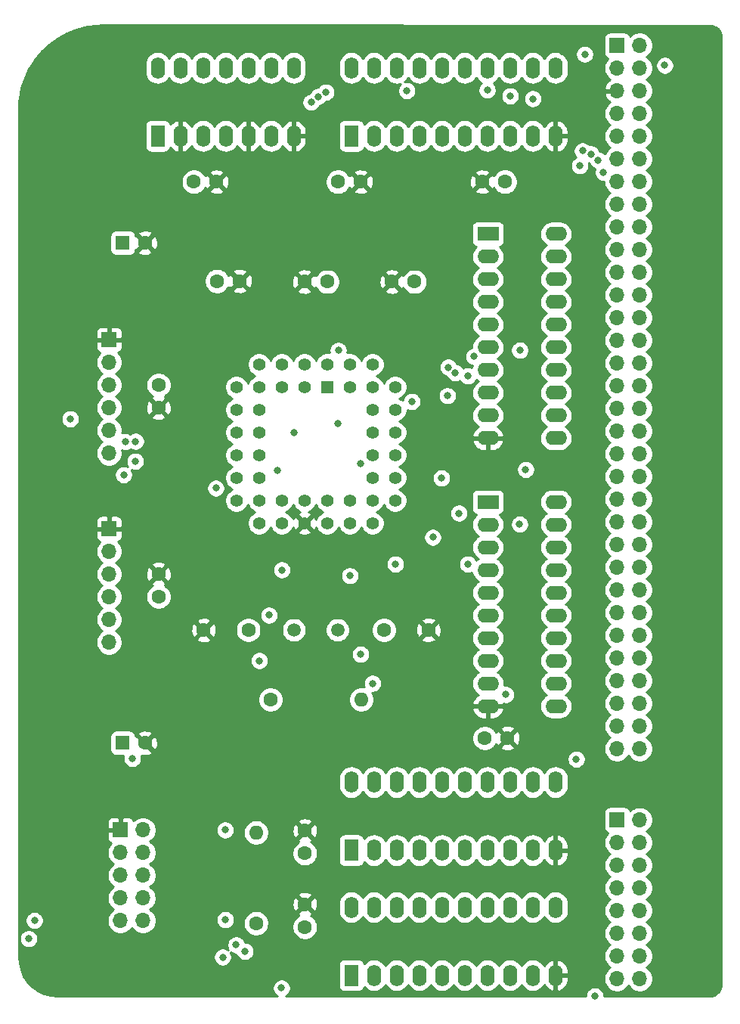
<source format=gbr>
G04 #@! TF.GenerationSoftware,KiCad,Pcbnew,(5.1.5-0-10_14)*
G04 #@! TF.CreationDate,2021-10-30T21:38:43+01:00*
G04 #@! TF.ProjectId,mc68681-basic,6d633638-3638-4312-9d62-617369632e6b,rev?*
G04 #@! TF.SameCoordinates,Original*
G04 #@! TF.FileFunction,Copper,L2,Inr*
G04 #@! TF.FilePolarity,Positive*
%FSLAX46Y46*%
G04 Gerber Fmt 4.6, Leading zero omitted, Abs format (unit mm)*
G04 Created by KiCad (PCBNEW (5.1.5-0-10_14)) date 2021-10-30 21:38:43*
%MOMM*%
%LPD*%
G04 APERTURE LIST*
%ADD10C,1.600000*%
%ADD11O,1.600000X2.400000*%
%ADD12R,1.600000X2.400000*%
%ADD13C,1.500000*%
%ADD14O,1.700000X1.700000*%
%ADD15R,1.700000X1.700000*%
%ADD16O,1.600000X1.600000*%
%ADD17C,1.422400*%
%ADD18R,1.422400X1.422400*%
%ADD19C,1.600200*%
%ADD20O,2.400000X1.600000*%
%ADD21R,2.400000X1.600000*%
%ADD22R,1.600000X1.600000*%
%ADD23C,0.800000*%
%ADD24C,0.254000*%
G04 APERTURE END LIST*
D10*
X97350000Y-114340000D03*
X92350000Y-114340000D03*
X77160000Y-114360000D03*
X72160000Y-114360000D03*
D11*
X88700000Y-51430000D03*
X111560000Y-59050000D03*
X91240000Y-51430000D03*
X109020000Y-59050000D03*
X93780000Y-51430000D03*
X106480000Y-59050000D03*
X96320000Y-51430000D03*
X103940000Y-59050000D03*
X98860000Y-51430000D03*
X101400000Y-59050000D03*
X101400000Y-51430000D03*
X98860000Y-59050000D03*
X103940000Y-51430000D03*
X96320000Y-59050000D03*
X106480000Y-51430000D03*
X93780000Y-59050000D03*
X109020000Y-51430000D03*
X91240000Y-59050000D03*
X111560000Y-51430000D03*
D12*
X88700000Y-59050000D03*
D13*
X87150000Y-114340000D03*
X82270000Y-114340000D03*
D14*
X65360000Y-146890000D03*
X62820000Y-146890000D03*
X65360000Y-144350000D03*
X62820000Y-144350000D03*
X65360000Y-141810000D03*
X62820000Y-141810000D03*
X65360000Y-139270000D03*
X62820000Y-139270000D03*
X65360000Y-136730000D03*
D15*
X62820000Y-136730000D03*
D16*
X89800000Y-122120000D03*
D10*
X79640000Y-122120000D03*
D17*
X93610000Y-87156350D03*
X93610000Y-89696350D03*
X93610000Y-92236350D03*
X93610000Y-94776350D03*
X93610000Y-97316350D03*
X91070000Y-84616350D03*
X91070000Y-89696350D03*
X91070000Y-92236350D03*
X91070000Y-94776350D03*
X91070000Y-97316350D03*
X91070000Y-99856350D03*
X91070000Y-102396350D03*
X88530000Y-102396350D03*
X85990000Y-102396350D03*
X83450000Y-102396350D03*
X80910000Y-102396350D03*
X78370000Y-102396350D03*
X93610000Y-99856350D03*
X88530000Y-99856350D03*
X85990000Y-99856350D03*
X83450000Y-99856350D03*
X80910000Y-99856350D03*
X78370000Y-99856350D03*
X75830000Y-99856350D03*
X75830000Y-97316350D03*
X75830000Y-94776350D03*
X75830000Y-92236350D03*
X75830000Y-89696350D03*
X75830000Y-87156350D03*
X78370000Y-97316350D03*
X78370000Y-94776350D03*
X78370000Y-92236350D03*
X78370000Y-89696350D03*
X78370000Y-87156350D03*
X88530000Y-84616350D03*
X85990000Y-84616350D03*
X78370000Y-84616350D03*
X80910000Y-84616350D03*
X83450000Y-84616350D03*
X91070000Y-87156350D03*
X88530000Y-87156350D03*
X80910000Y-87156350D03*
X83450000Y-87156350D03*
D18*
X85990000Y-87156350D03*
D11*
X88700000Y-131380000D03*
X111560000Y-139000000D03*
X91240000Y-131380000D03*
X109020000Y-139000000D03*
X93780000Y-131380000D03*
X106480000Y-139000000D03*
X96320000Y-131380000D03*
X103940000Y-139000000D03*
X98860000Y-131380000D03*
X101400000Y-139000000D03*
X101400000Y-131380000D03*
X98860000Y-139000000D03*
X103940000Y-131380000D03*
X96320000Y-139000000D03*
X106480000Y-131380000D03*
X93780000Y-139000000D03*
X109020000Y-131380000D03*
X91240000Y-139000000D03*
X111560000Y-131380000D03*
D12*
X88700000Y-139000000D03*
D19*
X93235800Y-75355000D03*
X95775800Y-75355000D03*
X67100000Y-108080000D03*
X67100000Y-110620000D03*
X83450000Y-75355000D03*
X85990000Y-75355000D03*
X103644200Y-126450000D03*
X106184200Y-126450000D03*
X83500000Y-145044200D03*
X83500000Y-147584200D03*
X83500000Y-136815800D03*
X83500000Y-139355800D03*
X67100000Y-86920000D03*
X67100000Y-89460000D03*
X73664200Y-75280000D03*
X76204200Y-75280000D03*
X105904200Y-64175000D03*
X103364200Y-64175000D03*
X71060000Y-64175000D03*
X73600000Y-64175000D03*
X87212100Y-64175000D03*
X89752100Y-64175000D03*
D16*
X78025000Y-137015000D03*
D10*
X78025000Y-147175000D03*
D14*
X61550000Y-115700000D03*
X61550000Y-113160000D03*
X61550000Y-110620000D03*
X61550000Y-108080000D03*
X61550000Y-105540000D03*
D15*
X61550000Y-103000000D03*
D14*
X61550000Y-94540000D03*
X61550000Y-92000000D03*
X61550000Y-89460000D03*
X61550000Y-86920000D03*
X61550000Y-84380000D03*
D15*
X61550000Y-81840000D03*
D14*
X121000000Y-153380000D03*
X118460000Y-153380000D03*
X121000000Y-150840000D03*
X118460000Y-150840000D03*
X121000000Y-148300000D03*
X118460000Y-148300000D03*
X121000000Y-145760000D03*
X118460000Y-145760000D03*
X121000000Y-143220000D03*
X118460000Y-143220000D03*
X121000000Y-140680000D03*
X118460000Y-140680000D03*
X121000000Y-138140000D03*
X118460000Y-138140000D03*
X121000000Y-135600000D03*
D15*
X118460000Y-135600000D03*
D14*
X121000000Y-127640000D03*
X118460000Y-127640000D03*
X121000000Y-125100000D03*
X118460000Y-125100000D03*
X121000000Y-122560000D03*
X118460000Y-122560000D03*
X121000000Y-120020000D03*
X118460000Y-120020000D03*
X121000000Y-117480000D03*
X118460000Y-117480000D03*
X121000000Y-114940000D03*
X118460000Y-114940000D03*
X121000000Y-112400000D03*
X118460000Y-112400000D03*
X121000000Y-109860000D03*
X118460000Y-109860000D03*
X121000000Y-107320000D03*
X118460000Y-107320000D03*
X121000000Y-104780000D03*
X118460000Y-104780000D03*
X121000000Y-102240000D03*
X118460000Y-102240000D03*
X121000000Y-99700000D03*
X118460000Y-99700000D03*
X121000000Y-97160000D03*
X118460000Y-97160000D03*
X121000000Y-94620000D03*
X118460000Y-94620000D03*
X121000000Y-92080000D03*
X118460000Y-92080000D03*
X121000000Y-89540000D03*
X118460000Y-89540000D03*
X121000000Y-87000000D03*
X118460000Y-87000000D03*
X121000000Y-84460000D03*
X118460000Y-84460000D03*
X121000000Y-81920000D03*
X118460000Y-81920000D03*
X121000000Y-79380000D03*
X118460000Y-79380000D03*
X121000000Y-76840000D03*
X118460000Y-76840000D03*
X121000000Y-74300000D03*
X118460000Y-74300000D03*
X121000000Y-71760000D03*
X118460000Y-71760000D03*
X121000000Y-69220000D03*
X118460000Y-69220000D03*
X121000000Y-66680000D03*
X118460000Y-66680000D03*
X121000000Y-64140000D03*
X118460000Y-64140000D03*
X121000000Y-61600000D03*
X118460000Y-61600000D03*
X121000000Y-59060000D03*
X118460000Y-59060000D03*
X121000000Y-56520000D03*
X118460000Y-56520000D03*
X121000000Y-53980000D03*
X118460000Y-53980000D03*
X121000000Y-51440000D03*
X118460000Y-51440000D03*
X121000000Y-48900000D03*
D15*
X118460000Y-48900000D03*
D20*
X111620000Y-70000000D03*
X104000000Y-92860000D03*
X111620000Y-72540000D03*
X104000000Y-90320000D03*
X111620000Y-75080000D03*
X104000000Y-87780000D03*
X111620000Y-77620000D03*
X104000000Y-85240000D03*
X111620000Y-80160000D03*
X104000000Y-82700000D03*
X111620000Y-82700000D03*
X104000000Y-80160000D03*
X111620000Y-85240000D03*
X104000000Y-77620000D03*
X111620000Y-87780000D03*
X104000000Y-75080000D03*
X111620000Y-90320000D03*
X104000000Y-72540000D03*
X111620000Y-92860000D03*
D21*
X104000000Y-70000000D03*
D11*
X67000000Y-51430000D03*
X82240000Y-59050000D03*
X69540000Y-51430000D03*
X79700000Y-59050000D03*
X72080000Y-51430000D03*
X77160000Y-59050000D03*
X74620000Y-51430000D03*
X74620000Y-59050000D03*
X77160000Y-51430000D03*
X72080000Y-59050000D03*
X79700000Y-51430000D03*
X69540000Y-59050000D03*
X82240000Y-51430000D03*
D12*
X67000000Y-59050000D03*
D11*
X88700000Y-145380000D03*
X111560000Y-153000000D03*
X91240000Y-145380000D03*
X109020000Y-153000000D03*
X93780000Y-145380000D03*
X106480000Y-153000000D03*
X96320000Y-145380000D03*
X103940000Y-153000000D03*
X98860000Y-145380000D03*
X101400000Y-153000000D03*
X101400000Y-145380000D03*
X98860000Y-153000000D03*
X103940000Y-145380000D03*
X96320000Y-153000000D03*
X106480000Y-145380000D03*
X93780000Y-153000000D03*
X109020000Y-145380000D03*
X91240000Y-153000000D03*
X111560000Y-145380000D03*
D12*
X88700000Y-153000000D03*
D20*
X111620000Y-100000000D03*
X104000000Y-122860000D03*
X111620000Y-102540000D03*
X104000000Y-120320000D03*
X111620000Y-105080000D03*
X104000000Y-117780000D03*
X111620000Y-107620000D03*
X104000000Y-115240000D03*
X111620000Y-110160000D03*
X104000000Y-112700000D03*
X111620000Y-112700000D03*
X104000000Y-110160000D03*
X111620000Y-115240000D03*
X104000000Y-107620000D03*
X111620000Y-117780000D03*
X104000000Y-105080000D03*
X111620000Y-120320000D03*
X104000000Y-102540000D03*
X111620000Y-122860000D03*
D21*
X104000000Y-100000000D03*
D10*
X65592621Y-127000000D03*
D22*
X63092621Y-127000000D03*
D10*
X65592621Y-71000000D03*
D22*
X63092621Y-71000000D03*
D23*
X87170000Y-91190000D03*
X101738436Y-85905872D03*
X102410000Y-83730000D03*
X80910000Y-107620000D03*
X79470000Y-112690000D03*
X99554903Y-84926493D03*
X78390000Y-117780000D03*
X107572298Y-83022298D03*
X107550000Y-102500000D03*
X75790000Y-149590000D03*
X89700000Y-95740000D03*
X76790000Y-150325000D03*
X74290000Y-150980000D03*
X63199999Y-96970000D03*
X115975000Y-155325000D03*
X63370000Y-93250000D03*
X64500000Y-95450000D03*
X64525000Y-93225000D03*
X80875000Y-154424990D03*
X87240000Y-83040000D03*
X57210000Y-90710000D03*
X98810000Y-97340000D03*
X106000000Y-121575000D03*
X73530000Y-98460000D03*
X100747937Y-101267937D03*
X95470000Y-88767551D03*
X101750030Y-106970000D03*
X93630000Y-106970000D03*
X108222298Y-96387551D03*
X80430000Y-96460000D03*
X91080000Y-120330000D03*
X109020000Y-54875010D03*
X84190000Y-55270000D03*
X89740000Y-117070000D03*
X99460000Y-88120000D03*
X88540000Y-108270000D03*
X106480000Y-54550000D03*
X85006047Y-54625009D03*
X100320000Y-85545149D03*
X97820000Y-103960000D03*
X103930000Y-53900000D03*
X85844796Y-54127889D03*
X74584301Y-146790000D03*
X74570000Y-136730000D03*
X123800000Y-51125000D03*
X114583376Y-60700010D03*
X52560000Y-148910000D03*
X114850000Y-49890000D03*
X115536612Y-61050020D03*
X116300000Y-61725000D03*
X114275000Y-62375020D03*
X116950000Y-63125000D03*
X64170000Y-128730000D03*
X113890000Y-128810000D03*
X94920000Y-53974989D03*
X53200000Y-146860000D03*
X82310000Y-92230000D03*
D24*
G36*
X128767666Y-46657496D02*
G01*
X129060144Y-46686174D01*
X129310381Y-46761725D01*
X129541177Y-46884442D01*
X129743738Y-47049646D01*
X129910358Y-47251055D01*
X130034681Y-47480986D01*
X130111978Y-47730693D01*
X130142498Y-48021069D01*
X130140002Y-153967705D01*
X130111375Y-154259660D01*
X130035965Y-154509429D01*
X129913477Y-154739794D01*
X129748579Y-154941979D01*
X129547546Y-155108288D01*
X129318046Y-155232378D01*
X129068805Y-155309531D01*
X128778911Y-155340000D01*
X117010000Y-155340000D01*
X117010000Y-155223061D01*
X116970226Y-155023102D01*
X116892205Y-154834744D01*
X116778937Y-154665226D01*
X116634774Y-154521063D01*
X116465256Y-154407795D01*
X116276898Y-154329774D01*
X116076939Y-154290000D01*
X115873061Y-154290000D01*
X115673102Y-154329774D01*
X115484744Y-154407795D01*
X115315226Y-154521063D01*
X115171063Y-154665226D01*
X115057795Y-154834744D01*
X114979774Y-155023102D01*
X114940000Y-155223061D01*
X114940000Y-155340000D01*
X81368541Y-155340000D01*
X81534774Y-155228927D01*
X81678937Y-155084764D01*
X81792205Y-154915246D01*
X81870226Y-154726888D01*
X81910000Y-154526929D01*
X81910000Y-154323051D01*
X81870226Y-154123092D01*
X81792205Y-153934734D01*
X81678937Y-153765216D01*
X81534774Y-153621053D01*
X81365256Y-153507785D01*
X81176898Y-153429764D01*
X80976939Y-153389990D01*
X80773061Y-153389990D01*
X80573102Y-153429764D01*
X80384744Y-153507785D01*
X80215226Y-153621053D01*
X80071063Y-153765216D01*
X79957795Y-153934734D01*
X79879774Y-154123092D01*
X79840000Y-154323051D01*
X79840000Y-154526929D01*
X79879774Y-154726888D01*
X79957795Y-154915246D01*
X80071063Y-155084764D01*
X80215226Y-155228927D01*
X80381459Y-155340000D01*
X55829392Y-155340000D01*
X55031917Y-155268827D01*
X54288110Y-155065344D01*
X53592096Y-154733363D01*
X52965870Y-154283374D01*
X52429223Y-153729597D01*
X51999129Y-153089549D01*
X51689171Y-152383447D01*
X51507935Y-151628543D01*
X51459997Y-150975746D01*
X51459985Y-150878061D01*
X73255000Y-150878061D01*
X73255000Y-151081939D01*
X73294774Y-151281898D01*
X73372795Y-151470256D01*
X73486063Y-151639774D01*
X73630226Y-151783937D01*
X73799744Y-151897205D01*
X73988102Y-151975226D01*
X74188061Y-152015000D01*
X74391939Y-152015000D01*
X74591898Y-151975226D01*
X74780256Y-151897205D01*
X74925733Y-151800000D01*
X87261928Y-151800000D01*
X87261928Y-154200000D01*
X87274188Y-154324482D01*
X87310498Y-154444180D01*
X87369463Y-154554494D01*
X87448815Y-154651185D01*
X87545506Y-154730537D01*
X87655820Y-154789502D01*
X87775518Y-154825812D01*
X87900000Y-154838072D01*
X89500000Y-154838072D01*
X89624482Y-154825812D01*
X89744180Y-154789502D01*
X89854494Y-154730537D01*
X89951185Y-154651185D01*
X90030537Y-154554494D01*
X90089502Y-154444180D01*
X90125812Y-154324482D01*
X90127581Y-154306517D01*
X90220393Y-154419608D01*
X90438900Y-154598932D01*
X90688193Y-154732182D01*
X90958692Y-154814236D01*
X91240000Y-154841943D01*
X91521309Y-154814236D01*
X91791808Y-154732182D01*
X92041101Y-154598932D01*
X92259608Y-154419608D01*
X92438932Y-154201101D01*
X92510000Y-154068142D01*
X92581068Y-154201101D01*
X92760393Y-154419608D01*
X92978900Y-154598932D01*
X93228193Y-154732182D01*
X93498692Y-154814236D01*
X93780000Y-154841943D01*
X94061309Y-154814236D01*
X94331808Y-154732182D01*
X94581101Y-154598932D01*
X94799608Y-154419608D01*
X94978932Y-154201101D01*
X95050000Y-154068142D01*
X95121068Y-154201101D01*
X95300393Y-154419608D01*
X95518900Y-154598932D01*
X95768193Y-154732182D01*
X96038692Y-154814236D01*
X96320000Y-154841943D01*
X96601309Y-154814236D01*
X96871808Y-154732182D01*
X97121101Y-154598932D01*
X97339608Y-154419608D01*
X97518932Y-154201101D01*
X97590000Y-154068142D01*
X97661068Y-154201101D01*
X97840393Y-154419608D01*
X98058900Y-154598932D01*
X98308193Y-154732182D01*
X98578692Y-154814236D01*
X98860000Y-154841943D01*
X99141309Y-154814236D01*
X99411808Y-154732182D01*
X99661101Y-154598932D01*
X99879608Y-154419608D01*
X100058932Y-154201101D01*
X100130000Y-154068142D01*
X100201068Y-154201101D01*
X100380393Y-154419608D01*
X100598900Y-154598932D01*
X100848193Y-154732182D01*
X101118692Y-154814236D01*
X101400000Y-154841943D01*
X101681309Y-154814236D01*
X101951808Y-154732182D01*
X102201101Y-154598932D01*
X102419608Y-154419608D01*
X102598932Y-154201101D01*
X102670000Y-154068142D01*
X102741068Y-154201101D01*
X102920393Y-154419608D01*
X103138900Y-154598932D01*
X103388193Y-154732182D01*
X103658692Y-154814236D01*
X103940000Y-154841943D01*
X104221309Y-154814236D01*
X104491808Y-154732182D01*
X104741101Y-154598932D01*
X104959608Y-154419608D01*
X105138932Y-154201101D01*
X105210000Y-154068142D01*
X105281068Y-154201101D01*
X105460393Y-154419608D01*
X105678900Y-154598932D01*
X105928193Y-154732182D01*
X106198692Y-154814236D01*
X106480000Y-154841943D01*
X106761309Y-154814236D01*
X107031808Y-154732182D01*
X107281101Y-154598932D01*
X107499608Y-154419608D01*
X107678932Y-154201101D01*
X107750000Y-154068142D01*
X107821068Y-154201101D01*
X108000393Y-154419608D01*
X108218900Y-154598932D01*
X108468193Y-154732182D01*
X108738692Y-154814236D01*
X109020000Y-154841943D01*
X109301309Y-154814236D01*
X109571808Y-154732182D01*
X109821101Y-154598932D01*
X110039608Y-154419608D01*
X110218932Y-154201101D01*
X110287265Y-154073259D01*
X110437399Y-154302839D01*
X110635105Y-154504500D01*
X110868354Y-154663715D01*
X111128182Y-154774367D01*
X111210961Y-154791904D01*
X111433000Y-154669915D01*
X111433000Y-153127000D01*
X111687000Y-153127000D01*
X111687000Y-154669915D01*
X111909039Y-154791904D01*
X111991818Y-154774367D01*
X112251646Y-154663715D01*
X112484895Y-154504500D01*
X112682601Y-154302839D01*
X112837166Y-154066483D01*
X112942650Y-153804514D01*
X112995000Y-153527000D01*
X112995000Y-153127000D01*
X111687000Y-153127000D01*
X111433000Y-153127000D01*
X111413000Y-153127000D01*
X111413000Y-152873000D01*
X111433000Y-152873000D01*
X111433000Y-151330085D01*
X111687000Y-151330085D01*
X111687000Y-152873000D01*
X112995000Y-152873000D01*
X112995000Y-152473000D01*
X112942650Y-152195486D01*
X112837166Y-151933517D01*
X112682601Y-151697161D01*
X112484895Y-151495500D01*
X112251646Y-151336285D01*
X111991818Y-151225633D01*
X111909039Y-151208096D01*
X111687000Y-151330085D01*
X111433000Y-151330085D01*
X111210961Y-151208096D01*
X111128182Y-151225633D01*
X110868354Y-151336285D01*
X110635105Y-151495500D01*
X110437399Y-151697161D01*
X110287265Y-151926741D01*
X110218932Y-151798899D01*
X110039607Y-151580392D01*
X109821100Y-151401068D01*
X109571807Y-151267818D01*
X109301308Y-151185764D01*
X109020000Y-151158057D01*
X108738691Y-151185764D01*
X108468192Y-151267818D01*
X108218899Y-151401068D01*
X108000392Y-151580393D01*
X107821068Y-151798900D01*
X107750000Y-151931858D01*
X107678932Y-151798899D01*
X107499607Y-151580392D01*
X107281100Y-151401068D01*
X107031807Y-151267818D01*
X106761308Y-151185764D01*
X106480000Y-151158057D01*
X106198691Y-151185764D01*
X105928192Y-151267818D01*
X105678899Y-151401068D01*
X105460392Y-151580393D01*
X105281068Y-151798900D01*
X105210000Y-151931858D01*
X105138932Y-151798899D01*
X104959607Y-151580392D01*
X104741100Y-151401068D01*
X104491807Y-151267818D01*
X104221308Y-151185764D01*
X103940000Y-151158057D01*
X103658691Y-151185764D01*
X103388192Y-151267818D01*
X103138899Y-151401068D01*
X102920392Y-151580393D01*
X102741068Y-151798900D01*
X102670000Y-151931858D01*
X102598932Y-151798899D01*
X102419607Y-151580392D01*
X102201100Y-151401068D01*
X101951807Y-151267818D01*
X101681308Y-151185764D01*
X101400000Y-151158057D01*
X101118691Y-151185764D01*
X100848192Y-151267818D01*
X100598899Y-151401068D01*
X100380392Y-151580393D01*
X100201068Y-151798900D01*
X100130000Y-151931858D01*
X100058932Y-151798899D01*
X99879607Y-151580392D01*
X99661100Y-151401068D01*
X99411807Y-151267818D01*
X99141308Y-151185764D01*
X98860000Y-151158057D01*
X98578691Y-151185764D01*
X98308192Y-151267818D01*
X98058899Y-151401068D01*
X97840392Y-151580393D01*
X97661068Y-151798900D01*
X97590000Y-151931858D01*
X97518932Y-151798899D01*
X97339607Y-151580392D01*
X97121100Y-151401068D01*
X96871807Y-151267818D01*
X96601308Y-151185764D01*
X96320000Y-151158057D01*
X96038691Y-151185764D01*
X95768192Y-151267818D01*
X95518899Y-151401068D01*
X95300392Y-151580393D01*
X95121068Y-151798900D01*
X95050000Y-151931858D01*
X94978932Y-151798899D01*
X94799607Y-151580392D01*
X94581100Y-151401068D01*
X94331807Y-151267818D01*
X94061308Y-151185764D01*
X93780000Y-151158057D01*
X93498691Y-151185764D01*
X93228192Y-151267818D01*
X92978899Y-151401068D01*
X92760392Y-151580393D01*
X92581068Y-151798900D01*
X92510000Y-151931858D01*
X92438932Y-151798899D01*
X92259607Y-151580392D01*
X92041100Y-151401068D01*
X91791807Y-151267818D01*
X91521308Y-151185764D01*
X91240000Y-151158057D01*
X90958691Y-151185764D01*
X90688192Y-151267818D01*
X90438899Y-151401068D01*
X90220392Y-151580393D01*
X90127581Y-151693483D01*
X90125812Y-151675518D01*
X90089502Y-151555820D01*
X90030537Y-151445506D01*
X89951185Y-151348815D01*
X89854494Y-151269463D01*
X89744180Y-151210498D01*
X89624482Y-151174188D01*
X89500000Y-151161928D01*
X87900000Y-151161928D01*
X87775518Y-151174188D01*
X87655820Y-151210498D01*
X87545506Y-151269463D01*
X87448815Y-151348815D01*
X87369463Y-151445506D01*
X87310498Y-151555820D01*
X87274188Y-151675518D01*
X87261928Y-151800000D01*
X74925733Y-151800000D01*
X74949774Y-151783937D01*
X75093937Y-151639774D01*
X75207205Y-151470256D01*
X75285226Y-151281898D01*
X75325000Y-151081939D01*
X75325000Y-150878061D01*
X75285226Y-150678102D01*
X75207205Y-150489744D01*
X75153644Y-150409585D01*
X75299744Y-150507205D01*
X75488102Y-150585226D01*
X75688061Y-150625000D01*
X75794396Y-150625000D01*
X75794774Y-150626898D01*
X75872795Y-150815256D01*
X75986063Y-150984774D01*
X76130226Y-151128937D01*
X76299744Y-151242205D01*
X76488102Y-151320226D01*
X76688061Y-151360000D01*
X76891939Y-151360000D01*
X77091898Y-151320226D01*
X77280256Y-151242205D01*
X77449774Y-151128937D01*
X77593937Y-150984774D01*
X77707205Y-150815256D01*
X77785226Y-150626898D01*
X77825000Y-150426939D01*
X77825000Y-150223061D01*
X77785226Y-150023102D01*
X77707205Y-149834744D01*
X77593937Y-149665226D01*
X77449774Y-149521063D01*
X77280256Y-149407795D01*
X77091898Y-149329774D01*
X76891939Y-149290000D01*
X76785604Y-149290000D01*
X76785226Y-149288102D01*
X76707205Y-149099744D01*
X76593937Y-148930226D01*
X76449774Y-148786063D01*
X76280256Y-148672795D01*
X76091898Y-148594774D01*
X75891939Y-148555000D01*
X75688061Y-148555000D01*
X75488102Y-148594774D01*
X75299744Y-148672795D01*
X75130226Y-148786063D01*
X74986063Y-148930226D01*
X74872795Y-149099744D01*
X74794774Y-149288102D01*
X74755000Y-149488061D01*
X74755000Y-149691939D01*
X74794774Y-149891898D01*
X74872795Y-150080256D01*
X74926356Y-150160415D01*
X74780256Y-150062795D01*
X74591898Y-149984774D01*
X74391939Y-149945000D01*
X74188061Y-149945000D01*
X73988102Y-149984774D01*
X73799744Y-150062795D01*
X73630226Y-150176063D01*
X73486063Y-150320226D01*
X73372795Y-150489744D01*
X73294774Y-150678102D01*
X73255000Y-150878061D01*
X51459985Y-150878061D01*
X51459712Y-148808061D01*
X51525000Y-148808061D01*
X51525000Y-149011939D01*
X51564774Y-149211898D01*
X51642795Y-149400256D01*
X51756063Y-149569774D01*
X51900226Y-149713937D01*
X52069744Y-149827205D01*
X52258102Y-149905226D01*
X52458061Y-149945000D01*
X52661939Y-149945000D01*
X52861898Y-149905226D01*
X53050256Y-149827205D01*
X53219774Y-149713937D01*
X53363937Y-149569774D01*
X53477205Y-149400256D01*
X53555226Y-149211898D01*
X53595000Y-149011939D01*
X53595000Y-148808061D01*
X53555226Y-148608102D01*
X53477205Y-148419744D01*
X53363937Y-148250226D01*
X53219774Y-148106063D01*
X53050256Y-147992795D01*
X52861898Y-147914774D01*
X52661939Y-147875000D01*
X52458061Y-147875000D01*
X52258102Y-147914774D01*
X52069744Y-147992795D01*
X51900226Y-148106063D01*
X51756063Y-148250226D01*
X51642795Y-148419744D01*
X51564774Y-148608102D01*
X51525000Y-148808061D01*
X51459712Y-148808061D01*
X51459443Y-146758061D01*
X52165000Y-146758061D01*
X52165000Y-146961939D01*
X52204774Y-147161898D01*
X52282795Y-147350256D01*
X52396063Y-147519774D01*
X52540226Y-147663937D01*
X52709744Y-147777205D01*
X52898102Y-147855226D01*
X53098061Y-147895000D01*
X53301939Y-147895000D01*
X53501898Y-147855226D01*
X53690256Y-147777205D01*
X53859774Y-147663937D01*
X54003937Y-147519774D01*
X54117205Y-147350256D01*
X54195226Y-147161898D01*
X54235000Y-146961939D01*
X54235000Y-146758061D01*
X54195226Y-146558102D01*
X54117205Y-146369744D01*
X54003937Y-146200226D01*
X53859774Y-146056063D01*
X53690256Y-145942795D01*
X53501898Y-145864774D01*
X53301939Y-145825000D01*
X53098061Y-145825000D01*
X52898102Y-145864774D01*
X52709744Y-145942795D01*
X52540226Y-146056063D01*
X52396063Y-146200226D01*
X52282795Y-146369744D01*
X52204774Y-146558102D01*
X52165000Y-146758061D01*
X51459443Y-146758061D01*
X51458237Y-137580000D01*
X61331928Y-137580000D01*
X61344188Y-137704482D01*
X61380498Y-137824180D01*
X61439463Y-137934494D01*
X61518815Y-138031185D01*
X61615506Y-138110537D01*
X61725820Y-138169502D01*
X61798380Y-138191513D01*
X61666525Y-138323368D01*
X61504010Y-138566589D01*
X61392068Y-138836842D01*
X61335000Y-139123740D01*
X61335000Y-139416260D01*
X61392068Y-139703158D01*
X61504010Y-139973411D01*
X61666525Y-140216632D01*
X61873368Y-140423475D01*
X62047760Y-140540000D01*
X61873368Y-140656525D01*
X61666525Y-140863368D01*
X61504010Y-141106589D01*
X61392068Y-141376842D01*
X61335000Y-141663740D01*
X61335000Y-141956260D01*
X61392068Y-142243158D01*
X61504010Y-142513411D01*
X61666525Y-142756632D01*
X61873368Y-142963475D01*
X62047760Y-143080000D01*
X61873368Y-143196525D01*
X61666525Y-143403368D01*
X61504010Y-143646589D01*
X61392068Y-143916842D01*
X61335000Y-144203740D01*
X61335000Y-144496260D01*
X61392068Y-144783158D01*
X61504010Y-145053411D01*
X61666525Y-145296632D01*
X61873368Y-145503475D01*
X62047760Y-145620000D01*
X61873368Y-145736525D01*
X61666525Y-145943368D01*
X61504010Y-146186589D01*
X61392068Y-146456842D01*
X61335000Y-146743740D01*
X61335000Y-147036260D01*
X61392068Y-147323158D01*
X61504010Y-147593411D01*
X61666525Y-147836632D01*
X61873368Y-148043475D01*
X62116589Y-148205990D01*
X62386842Y-148317932D01*
X62673740Y-148375000D01*
X62966260Y-148375000D01*
X63253158Y-148317932D01*
X63523411Y-148205990D01*
X63766632Y-148043475D01*
X63973475Y-147836632D01*
X64090000Y-147662240D01*
X64206525Y-147836632D01*
X64413368Y-148043475D01*
X64656589Y-148205990D01*
X64926842Y-148317932D01*
X65213740Y-148375000D01*
X65506260Y-148375000D01*
X65793158Y-148317932D01*
X66063411Y-148205990D01*
X66306632Y-148043475D01*
X66513475Y-147836632D01*
X66675990Y-147593411D01*
X66787932Y-147323158D01*
X66845000Y-147036260D01*
X66845000Y-146743740D01*
X66833925Y-146688061D01*
X73549301Y-146688061D01*
X73549301Y-146891939D01*
X73589075Y-147091898D01*
X73667096Y-147280256D01*
X73780364Y-147449774D01*
X73924527Y-147593937D01*
X74094045Y-147707205D01*
X74282403Y-147785226D01*
X74482362Y-147825000D01*
X74686240Y-147825000D01*
X74886199Y-147785226D01*
X75074557Y-147707205D01*
X75244075Y-147593937D01*
X75388238Y-147449774D01*
X75501506Y-147280256D01*
X75579527Y-147091898D01*
X75591110Y-147033665D01*
X76590000Y-147033665D01*
X76590000Y-147316335D01*
X76645147Y-147593574D01*
X76753320Y-147854727D01*
X76910363Y-148089759D01*
X77110241Y-148289637D01*
X77345273Y-148446680D01*
X77606426Y-148554853D01*
X77883665Y-148610000D01*
X78166335Y-148610000D01*
X78443574Y-148554853D01*
X78704727Y-148446680D01*
X78939759Y-148289637D01*
X79139637Y-148089759D01*
X79296680Y-147854727D01*
X79404853Y-147593574D01*
X79434833Y-147442855D01*
X82064900Y-147442855D01*
X82064900Y-147725545D01*
X82120050Y-148002803D01*
X82228231Y-148263975D01*
X82385285Y-148499023D01*
X82585177Y-148698915D01*
X82820225Y-148855969D01*
X83081397Y-148964150D01*
X83358655Y-149019300D01*
X83641345Y-149019300D01*
X83918603Y-148964150D01*
X84179775Y-148855969D01*
X84414823Y-148698915D01*
X84614715Y-148499023D01*
X84771769Y-148263975D01*
X84879950Y-148002803D01*
X84935100Y-147725545D01*
X84935100Y-147442855D01*
X84879950Y-147165597D01*
X84771769Y-146904425D01*
X84614715Y-146669377D01*
X84414823Y-146469485D01*
X84181068Y-146313295D01*
X84241574Y-146280954D01*
X84313169Y-146036974D01*
X83500000Y-145223805D01*
X82686831Y-146036974D01*
X82758426Y-146280954D01*
X82822744Y-146311388D01*
X82820225Y-146312431D01*
X82585177Y-146469485D01*
X82385285Y-146669377D01*
X82228231Y-146904425D01*
X82120050Y-147165597D01*
X82064900Y-147442855D01*
X79434833Y-147442855D01*
X79460000Y-147316335D01*
X79460000Y-147033665D01*
X79404853Y-146756426D01*
X79296680Y-146495273D01*
X79139637Y-146260241D01*
X78939759Y-146060363D01*
X78704727Y-145903320D01*
X78443574Y-145795147D01*
X78166335Y-145740000D01*
X77883665Y-145740000D01*
X77606426Y-145795147D01*
X77345273Y-145903320D01*
X77110241Y-146060363D01*
X76910363Y-146260241D01*
X76753320Y-146495273D01*
X76645147Y-146756426D01*
X76590000Y-147033665D01*
X75591110Y-147033665D01*
X75619301Y-146891939D01*
X75619301Y-146688061D01*
X75579527Y-146488102D01*
X75501506Y-146299744D01*
X75388238Y-146130226D01*
X75244075Y-145986063D01*
X75074557Y-145872795D01*
X74886199Y-145794774D01*
X74686240Y-145755000D01*
X74482362Y-145755000D01*
X74282403Y-145794774D01*
X74094045Y-145872795D01*
X73924527Y-145986063D01*
X73780364Y-146130226D01*
X73667096Y-146299744D01*
X73589075Y-146488102D01*
X73549301Y-146688061D01*
X66833925Y-146688061D01*
X66787932Y-146456842D01*
X66675990Y-146186589D01*
X66513475Y-145943368D01*
X66306632Y-145736525D01*
X66132240Y-145620000D01*
X66306632Y-145503475D01*
X66513475Y-145296632D01*
X66635032Y-145114708D01*
X82059680Y-145114708D01*
X82101111Y-145394347D01*
X82196300Y-145660528D01*
X82263246Y-145785774D01*
X82507226Y-145857369D01*
X83320395Y-145044200D01*
X83679605Y-145044200D01*
X84492774Y-145857369D01*
X84736754Y-145785774D01*
X84857664Y-145530246D01*
X84926400Y-145256039D01*
X84940320Y-144973692D01*
X84930811Y-144909509D01*
X87265000Y-144909509D01*
X87265000Y-145850492D01*
X87285764Y-146061309D01*
X87367818Y-146331808D01*
X87501068Y-146581101D01*
X87680393Y-146799608D01*
X87898900Y-146978932D01*
X88148193Y-147112182D01*
X88418692Y-147194236D01*
X88700000Y-147221943D01*
X88981309Y-147194236D01*
X89251808Y-147112182D01*
X89501101Y-146978932D01*
X89719608Y-146799608D01*
X89898932Y-146581101D01*
X89970000Y-146448142D01*
X90041068Y-146581101D01*
X90220393Y-146799608D01*
X90438900Y-146978932D01*
X90688193Y-147112182D01*
X90958692Y-147194236D01*
X91240000Y-147221943D01*
X91521309Y-147194236D01*
X91791808Y-147112182D01*
X92041101Y-146978932D01*
X92259608Y-146799608D01*
X92438932Y-146581101D01*
X92510000Y-146448142D01*
X92581068Y-146581101D01*
X92760393Y-146799608D01*
X92978900Y-146978932D01*
X93228193Y-147112182D01*
X93498692Y-147194236D01*
X93780000Y-147221943D01*
X94061309Y-147194236D01*
X94331808Y-147112182D01*
X94581101Y-146978932D01*
X94799608Y-146799608D01*
X94978932Y-146581101D01*
X95050000Y-146448142D01*
X95121068Y-146581101D01*
X95300393Y-146799608D01*
X95518900Y-146978932D01*
X95768193Y-147112182D01*
X96038692Y-147194236D01*
X96320000Y-147221943D01*
X96601309Y-147194236D01*
X96871808Y-147112182D01*
X97121101Y-146978932D01*
X97339608Y-146799608D01*
X97518932Y-146581101D01*
X97590000Y-146448142D01*
X97661068Y-146581101D01*
X97840393Y-146799608D01*
X98058900Y-146978932D01*
X98308193Y-147112182D01*
X98578692Y-147194236D01*
X98860000Y-147221943D01*
X99141309Y-147194236D01*
X99411808Y-147112182D01*
X99661101Y-146978932D01*
X99879608Y-146799608D01*
X100058932Y-146581101D01*
X100130000Y-146448142D01*
X100201068Y-146581101D01*
X100380393Y-146799608D01*
X100598900Y-146978932D01*
X100848193Y-147112182D01*
X101118692Y-147194236D01*
X101400000Y-147221943D01*
X101681309Y-147194236D01*
X101951808Y-147112182D01*
X102201101Y-146978932D01*
X102419608Y-146799608D01*
X102598932Y-146581101D01*
X102670000Y-146448142D01*
X102741068Y-146581101D01*
X102920393Y-146799608D01*
X103138900Y-146978932D01*
X103388193Y-147112182D01*
X103658692Y-147194236D01*
X103940000Y-147221943D01*
X104221309Y-147194236D01*
X104491808Y-147112182D01*
X104741101Y-146978932D01*
X104959608Y-146799608D01*
X105138932Y-146581101D01*
X105210000Y-146448142D01*
X105281068Y-146581101D01*
X105460393Y-146799608D01*
X105678900Y-146978932D01*
X105928193Y-147112182D01*
X106198692Y-147194236D01*
X106480000Y-147221943D01*
X106761309Y-147194236D01*
X107031808Y-147112182D01*
X107281101Y-146978932D01*
X107499608Y-146799608D01*
X107678932Y-146581101D01*
X107750000Y-146448142D01*
X107821068Y-146581101D01*
X108000393Y-146799608D01*
X108218900Y-146978932D01*
X108468193Y-147112182D01*
X108738692Y-147194236D01*
X109020000Y-147221943D01*
X109301309Y-147194236D01*
X109571808Y-147112182D01*
X109821101Y-146978932D01*
X110039608Y-146799608D01*
X110218932Y-146581101D01*
X110290000Y-146448142D01*
X110361068Y-146581101D01*
X110540393Y-146799608D01*
X110758900Y-146978932D01*
X111008193Y-147112182D01*
X111278692Y-147194236D01*
X111560000Y-147221943D01*
X111841309Y-147194236D01*
X112111808Y-147112182D01*
X112361101Y-146978932D01*
X112579608Y-146799608D01*
X112758932Y-146581101D01*
X112892182Y-146331808D01*
X112974236Y-146061309D01*
X112995000Y-145850491D01*
X112995000Y-144909508D01*
X112974236Y-144698691D01*
X112892182Y-144428192D01*
X112758932Y-144178899D01*
X112579607Y-143960392D01*
X112361100Y-143781068D01*
X112111807Y-143647818D01*
X111841308Y-143565764D01*
X111560000Y-143538057D01*
X111278691Y-143565764D01*
X111008192Y-143647818D01*
X110758899Y-143781068D01*
X110540392Y-143960393D01*
X110361068Y-144178900D01*
X110290000Y-144311858D01*
X110218932Y-144178899D01*
X110039607Y-143960392D01*
X109821100Y-143781068D01*
X109571807Y-143647818D01*
X109301308Y-143565764D01*
X109020000Y-143538057D01*
X108738691Y-143565764D01*
X108468192Y-143647818D01*
X108218899Y-143781068D01*
X108000392Y-143960393D01*
X107821068Y-144178900D01*
X107750000Y-144311858D01*
X107678932Y-144178899D01*
X107499607Y-143960392D01*
X107281100Y-143781068D01*
X107031807Y-143647818D01*
X106761308Y-143565764D01*
X106480000Y-143538057D01*
X106198691Y-143565764D01*
X105928192Y-143647818D01*
X105678899Y-143781068D01*
X105460392Y-143960393D01*
X105281068Y-144178900D01*
X105210000Y-144311858D01*
X105138932Y-144178899D01*
X104959607Y-143960392D01*
X104741100Y-143781068D01*
X104491807Y-143647818D01*
X104221308Y-143565764D01*
X103940000Y-143538057D01*
X103658691Y-143565764D01*
X103388192Y-143647818D01*
X103138899Y-143781068D01*
X102920392Y-143960393D01*
X102741068Y-144178900D01*
X102670000Y-144311858D01*
X102598932Y-144178899D01*
X102419607Y-143960392D01*
X102201100Y-143781068D01*
X101951807Y-143647818D01*
X101681308Y-143565764D01*
X101400000Y-143538057D01*
X101118691Y-143565764D01*
X100848192Y-143647818D01*
X100598899Y-143781068D01*
X100380392Y-143960393D01*
X100201068Y-144178900D01*
X100130000Y-144311858D01*
X100058932Y-144178899D01*
X99879607Y-143960392D01*
X99661100Y-143781068D01*
X99411807Y-143647818D01*
X99141308Y-143565764D01*
X98860000Y-143538057D01*
X98578691Y-143565764D01*
X98308192Y-143647818D01*
X98058899Y-143781068D01*
X97840392Y-143960393D01*
X97661068Y-144178900D01*
X97590000Y-144311858D01*
X97518932Y-144178899D01*
X97339607Y-143960392D01*
X97121100Y-143781068D01*
X96871807Y-143647818D01*
X96601308Y-143565764D01*
X96320000Y-143538057D01*
X96038691Y-143565764D01*
X95768192Y-143647818D01*
X95518899Y-143781068D01*
X95300392Y-143960393D01*
X95121068Y-144178900D01*
X95050000Y-144311858D01*
X94978932Y-144178899D01*
X94799607Y-143960392D01*
X94581100Y-143781068D01*
X94331807Y-143647818D01*
X94061308Y-143565764D01*
X93780000Y-143538057D01*
X93498691Y-143565764D01*
X93228192Y-143647818D01*
X92978899Y-143781068D01*
X92760392Y-143960393D01*
X92581068Y-144178900D01*
X92510000Y-144311858D01*
X92438932Y-144178899D01*
X92259607Y-143960392D01*
X92041100Y-143781068D01*
X91791807Y-143647818D01*
X91521308Y-143565764D01*
X91240000Y-143538057D01*
X90958691Y-143565764D01*
X90688192Y-143647818D01*
X90438899Y-143781068D01*
X90220392Y-143960393D01*
X90041068Y-144178900D01*
X89970000Y-144311858D01*
X89898932Y-144178899D01*
X89719607Y-143960392D01*
X89501100Y-143781068D01*
X89251807Y-143647818D01*
X88981308Y-143565764D01*
X88700000Y-143538057D01*
X88418691Y-143565764D01*
X88148192Y-143647818D01*
X87898899Y-143781068D01*
X87680392Y-143960393D01*
X87501068Y-144178900D01*
X87367818Y-144428193D01*
X87285764Y-144698692D01*
X87265000Y-144909509D01*
X84930811Y-144909509D01*
X84898889Y-144694053D01*
X84803700Y-144427872D01*
X84736754Y-144302626D01*
X84492774Y-144231031D01*
X83679605Y-145044200D01*
X83320395Y-145044200D01*
X82507226Y-144231031D01*
X82263246Y-144302626D01*
X82142336Y-144558154D01*
X82073600Y-144832361D01*
X82059680Y-145114708D01*
X66635032Y-145114708D01*
X66675990Y-145053411D01*
X66787932Y-144783158D01*
X66845000Y-144496260D01*
X66845000Y-144203740D01*
X66814703Y-144051426D01*
X82686831Y-144051426D01*
X83500000Y-144864595D01*
X84313169Y-144051426D01*
X84241574Y-143807446D01*
X83986046Y-143686536D01*
X83711839Y-143617800D01*
X83429492Y-143603880D01*
X83149853Y-143645311D01*
X82883672Y-143740500D01*
X82758426Y-143807446D01*
X82686831Y-144051426D01*
X66814703Y-144051426D01*
X66787932Y-143916842D01*
X66675990Y-143646589D01*
X66513475Y-143403368D01*
X66306632Y-143196525D01*
X66132240Y-143080000D01*
X66306632Y-142963475D01*
X66513475Y-142756632D01*
X66675990Y-142513411D01*
X66787932Y-142243158D01*
X66845000Y-141956260D01*
X66845000Y-141663740D01*
X66787932Y-141376842D01*
X66675990Y-141106589D01*
X66513475Y-140863368D01*
X66306632Y-140656525D01*
X66132240Y-140540000D01*
X66306632Y-140423475D01*
X66513475Y-140216632D01*
X66675990Y-139973411D01*
X66787932Y-139703158D01*
X66845000Y-139416260D01*
X66845000Y-139214455D01*
X82064900Y-139214455D01*
X82064900Y-139497145D01*
X82120050Y-139774403D01*
X82228231Y-140035575D01*
X82385285Y-140270623D01*
X82585177Y-140470515D01*
X82820225Y-140627569D01*
X83081397Y-140735750D01*
X83358655Y-140790900D01*
X83641345Y-140790900D01*
X83918603Y-140735750D01*
X84179775Y-140627569D01*
X84414823Y-140470515D01*
X84614715Y-140270623D01*
X84771769Y-140035575D01*
X84879950Y-139774403D01*
X84935100Y-139497145D01*
X84935100Y-139214455D01*
X84879950Y-138937197D01*
X84771769Y-138676025D01*
X84614715Y-138440977D01*
X84414823Y-138241085D01*
X84181068Y-138084895D01*
X84241574Y-138052554D01*
X84313169Y-137808574D01*
X84304595Y-137800000D01*
X87261928Y-137800000D01*
X87261928Y-140200000D01*
X87274188Y-140324482D01*
X87310498Y-140444180D01*
X87369463Y-140554494D01*
X87448815Y-140651185D01*
X87545506Y-140730537D01*
X87655820Y-140789502D01*
X87775518Y-140825812D01*
X87900000Y-140838072D01*
X89500000Y-140838072D01*
X89624482Y-140825812D01*
X89744180Y-140789502D01*
X89854494Y-140730537D01*
X89951185Y-140651185D01*
X90030537Y-140554494D01*
X90089502Y-140444180D01*
X90125812Y-140324482D01*
X90127581Y-140306517D01*
X90220393Y-140419608D01*
X90438900Y-140598932D01*
X90688193Y-140732182D01*
X90958692Y-140814236D01*
X91240000Y-140841943D01*
X91521309Y-140814236D01*
X91791808Y-140732182D01*
X92041101Y-140598932D01*
X92259608Y-140419608D01*
X92438932Y-140201101D01*
X92510000Y-140068142D01*
X92581068Y-140201101D01*
X92760393Y-140419608D01*
X92978900Y-140598932D01*
X93228193Y-140732182D01*
X93498692Y-140814236D01*
X93780000Y-140841943D01*
X94061309Y-140814236D01*
X94331808Y-140732182D01*
X94581101Y-140598932D01*
X94799608Y-140419608D01*
X94978932Y-140201101D01*
X95050000Y-140068142D01*
X95121068Y-140201101D01*
X95300393Y-140419608D01*
X95518900Y-140598932D01*
X95768193Y-140732182D01*
X96038692Y-140814236D01*
X96320000Y-140841943D01*
X96601309Y-140814236D01*
X96871808Y-140732182D01*
X97121101Y-140598932D01*
X97339608Y-140419608D01*
X97518932Y-140201101D01*
X97590000Y-140068142D01*
X97661068Y-140201101D01*
X97840393Y-140419608D01*
X98058900Y-140598932D01*
X98308193Y-140732182D01*
X98578692Y-140814236D01*
X98860000Y-140841943D01*
X99141309Y-140814236D01*
X99411808Y-140732182D01*
X99661101Y-140598932D01*
X99879608Y-140419608D01*
X100058932Y-140201101D01*
X100130000Y-140068142D01*
X100201068Y-140201101D01*
X100380393Y-140419608D01*
X100598900Y-140598932D01*
X100848193Y-140732182D01*
X101118692Y-140814236D01*
X101400000Y-140841943D01*
X101681309Y-140814236D01*
X101951808Y-140732182D01*
X102201101Y-140598932D01*
X102419608Y-140419608D01*
X102598932Y-140201101D01*
X102670000Y-140068142D01*
X102741068Y-140201101D01*
X102920393Y-140419608D01*
X103138900Y-140598932D01*
X103388193Y-140732182D01*
X103658692Y-140814236D01*
X103940000Y-140841943D01*
X104221309Y-140814236D01*
X104491808Y-140732182D01*
X104741101Y-140598932D01*
X104959608Y-140419608D01*
X105138932Y-140201101D01*
X105210000Y-140068142D01*
X105281068Y-140201101D01*
X105460393Y-140419608D01*
X105678900Y-140598932D01*
X105928193Y-140732182D01*
X106198692Y-140814236D01*
X106480000Y-140841943D01*
X106761309Y-140814236D01*
X107031808Y-140732182D01*
X107281101Y-140598932D01*
X107499608Y-140419608D01*
X107678932Y-140201101D01*
X107750000Y-140068142D01*
X107821068Y-140201101D01*
X108000393Y-140419608D01*
X108218900Y-140598932D01*
X108468193Y-140732182D01*
X108738692Y-140814236D01*
X109020000Y-140841943D01*
X109301309Y-140814236D01*
X109571808Y-140732182D01*
X109821101Y-140598932D01*
X110039608Y-140419608D01*
X110218932Y-140201101D01*
X110287265Y-140073259D01*
X110437399Y-140302839D01*
X110635105Y-140504500D01*
X110868354Y-140663715D01*
X111128182Y-140774367D01*
X111210961Y-140791904D01*
X111433000Y-140669915D01*
X111433000Y-139127000D01*
X111687000Y-139127000D01*
X111687000Y-140669915D01*
X111909039Y-140791904D01*
X111991818Y-140774367D01*
X112251646Y-140663715D01*
X112484895Y-140504500D01*
X112682601Y-140302839D01*
X112837166Y-140066483D01*
X112942650Y-139804514D01*
X112995000Y-139527000D01*
X112995000Y-139127000D01*
X111687000Y-139127000D01*
X111433000Y-139127000D01*
X111413000Y-139127000D01*
X111413000Y-138873000D01*
X111433000Y-138873000D01*
X111433000Y-137330085D01*
X111687000Y-137330085D01*
X111687000Y-138873000D01*
X112995000Y-138873000D01*
X112995000Y-138473000D01*
X112942650Y-138195486D01*
X112837166Y-137933517D01*
X112682601Y-137697161D01*
X112484895Y-137495500D01*
X112251646Y-137336285D01*
X111991818Y-137225633D01*
X111909039Y-137208096D01*
X111687000Y-137330085D01*
X111433000Y-137330085D01*
X111210961Y-137208096D01*
X111128182Y-137225633D01*
X110868354Y-137336285D01*
X110635105Y-137495500D01*
X110437399Y-137697161D01*
X110287265Y-137926741D01*
X110218932Y-137798899D01*
X110039607Y-137580392D01*
X109821100Y-137401068D01*
X109571807Y-137267818D01*
X109301308Y-137185764D01*
X109020000Y-137158057D01*
X108738691Y-137185764D01*
X108468192Y-137267818D01*
X108218899Y-137401068D01*
X108000392Y-137580393D01*
X107821068Y-137798900D01*
X107750000Y-137931858D01*
X107678932Y-137798899D01*
X107499607Y-137580392D01*
X107281100Y-137401068D01*
X107031807Y-137267818D01*
X106761308Y-137185764D01*
X106480000Y-137158057D01*
X106198691Y-137185764D01*
X105928192Y-137267818D01*
X105678899Y-137401068D01*
X105460392Y-137580393D01*
X105281068Y-137798900D01*
X105210000Y-137931858D01*
X105138932Y-137798899D01*
X104959607Y-137580392D01*
X104741100Y-137401068D01*
X104491807Y-137267818D01*
X104221308Y-137185764D01*
X103940000Y-137158057D01*
X103658691Y-137185764D01*
X103388192Y-137267818D01*
X103138899Y-137401068D01*
X102920392Y-137580393D01*
X102741068Y-137798900D01*
X102670000Y-137931858D01*
X102598932Y-137798899D01*
X102419607Y-137580392D01*
X102201100Y-137401068D01*
X101951807Y-137267818D01*
X101681308Y-137185764D01*
X101400000Y-137158057D01*
X101118691Y-137185764D01*
X100848192Y-137267818D01*
X100598899Y-137401068D01*
X100380392Y-137580393D01*
X100201068Y-137798900D01*
X100130000Y-137931858D01*
X100058932Y-137798899D01*
X99879607Y-137580392D01*
X99661100Y-137401068D01*
X99411807Y-137267818D01*
X99141308Y-137185764D01*
X98860000Y-137158057D01*
X98578691Y-137185764D01*
X98308192Y-137267818D01*
X98058899Y-137401068D01*
X97840392Y-137580393D01*
X97661068Y-137798900D01*
X97590000Y-137931858D01*
X97518932Y-137798899D01*
X97339607Y-137580392D01*
X97121100Y-137401068D01*
X96871807Y-137267818D01*
X96601308Y-137185764D01*
X96320000Y-137158057D01*
X96038691Y-137185764D01*
X95768192Y-137267818D01*
X95518899Y-137401068D01*
X95300392Y-137580393D01*
X95121068Y-137798900D01*
X95050000Y-137931858D01*
X94978932Y-137798899D01*
X94799607Y-137580392D01*
X94581100Y-137401068D01*
X94331807Y-137267818D01*
X94061308Y-137185764D01*
X93780000Y-137158057D01*
X93498691Y-137185764D01*
X93228192Y-137267818D01*
X92978899Y-137401068D01*
X92760392Y-137580393D01*
X92581068Y-137798900D01*
X92510000Y-137931858D01*
X92438932Y-137798899D01*
X92259607Y-137580392D01*
X92041100Y-137401068D01*
X91791807Y-137267818D01*
X91521308Y-137185764D01*
X91240000Y-137158057D01*
X90958691Y-137185764D01*
X90688192Y-137267818D01*
X90438899Y-137401068D01*
X90220392Y-137580393D01*
X90127581Y-137693483D01*
X90125812Y-137675518D01*
X90089502Y-137555820D01*
X90030537Y-137445506D01*
X89951185Y-137348815D01*
X89854494Y-137269463D01*
X89744180Y-137210498D01*
X89624482Y-137174188D01*
X89500000Y-137161928D01*
X87900000Y-137161928D01*
X87775518Y-137174188D01*
X87655820Y-137210498D01*
X87545506Y-137269463D01*
X87448815Y-137348815D01*
X87369463Y-137445506D01*
X87310498Y-137555820D01*
X87274188Y-137675518D01*
X87261928Y-137800000D01*
X84304595Y-137800000D01*
X83500000Y-136995405D01*
X82686831Y-137808574D01*
X82758426Y-138052554D01*
X82822744Y-138082988D01*
X82820225Y-138084031D01*
X82585177Y-138241085D01*
X82385285Y-138440977D01*
X82228231Y-138676025D01*
X82120050Y-138937197D01*
X82064900Y-139214455D01*
X66845000Y-139214455D01*
X66845000Y-139123740D01*
X66787932Y-138836842D01*
X66675990Y-138566589D01*
X66513475Y-138323368D01*
X66306632Y-138116525D01*
X66132240Y-138000000D01*
X66306632Y-137883475D01*
X66513475Y-137676632D01*
X66675990Y-137433411D01*
X66787932Y-137163158D01*
X66845000Y-136876260D01*
X66845000Y-136628061D01*
X73535000Y-136628061D01*
X73535000Y-136831939D01*
X73574774Y-137031898D01*
X73652795Y-137220256D01*
X73766063Y-137389774D01*
X73910226Y-137533937D01*
X74079744Y-137647205D01*
X74268102Y-137725226D01*
X74468061Y-137765000D01*
X74671939Y-137765000D01*
X74871898Y-137725226D01*
X75060256Y-137647205D01*
X75229774Y-137533937D01*
X75373937Y-137389774D01*
X75487205Y-137220256D01*
X75565226Y-137031898D01*
X75596700Y-136873665D01*
X76590000Y-136873665D01*
X76590000Y-137156335D01*
X76645147Y-137433574D01*
X76753320Y-137694727D01*
X76910363Y-137929759D01*
X77110241Y-138129637D01*
X77345273Y-138286680D01*
X77606426Y-138394853D01*
X77883665Y-138450000D01*
X78166335Y-138450000D01*
X78443574Y-138394853D01*
X78704727Y-138286680D01*
X78939759Y-138129637D01*
X79139637Y-137929759D01*
X79296680Y-137694727D01*
X79404853Y-137433574D01*
X79460000Y-137156335D01*
X79460000Y-136886308D01*
X82059680Y-136886308D01*
X82101111Y-137165947D01*
X82196300Y-137432128D01*
X82263246Y-137557374D01*
X82507226Y-137628969D01*
X83320395Y-136815800D01*
X83679605Y-136815800D01*
X84492774Y-137628969D01*
X84736754Y-137557374D01*
X84857664Y-137301846D01*
X84926400Y-137027639D01*
X84940320Y-136745292D01*
X84898889Y-136465653D01*
X84803700Y-136199472D01*
X84736754Y-136074226D01*
X84492774Y-136002631D01*
X83679605Y-136815800D01*
X83320395Y-136815800D01*
X82507226Y-136002631D01*
X82263246Y-136074226D01*
X82142336Y-136329754D01*
X82073600Y-136603961D01*
X82059680Y-136886308D01*
X79460000Y-136886308D01*
X79460000Y-136873665D01*
X79404853Y-136596426D01*
X79296680Y-136335273D01*
X79139637Y-136100241D01*
X78939759Y-135900363D01*
X78824016Y-135823026D01*
X82686831Y-135823026D01*
X83500000Y-136636195D01*
X84313169Y-135823026D01*
X84241574Y-135579046D01*
X83986046Y-135458136D01*
X83711839Y-135389400D01*
X83429492Y-135375480D01*
X83149853Y-135416911D01*
X82883672Y-135512100D01*
X82758426Y-135579046D01*
X82686831Y-135823026D01*
X78824016Y-135823026D01*
X78704727Y-135743320D01*
X78443574Y-135635147D01*
X78166335Y-135580000D01*
X77883665Y-135580000D01*
X77606426Y-135635147D01*
X77345273Y-135743320D01*
X77110241Y-135900363D01*
X76910363Y-136100241D01*
X76753320Y-136335273D01*
X76645147Y-136596426D01*
X76590000Y-136873665D01*
X75596700Y-136873665D01*
X75605000Y-136831939D01*
X75605000Y-136628061D01*
X75565226Y-136428102D01*
X75487205Y-136239744D01*
X75373937Y-136070226D01*
X75229774Y-135926063D01*
X75060256Y-135812795D01*
X74871898Y-135734774D01*
X74671939Y-135695000D01*
X74468061Y-135695000D01*
X74268102Y-135734774D01*
X74079744Y-135812795D01*
X73910226Y-135926063D01*
X73766063Y-136070226D01*
X73652795Y-136239744D01*
X73574774Y-136428102D01*
X73535000Y-136628061D01*
X66845000Y-136628061D01*
X66845000Y-136583740D01*
X66787932Y-136296842D01*
X66675990Y-136026589D01*
X66513475Y-135783368D01*
X66306632Y-135576525D01*
X66063411Y-135414010D01*
X65793158Y-135302068D01*
X65506260Y-135245000D01*
X65213740Y-135245000D01*
X64926842Y-135302068D01*
X64656589Y-135414010D01*
X64413368Y-135576525D01*
X64281513Y-135708380D01*
X64259502Y-135635820D01*
X64200537Y-135525506D01*
X64121185Y-135428815D01*
X64024494Y-135349463D01*
X63914180Y-135290498D01*
X63794482Y-135254188D01*
X63670000Y-135241928D01*
X63105750Y-135245000D01*
X62947000Y-135403750D01*
X62947000Y-136603000D01*
X62967000Y-136603000D01*
X62967000Y-136857000D01*
X62947000Y-136857000D01*
X62947000Y-136877000D01*
X62693000Y-136877000D01*
X62693000Y-136857000D01*
X61493750Y-136857000D01*
X61335000Y-137015750D01*
X61331928Y-137580000D01*
X51458237Y-137580000D01*
X51458014Y-135880000D01*
X61331928Y-135880000D01*
X61335000Y-136444250D01*
X61493750Y-136603000D01*
X62693000Y-136603000D01*
X62693000Y-135403750D01*
X62534250Y-135245000D01*
X61970000Y-135241928D01*
X61845518Y-135254188D01*
X61725820Y-135290498D01*
X61615506Y-135349463D01*
X61518815Y-135428815D01*
X61439463Y-135525506D01*
X61380498Y-135635820D01*
X61344188Y-135755518D01*
X61331928Y-135880000D01*
X51458014Y-135880000D01*
X51457866Y-134750000D01*
X116971928Y-134750000D01*
X116971928Y-136450000D01*
X116984188Y-136574482D01*
X117020498Y-136694180D01*
X117079463Y-136804494D01*
X117158815Y-136901185D01*
X117255506Y-136980537D01*
X117365820Y-137039502D01*
X117438380Y-137061513D01*
X117306525Y-137193368D01*
X117144010Y-137436589D01*
X117032068Y-137706842D01*
X116975000Y-137993740D01*
X116975000Y-138286260D01*
X117032068Y-138573158D01*
X117144010Y-138843411D01*
X117306525Y-139086632D01*
X117513368Y-139293475D01*
X117687760Y-139410000D01*
X117513368Y-139526525D01*
X117306525Y-139733368D01*
X117144010Y-139976589D01*
X117032068Y-140246842D01*
X116975000Y-140533740D01*
X116975000Y-140826260D01*
X117032068Y-141113158D01*
X117144010Y-141383411D01*
X117306525Y-141626632D01*
X117513368Y-141833475D01*
X117687760Y-141950000D01*
X117513368Y-142066525D01*
X117306525Y-142273368D01*
X117144010Y-142516589D01*
X117032068Y-142786842D01*
X116975000Y-143073740D01*
X116975000Y-143366260D01*
X117032068Y-143653158D01*
X117144010Y-143923411D01*
X117306525Y-144166632D01*
X117513368Y-144373475D01*
X117687760Y-144490000D01*
X117513368Y-144606525D01*
X117306525Y-144813368D01*
X117144010Y-145056589D01*
X117032068Y-145326842D01*
X116975000Y-145613740D01*
X116975000Y-145906260D01*
X117032068Y-146193158D01*
X117144010Y-146463411D01*
X117306525Y-146706632D01*
X117513368Y-146913475D01*
X117687760Y-147030000D01*
X117513368Y-147146525D01*
X117306525Y-147353368D01*
X117144010Y-147596589D01*
X117032068Y-147866842D01*
X116975000Y-148153740D01*
X116975000Y-148446260D01*
X117032068Y-148733158D01*
X117144010Y-149003411D01*
X117306525Y-149246632D01*
X117513368Y-149453475D01*
X117687760Y-149570000D01*
X117513368Y-149686525D01*
X117306525Y-149893368D01*
X117144010Y-150136589D01*
X117032068Y-150406842D01*
X116975000Y-150693740D01*
X116975000Y-150986260D01*
X117032068Y-151273158D01*
X117144010Y-151543411D01*
X117306525Y-151786632D01*
X117513368Y-151993475D01*
X117687760Y-152110000D01*
X117513368Y-152226525D01*
X117306525Y-152433368D01*
X117144010Y-152676589D01*
X117032068Y-152946842D01*
X116975000Y-153233740D01*
X116975000Y-153526260D01*
X117032068Y-153813158D01*
X117144010Y-154083411D01*
X117306525Y-154326632D01*
X117513368Y-154533475D01*
X117756589Y-154695990D01*
X118026842Y-154807932D01*
X118313740Y-154865000D01*
X118606260Y-154865000D01*
X118893158Y-154807932D01*
X119163411Y-154695990D01*
X119406632Y-154533475D01*
X119613475Y-154326632D01*
X119730000Y-154152240D01*
X119846525Y-154326632D01*
X120053368Y-154533475D01*
X120296589Y-154695990D01*
X120566842Y-154807932D01*
X120853740Y-154865000D01*
X121146260Y-154865000D01*
X121433158Y-154807932D01*
X121703411Y-154695990D01*
X121946632Y-154533475D01*
X122153475Y-154326632D01*
X122315990Y-154083411D01*
X122427932Y-153813158D01*
X122485000Y-153526260D01*
X122485000Y-153233740D01*
X122427932Y-152946842D01*
X122315990Y-152676589D01*
X122153475Y-152433368D01*
X121946632Y-152226525D01*
X121772240Y-152110000D01*
X121946632Y-151993475D01*
X122153475Y-151786632D01*
X122315990Y-151543411D01*
X122427932Y-151273158D01*
X122485000Y-150986260D01*
X122485000Y-150693740D01*
X122427932Y-150406842D01*
X122315990Y-150136589D01*
X122153475Y-149893368D01*
X121946632Y-149686525D01*
X121772240Y-149570000D01*
X121946632Y-149453475D01*
X122153475Y-149246632D01*
X122315990Y-149003411D01*
X122427932Y-148733158D01*
X122485000Y-148446260D01*
X122485000Y-148153740D01*
X122427932Y-147866842D01*
X122315990Y-147596589D01*
X122153475Y-147353368D01*
X121946632Y-147146525D01*
X121772240Y-147030000D01*
X121946632Y-146913475D01*
X122153475Y-146706632D01*
X122315990Y-146463411D01*
X122427932Y-146193158D01*
X122485000Y-145906260D01*
X122485000Y-145613740D01*
X122427932Y-145326842D01*
X122315990Y-145056589D01*
X122153475Y-144813368D01*
X121946632Y-144606525D01*
X121772240Y-144490000D01*
X121946632Y-144373475D01*
X122153475Y-144166632D01*
X122315990Y-143923411D01*
X122427932Y-143653158D01*
X122485000Y-143366260D01*
X122485000Y-143073740D01*
X122427932Y-142786842D01*
X122315990Y-142516589D01*
X122153475Y-142273368D01*
X121946632Y-142066525D01*
X121772240Y-141950000D01*
X121946632Y-141833475D01*
X122153475Y-141626632D01*
X122315990Y-141383411D01*
X122427932Y-141113158D01*
X122485000Y-140826260D01*
X122485000Y-140533740D01*
X122427932Y-140246842D01*
X122315990Y-139976589D01*
X122153475Y-139733368D01*
X121946632Y-139526525D01*
X121772240Y-139410000D01*
X121946632Y-139293475D01*
X122153475Y-139086632D01*
X122315990Y-138843411D01*
X122427932Y-138573158D01*
X122485000Y-138286260D01*
X122485000Y-137993740D01*
X122427932Y-137706842D01*
X122315990Y-137436589D01*
X122153475Y-137193368D01*
X121946632Y-136986525D01*
X121772240Y-136870000D01*
X121946632Y-136753475D01*
X122153475Y-136546632D01*
X122315990Y-136303411D01*
X122427932Y-136033158D01*
X122485000Y-135746260D01*
X122485000Y-135453740D01*
X122427932Y-135166842D01*
X122315990Y-134896589D01*
X122153475Y-134653368D01*
X121946632Y-134446525D01*
X121703411Y-134284010D01*
X121433158Y-134172068D01*
X121146260Y-134115000D01*
X120853740Y-134115000D01*
X120566842Y-134172068D01*
X120296589Y-134284010D01*
X120053368Y-134446525D01*
X119921513Y-134578380D01*
X119899502Y-134505820D01*
X119840537Y-134395506D01*
X119761185Y-134298815D01*
X119664494Y-134219463D01*
X119554180Y-134160498D01*
X119434482Y-134124188D01*
X119310000Y-134111928D01*
X117610000Y-134111928D01*
X117485518Y-134124188D01*
X117365820Y-134160498D01*
X117255506Y-134219463D01*
X117158815Y-134298815D01*
X117079463Y-134395506D01*
X117020498Y-134505820D01*
X116984188Y-134625518D01*
X116971928Y-134750000D01*
X51457866Y-134750000D01*
X51457361Y-130909509D01*
X87265000Y-130909509D01*
X87265000Y-131850492D01*
X87285764Y-132061309D01*
X87367818Y-132331808D01*
X87501068Y-132581101D01*
X87680393Y-132799608D01*
X87898900Y-132978932D01*
X88148193Y-133112182D01*
X88418692Y-133194236D01*
X88700000Y-133221943D01*
X88981309Y-133194236D01*
X89251808Y-133112182D01*
X89501101Y-132978932D01*
X89719608Y-132799608D01*
X89898932Y-132581101D01*
X89970000Y-132448142D01*
X90041068Y-132581101D01*
X90220393Y-132799608D01*
X90438900Y-132978932D01*
X90688193Y-133112182D01*
X90958692Y-133194236D01*
X91240000Y-133221943D01*
X91521309Y-133194236D01*
X91791808Y-133112182D01*
X92041101Y-132978932D01*
X92259608Y-132799608D01*
X92438932Y-132581101D01*
X92510000Y-132448142D01*
X92581068Y-132581101D01*
X92760393Y-132799608D01*
X92978900Y-132978932D01*
X93228193Y-133112182D01*
X93498692Y-133194236D01*
X93780000Y-133221943D01*
X94061309Y-133194236D01*
X94331808Y-133112182D01*
X94581101Y-132978932D01*
X94799608Y-132799608D01*
X94978932Y-132581101D01*
X95050000Y-132448142D01*
X95121068Y-132581101D01*
X95300393Y-132799608D01*
X95518900Y-132978932D01*
X95768193Y-133112182D01*
X96038692Y-133194236D01*
X96320000Y-133221943D01*
X96601309Y-133194236D01*
X96871808Y-133112182D01*
X97121101Y-132978932D01*
X97339608Y-132799608D01*
X97518932Y-132581101D01*
X97590000Y-132448142D01*
X97661068Y-132581101D01*
X97840393Y-132799608D01*
X98058900Y-132978932D01*
X98308193Y-133112182D01*
X98578692Y-133194236D01*
X98860000Y-133221943D01*
X99141309Y-133194236D01*
X99411808Y-133112182D01*
X99661101Y-132978932D01*
X99879608Y-132799608D01*
X100058932Y-132581101D01*
X100130000Y-132448142D01*
X100201068Y-132581101D01*
X100380393Y-132799608D01*
X100598900Y-132978932D01*
X100848193Y-133112182D01*
X101118692Y-133194236D01*
X101400000Y-133221943D01*
X101681309Y-133194236D01*
X101951808Y-133112182D01*
X102201101Y-132978932D01*
X102419608Y-132799608D01*
X102598932Y-132581101D01*
X102670000Y-132448142D01*
X102741068Y-132581101D01*
X102920393Y-132799608D01*
X103138900Y-132978932D01*
X103388193Y-133112182D01*
X103658692Y-133194236D01*
X103940000Y-133221943D01*
X104221309Y-133194236D01*
X104491808Y-133112182D01*
X104741101Y-132978932D01*
X104959608Y-132799608D01*
X105138932Y-132581101D01*
X105210000Y-132448142D01*
X105281068Y-132581101D01*
X105460393Y-132799608D01*
X105678900Y-132978932D01*
X105928193Y-133112182D01*
X106198692Y-133194236D01*
X106480000Y-133221943D01*
X106761309Y-133194236D01*
X107031808Y-133112182D01*
X107281101Y-132978932D01*
X107499608Y-132799608D01*
X107678932Y-132581101D01*
X107750000Y-132448142D01*
X107821068Y-132581101D01*
X108000393Y-132799608D01*
X108218900Y-132978932D01*
X108468193Y-133112182D01*
X108738692Y-133194236D01*
X109020000Y-133221943D01*
X109301309Y-133194236D01*
X109571808Y-133112182D01*
X109821101Y-132978932D01*
X110039608Y-132799608D01*
X110218932Y-132581101D01*
X110290000Y-132448142D01*
X110361068Y-132581101D01*
X110540393Y-132799608D01*
X110758900Y-132978932D01*
X111008193Y-133112182D01*
X111278692Y-133194236D01*
X111560000Y-133221943D01*
X111841309Y-133194236D01*
X112111808Y-133112182D01*
X112361101Y-132978932D01*
X112579608Y-132799608D01*
X112758932Y-132581101D01*
X112892182Y-132331808D01*
X112974236Y-132061309D01*
X112995000Y-131850491D01*
X112995000Y-130909508D01*
X112974236Y-130698691D01*
X112892182Y-130428192D01*
X112758932Y-130178899D01*
X112579607Y-129960392D01*
X112361100Y-129781068D01*
X112111807Y-129647818D01*
X111841308Y-129565764D01*
X111560000Y-129538057D01*
X111278691Y-129565764D01*
X111008192Y-129647818D01*
X110758899Y-129781068D01*
X110540392Y-129960393D01*
X110361068Y-130178900D01*
X110290000Y-130311858D01*
X110218932Y-130178899D01*
X110039607Y-129960392D01*
X109821100Y-129781068D01*
X109571807Y-129647818D01*
X109301308Y-129565764D01*
X109020000Y-129538057D01*
X108738691Y-129565764D01*
X108468192Y-129647818D01*
X108218899Y-129781068D01*
X108000392Y-129960393D01*
X107821068Y-130178900D01*
X107750000Y-130311858D01*
X107678932Y-130178899D01*
X107499607Y-129960392D01*
X107281100Y-129781068D01*
X107031807Y-129647818D01*
X106761308Y-129565764D01*
X106480000Y-129538057D01*
X106198691Y-129565764D01*
X105928192Y-129647818D01*
X105678899Y-129781068D01*
X105460392Y-129960393D01*
X105281068Y-130178900D01*
X105210000Y-130311858D01*
X105138932Y-130178899D01*
X104959607Y-129960392D01*
X104741100Y-129781068D01*
X104491807Y-129647818D01*
X104221308Y-129565764D01*
X103940000Y-129538057D01*
X103658691Y-129565764D01*
X103388192Y-129647818D01*
X103138899Y-129781068D01*
X102920392Y-129960393D01*
X102741068Y-130178900D01*
X102670000Y-130311858D01*
X102598932Y-130178899D01*
X102419607Y-129960392D01*
X102201100Y-129781068D01*
X101951807Y-129647818D01*
X101681308Y-129565764D01*
X101400000Y-129538057D01*
X101118691Y-129565764D01*
X100848192Y-129647818D01*
X100598899Y-129781068D01*
X100380392Y-129960393D01*
X100201068Y-130178900D01*
X100130000Y-130311858D01*
X100058932Y-130178899D01*
X99879607Y-129960392D01*
X99661100Y-129781068D01*
X99411807Y-129647818D01*
X99141308Y-129565764D01*
X98860000Y-129538057D01*
X98578691Y-129565764D01*
X98308192Y-129647818D01*
X98058899Y-129781068D01*
X97840392Y-129960393D01*
X97661068Y-130178900D01*
X97590000Y-130311858D01*
X97518932Y-130178899D01*
X97339607Y-129960392D01*
X97121100Y-129781068D01*
X96871807Y-129647818D01*
X96601308Y-129565764D01*
X96320000Y-129538057D01*
X96038691Y-129565764D01*
X95768192Y-129647818D01*
X95518899Y-129781068D01*
X95300392Y-129960393D01*
X95121068Y-130178900D01*
X95050000Y-130311858D01*
X94978932Y-130178899D01*
X94799607Y-129960392D01*
X94581100Y-129781068D01*
X94331807Y-129647818D01*
X94061308Y-129565764D01*
X93780000Y-129538057D01*
X93498691Y-129565764D01*
X93228192Y-129647818D01*
X92978899Y-129781068D01*
X92760392Y-129960393D01*
X92581068Y-130178900D01*
X92510000Y-130311858D01*
X92438932Y-130178899D01*
X92259607Y-129960392D01*
X92041100Y-129781068D01*
X91791807Y-129647818D01*
X91521308Y-129565764D01*
X91240000Y-129538057D01*
X90958691Y-129565764D01*
X90688192Y-129647818D01*
X90438899Y-129781068D01*
X90220392Y-129960393D01*
X90041068Y-130178900D01*
X89970000Y-130311858D01*
X89898932Y-130178899D01*
X89719607Y-129960392D01*
X89501100Y-129781068D01*
X89251807Y-129647818D01*
X88981308Y-129565764D01*
X88700000Y-129538057D01*
X88418691Y-129565764D01*
X88148192Y-129647818D01*
X87898899Y-129781068D01*
X87680392Y-129960393D01*
X87501068Y-130178900D01*
X87367818Y-130428193D01*
X87285764Y-130698692D01*
X87265000Y-130909509D01*
X51457361Y-130909509D01*
X51456741Y-126200000D01*
X61654549Y-126200000D01*
X61654549Y-127800000D01*
X61666809Y-127924482D01*
X61703119Y-128044180D01*
X61762084Y-128154494D01*
X61841436Y-128251185D01*
X61938127Y-128330537D01*
X62048441Y-128389502D01*
X62168139Y-128425812D01*
X62292621Y-128438072D01*
X63172791Y-128438072D01*
X63135000Y-128628061D01*
X63135000Y-128831939D01*
X63174774Y-129031898D01*
X63252795Y-129220256D01*
X63366063Y-129389774D01*
X63510226Y-129533937D01*
X63679744Y-129647205D01*
X63868102Y-129725226D01*
X64068061Y-129765000D01*
X64271939Y-129765000D01*
X64471898Y-129725226D01*
X64660256Y-129647205D01*
X64829774Y-129533937D01*
X64973937Y-129389774D01*
X65087205Y-129220256D01*
X65165226Y-129031898D01*
X65205000Y-128831939D01*
X65205000Y-128708061D01*
X112855000Y-128708061D01*
X112855000Y-128911939D01*
X112894774Y-129111898D01*
X112972795Y-129300256D01*
X113086063Y-129469774D01*
X113230226Y-129613937D01*
X113399744Y-129727205D01*
X113588102Y-129805226D01*
X113788061Y-129845000D01*
X113991939Y-129845000D01*
X114191898Y-129805226D01*
X114380256Y-129727205D01*
X114549774Y-129613937D01*
X114693937Y-129469774D01*
X114807205Y-129300256D01*
X114885226Y-129111898D01*
X114925000Y-128911939D01*
X114925000Y-128708061D01*
X114885226Y-128508102D01*
X114807205Y-128319744D01*
X114693937Y-128150226D01*
X114549774Y-128006063D01*
X114380256Y-127892795D01*
X114191898Y-127814774D01*
X113991939Y-127775000D01*
X113788061Y-127775000D01*
X113588102Y-127814774D01*
X113399744Y-127892795D01*
X113230226Y-128006063D01*
X113086063Y-128150226D01*
X112972795Y-128319744D01*
X112894774Y-128508102D01*
X112855000Y-128708061D01*
X65205000Y-128708061D01*
X65205000Y-128628061D01*
X65165226Y-128428102D01*
X65139416Y-128365793D01*
X65380805Y-128426300D01*
X65663133Y-128440217D01*
X65942751Y-128398787D01*
X66208913Y-128303603D01*
X66334135Y-128236671D01*
X66405718Y-127992702D01*
X65592621Y-127179605D01*
X65578479Y-127193748D01*
X65398874Y-127014143D01*
X65413016Y-127000000D01*
X65772226Y-127000000D01*
X66585323Y-127813097D01*
X66829292Y-127741514D01*
X66950192Y-127486004D01*
X67018921Y-127211816D01*
X67032838Y-126929488D01*
X66991408Y-126649870D01*
X66896224Y-126383708D01*
X66856108Y-126308655D01*
X102209100Y-126308655D01*
X102209100Y-126591345D01*
X102264250Y-126868603D01*
X102372431Y-127129775D01*
X102529485Y-127364823D01*
X102729377Y-127564715D01*
X102964425Y-127721769D01*
X103225597Y-127829950D01*
X103502855Y-127885100D01*
X103785545Y-127885100D01*
X104062803Y-127829950D01*
X104323975Y-127721769D01*
X104559023Y-127564715D01*
X104680964Y-127442774D01*
X105371031Y-127442774D01*
X105442626Y-127686754D01*
X105698154Y-127807664D01*
X105972361Y-127876400D01*
X106254708Y-127890320D01*
X106534347Y-127848889D01*
X106800528Y-127753700D01*
X106925774Y-127686754D01*
X106997369Y-127442774D01*
X106184200Y-126629605D01*
X105371031Y-127442774D01*
X104680964Y-127442774D01*
X104758915Y-127364823D01*
X104915105Y-127131068D01*
X104947446Y-127191574D01*
X105191426Y-127263169D01*
X106004595Y-126450000D01*
X106363805Y-126450000D01*
X107176974Y-127263169D01*
X107420954Y-127191574D01*
X107541864Y-126936046D01*
X107610600Y-126661839D01*
X107624520Y-126379492D01*
X107583089Y-126099853D01*
X107487900Y-125833672D01*
X107420954Y-125708426D01*
X107176974Y-125636831D01*
X106363805Y-126450000D01*
X106004595Y-126450000D01*
X105191426Y-125636831D01*
X104947446Y-125708426D01*
X104917012Y-125772744D01*
X104915969Y-125770225D01*
X104758915Y-125535177D01*
X104680964Y-125457226D01*
X105371031Y-125457226D01*
X106184200Y-126270395D01*
X106997369Y-125457226D01*
X106925774Y-125213246D01*
X106670246Y-125092336D01*
X106396039Y-125023600D01*
X106113692Y-125009680D01*
X105834053Y-125051111D01*
X105567872Y-125146300D01*
X105442626Y-125213246D01*
X105371031Y-125457226D01*
X104680964Y-125457226D01*
X104559023Y-125335285D01*
X104323975Y-125178231D01*
X104062803Y-125070050D01*
X103785545Y-125014900D01*
X103502855Y-125014900D01*
X103225597Y-125070050D01*
X102964425Y-125178231D01*
X102729377Y-125335285D01*
X102529485Y-125535177D01*
X102372431Y-125770225D01*
X102264250Y-126031397D01*
X102209100Y-126308655D01*
X66856108Y-126308655D01*
X66829292Y-126258486D01*
X66585323Y-126186903D01*
X65772226Y-127000000D01*
X65413016Y-127000000D01*
X64599919Y-126186903D01*
X64530693Y-126207215D01*
X64530693Y-126200000D01*
X64518433Y-126075518D01*
X64497739Y-126007298D01*
X64779524Y-126007298D01*
X65592621Y-126820395D01*
X66405718Y-126007298D01*
X66334135Y-125763329D01*
X66078625Y-125642429D01*
X65804437Y-125573700D01*
X65522109Y-125559783D01*
X65242491Y-125601213D01*
X64976329Y-125696397D01*
X64851107Y-125763329D01*
X64779524Y-126007298D01*
X64497739Y-126007298D01*
X64482123Y-125955820D01*
X64423158Y-125845506D01*
X64343806Y-125748815D01*
X64247115Y-125669463D01*
X64136801Y-125610498D01*
X64017103Y-125574188D01*
X63892621Y-125561928D01*
X62292621Y-125561928D01*
X62168139Y-125574188D01*
X62048441Y-125610498D01*
X61938127Y-125669463D01*
X61841436Y-125748815D01*
X61762084Y-125845506D01*
X61703119Y-125955820D01*
X61666809Y-126075518D01*
X61654549Y-126200000D01*
X51456741Y-126200000D01*
X51456186Y-121978665D01*
X78205000Y-121978665D01*
X78205000Y-122261335D01*
X78260147Y-122538574D01*
X78368320Y-122799727D01*
X78525363Y-123034759D01*
X78725241Y-123234637D01*
X78960273Y-123391680D01*
X79221426Y-123499853D01*
X79498665Y-123555000D01*
X79781335Y-123555000D01*
X80058574Y-123499853D01*
X80319727Y-123391680D01*
X80554759Y-123234637D01*
X80754637Y-123034759D01*
X80911680Y-122799727D01*
X81019853Y-122538574D01*
X81075000Y-122261335D01*
X81075000Y-121978665D01*
X88365000Y-121978665D01*
X88365000Y-122261335D01*
X88420147Y-122538574D01*
X88528320Y-122799727D01*
X88685363Y-123034759D01*
X88885241Y-123234637D01*
X89120273Y-123391680D01*
X89381426Y-123499853D01*
X89658665Y-123555000D01*
X89941335Y-123555000D01*
X90218574Y-123499853D01*
X90479727Y-123391680D01*
X90714759Y-123234637D01*
X90740357Y-123209039D01*
X102208096Y-123209039D01*
X102225633Y-123291818D01*
X102336285Y-123551646D01*
X102495500Y-123784895D01*
X102697161Y-123982601D01*
X102933517Y-124137166D01*
X103195486Y-124242650D01*
X103473000Y-124295000D01*
X103873000Y-124295000D01*
X103873000Y-122987000D01*
X104127000Y-122987000D01*
X104127000Y-124295000D01*
X104527000Y-124295000D01*
X104804514Y-124242650D01*
X105066483Y-124137166D01*
X105302839Y-123982601D01*
X105504500Y-123784895D01*
X105663715Y-123551646D01*
X105774367Y-123291818D01*
X105791904Y-123209039D01*
X105669915Y-122987000D01*
X104127000Y-122987000D01*
X103873000Y-122987000D01*
X102330085Y-122987000D01*
X102208096Y-123209039D01*
X90740357Y-123209039D01*
X90914637Y-123034759D01*
X91071680Y-122799727D01*
X91179853Y-122538574D01*
X91235000Y-122261335D01*
X91235000Y-121978665D01*
X91179853Y-121701426D01*
X91071680Y-121440273D01*
X91021384Y-121365000D01*
X91181939Y-121365000D01*
X91381898Y-121325226D01*
X91570256Y-121247205D01*
X91739774Y-121133937D01*
X91883937Y-120989774D01*
X91997205Y-120820256D01*
X92075226Y-120631898D01*
X92115000Y-120431939D01*
X92115000Y-120228061D01*
X92075226Y-120028102D01*
X91997205Y-119839744D01*
X91883937Y-119670226D01*
X91739774Y-119526063D01*
X91570256Y-119412795D01*
X91381898Y-119334774D01*
X91181939Y-119295000D01*
X90978061Y-119295000D01*
X90778102Y-119334774D01*
X90589744Y-119412795D01*
X90420226Y-119526063D01*
X90276063Y-119670226D01*
X90162795Y-119839744D01*
X90084774Y-120028102D01*
X90045000Y-120228061D01*
X90045000Y-120431939D01*
X90084774Y-120631898D01*
X90121624Y-120720862D01*
X89941335Y-120685000D01*
X89658665Y-120685000D01*
X89381426Y-120740147D01*
X89120273Y-120848320D01*
X88885241Y-121005363D01*
X88685363Y-121205241D01*
X88528320Y-121440273D01*
X88420147Y-121701426D01*
X88365000Y-121978665D01*
X81075000Y-121978665D01*
X81019853Y-121701426D01*
X80911680Y-121440273D01*
X80754637Y-121205241D01*
X80554759Y-121005363D01*
X80319727Y-120848320D01*
X80058574Y-120740147D01*
X79781335Y-120685000D01*
X79498665Y-120685000D01*
X79221426Y-120740147D01*
X78960273Y-120848320D01*
X78725241Y-121005363D01*
X78525363Y-121205241D01*
X78368320Y-121440273D01*
X78260147Y-121701426D01*
X78205000Y-121978665D01*
X51456186Y-121978665D01*
X51455620Y-117678061D01*
X77355000Y-117678061D01*
X77355000Y-117881939D01*
X77394774Y-118081898D01*
X77472795Y-118270256D01*
X77586063Y-118439774D01*
X77730226Y-118583937D01*
X77899744Y-118697205D01*
X78088102Y-118775226D01*
X78288061Y-118815000D01*
X78491939Y-118815000D01*
X78691898Y-118775226D01*
X78880256Y-118697205D01*
X79049774Y-118583937D01*
X79193937Y-118439774D01*
X79307205Y-118270256D01*
X79385226Y-118081898D01*
X79425000Y-117881939D01*
X79425000Y-117678061D01*
X79385226Y-117478102D01*
X79307205Y-117289744D01*
X79193937Y-117120226D01*
X79049774Y-116976063D01*
X79037799Y-116968061D01*
X88705000Y-116968061D01*
X88705000Y-117171939D01*
X88744774Y-117371898D01*
X88822795Y-117560256D01*
X88936063Y-117729774D01*
X89080226Y-117873937D01*
X89249744Y-117987205D01*
X89438102Y-118065226D01*
X89638061Y-118105000D01*
X89841939Y-118105000D01*
X90041898Y-118065226D01*
X90230256Y-117987205D01*
X90399774Y-117873937D01*
X90543937Y-117729774D01*
X90657205Y-117560256D01*
X90735226Y-117371898D01*
X90775000Y-117171939D01*
X90775000Y-116968061D01*
X90735226Y-116768102D01*
X90657205Y-116579744D01*
X90543937Y-116410226D01*
X90399774Y-116266063D01*
X90230256Y-116152795D01*
X90041898Y-116074774D01*
X89841939Y-116035000D01*
X89638061Y-116035000D01*
X89438102Y-116074774D01*
X89249744Y-116152795D01*
X89080226Y-116266063D01*
X88936063Y-116410226D01*
X88822795Y-116579744D01*
X88744774Y-116768102D01*
X88705000Y-116968061D01*
X79037799Y-116968061D01*
X78880256Y-116862795D01*
X78691898Y-116784774D01*
X78491939Y-116745000D01*
X78288061Y-116745000D01*
X78088102Y-116784774D01*
X77899744Y-116862795D01*
X77730226Y-116976063D01*
X77586063Y-117120226D01*
X77472795Y-117289744D01*
X77394774Y-117478102D01*
X77355000Y-117678061D01*
X51455620Y-117678061D01*
X51453801Y-103850000D01*
X60061928Y-103850000D01*
X60074188Y-103974482D01*
X60110498Y-104094180D01*
X60169463Y-104204494D01*
X60248815Y-104301185D01*
X60345506Y-104380537D01*
X60455820Y-104439502D01*
X60528380Y-104461513D01*
X60396525Y-104593368D01*
X60234010Y-104836589D01*
X60122068Y-105106842D01*
X60065000Y-105393740D01*
X60065000Y-105686260D01*
X60122068Y-105973158D01*
X60234010Y-106243411D01*
X60396525Y-106486632D01*
X60603368Y-106693475D01*
X60777760Y-106810000D01*
X60603368Y-106926525D01*
X60396525Y-107133368D01*
X60234010Y-107376589D01*
X60122068Y-107646842D01*
X60065000Y-107933740D01*
X60065000Y-108226260D01*
X60122068Y-108513158D01*
X60234010Y-108783411D01*
X60396525Y-109026632D01*
X60603368Y-109233475D01*
X60777760Y-109350000D01*
X60603368Y-109466525D01*
X60396525Y-109673368D01*
X60234010Y-109916589D01*
X60122068Y-110186842D01*
X60065000Y-110473740D01*
X60065000Y-110766260D01*
X60122068Y-111053158D01*
X60234010Y-111323411D01*
X60396525Y-111566632D01*
X60603368Y-111773475D01*
X60777760Y-111890000D01*
X60603368Y-112006525D01*
X60396525Y-112213368D01*
X60234010Y-112456589D01*
X60122068Y-112726842D01*
X60065000Y-113013740D01*
X60065000Y-113306260D01*
X60122068Y-113593158D01*
X60234010Y-113863411D01*
X60396525Y-114106632D01*
X60603368Y-114313475D01*
X60777760Y-114430000D01*
X60603368Y-114546525D01*
X60396525Y-114753368D01*
X60234010Y-114996589D01*
X60122068Y-115266842D01*
X60065000Y-115553740D01*
X60065000Y-115846260D01*
X60122068Y-116133158D01*
X60234010Y-116403411D01*
X60396525Y-116646632D01*
X60603368Y-116853475D01*
X60846589Y-117015990D01*
X61116842Y-117127932D01*
X61403740Y-117185000D01*
X61696260Y-117185000D01*
X61983158Y-117127932D01*
X62253411Y-117015990D01*
X62496632Y-116853475D01*
X62703475Y-116646632D01*
X62865990Y-116403411D01*
X62977932Y-116133158D01*
X63035000Y-115846260D01*
X63035000Y-115553740D01*
X62995011Y-115352702D01*
X71346903Y-115352702D01*
X71418486Y-115596671D01*
X71673996Y-115717571D01*
X71948184Y-115786300D01*
X72230512Y-115800217D01*
X72510130Y-115758787D01*
X72776292Y-115663603D01*
X72901514Y-115596671D01*
X72973097Y-115352702D01*
X72160000Y-114539605D01*
X71346903Y-115352702D01*
X62995011Y-115352702D01*
X62977932Y-115266842D01*
X62865990Y-114996589D01*
X62703475Y-114753368D01*
X62496632Y-114546525D01*
X62323007Y-114430512D01*
X70719783Y-114430512D01*
X70761213Y-114710130D01*
X70856397Y-114976292D01*
X70923329Y-115101514D01*
X71167298Y-115173097D01*
X71980395Y-114360000D01*
X72339605Y-114360000D01*
X73152702Y-115173097D01*
X73396671Y-115101514D01*
X73517571Y-114846004D01*
X73586300Y-114571816D01*
X73600217Y-114289488D01*
X73589724Y-114218665D01*
X75725000Y-114218665D01*
X75725000Y-114501335D01*
X75780147Y-114778574D01*
X75888320Y-115039727D01*
X76045363Y-115274759D01*
X76245241Y-115474637D01*
X76480273Y-115631680D01*
X76741426Y-115739853D01*
X77018665Y-115795000D01*
X77301335Y-115795000D01*
X77578574Y-115739853D01*
X77839727Y-115631680D01*
X78074759Y-115474637D01*
X78274637Y-115274759D01*
X78431680Y-115039727D01*
X78539853Y-114778574D01*
X78595000Y-114501335D01*
X78595000Y-114218665D01*
X78592002Y-114203589D01*
X80885000Y-114203589D01*
X80885000Y-114476411D01*
X80938225Y-114743989D01*
X81042629Y-114996043D01*
X81194201Y-115222886D01*
X81387114Y-115415799D01*
X81613957Y-115567371D01*
X81866011Y-115671775D01*
X82133589Y-115725000D01*
X82406411Y-115725000D01*
X82673989Y-115671775D01*
X82926043Y-115567371D01*
X83152886Y-115415799D01*
X83345799Y-115222886D01*
X83497371Y-114996043D01*
X83601775Y-114743989D01*
X83655000Y-114476411D01*
X83655000Y-114203589D01*
X85765000Y-114203589D01*
X85765000Y-114476411D01*
X85818225Y-114743989D01*
X85922629Y-114996043D01*
X86074201Y-115222886D01*
X86267114Y-115415799D01*
X86493957Y-115567371D01*
X86746011Y-115671775D01*
X87013589Y-115725000D01*
X87286411Y-115725000D01*
X87553989Y-115671775D01*
X87806043Y-115567371D01*
X88032886Y-115415799D01*
X88225799Y-115222886D01*
X88377371Y-114996043D01*
X88481775Y-114743989D01*
X88535000Y-114476411D01*
X88535000Y-114203589D01*
X88534021Y-114198665D01*
X90915000Y-114198665D01*
X90915000Y-114481335D01*
X90970147Y-114758574D01*
X91078320Y-115019727D01*
X91235363Y-115254759D01*
X91435241Y-115454637D01*
X91670273Y-115611680D01*
X91931426Y-115719853D01*
X92208665Y-115775000D01*
X92491335Y-115775000D01*
X92768574Y-115719853D01*
X93029727Y-115611680D01*
X93264759Y-115454637D01*
X93386694Y-115332702D01*
X96536903Y-115332702D01*
X96608486Y-115576671D01*
X96863996Y-115697571D01*
X97138184Y-115766300D01*
X97420512Y-115780217D01*
X97700130Y-115738787D01*
X97966292Y-115643603D01*
X98091514Y-115576671D01*
X98163097Y-115332702D01*
X97350000Y-114519605D01*
X96536903Y-115332702D01*
X93386694Y-115332702D01*
X93464637Y-115254759D01*
X93621680Y-115019727D01*
X93729853Y-114758574D01*
X93785000Y-114481335D01*
X93785000Y-114410512D01*
X95909783Y-114410512D01*
X95951213Y-114690130D01*
X96046397Y-114956292D01*
X96113329Y-115081514D01*
X96357298Y-115153097D01*
X97170395Y-114340000D01*
X97529605Y-114340000D01*
X98342702Y-115153097D01*
X98586671Y-115081514D01*
X98707571Y-114826004D01*
X98776300Y-114551816D01*
X98790217Y-114269488D01*
X98748787Y-113989870D01*
X98653603Y-113723708D01*
X98586671Y-113598486D01*
X98342702Y-113526903D01*
X97529605Y-114340000D01*
X97170395Y-114340000D01*
X96357298Y-113526903D01*
X96113329Y-113598486D01*
X95992429Y-113853996D01*
X95923700Y-114128184D01*
X95909783Y-114410512D01*
X93785000Y-114410512D01*
X93785000Y-114198665D01*
X93729853Y-113921426D01*
X93621680Y-113660273D01*
X93464637Y-113425241D01*
X93386694Y-113347298D01*
X96536903Y-113347298D01*
X97350000Y-114160395D01*
X98163097Y-113347298D01*
X98091514Y-113103329D01*
X97836004Y-112982429D01*
X97561816Y-112913700D01*
X97279488Y-112899783D01*
X96999870Y-112941213D01*
X96733708Y-113036397D01*
X96608486Y-113103329D01*
X96536903Y-113347298D01*
X93386694Y-113347298D01*
X93264759Y-113225363D01*
X93029727Y-113068320D01*
X92768574Y-112960147D01*
X92491335Y-112905000D01*
X92208665Y-112905000D01*
X91931426Y-112960147D01*
X91670273Y-113068320D01*
X91435241Y-113225363D01*
X91235363Y-113425241D01*
X91078320Y-113660273D01*
X90970147Y-113921426D01*
X90915000Y-114198665D01*
X88534021Y-114198665D01*
X88481775Y-113936011D01*
X88377371Y-113683957D01*
X88225799Y-113457114D01*
X88032886Y-113264201D01*
X87806043Y-113112629D01*
X87553989Y-113008225D01*
X87286411Y-112955000D01*
X87013589Y-112955000D01*
X86746011Y-113008225D01*
X86493957Y-113112629D01*
X86267114Y-113264201D01*
X86074201Y-113457114D01*
X85922629Y-113683957D01*
X85818225Y-113936011D01*
X85765000Y-114203589D01*
X83655000Y-114203589D01*
X83601775Y-113936011D01*
X83497371Y-113683957D01*
X83345799Y-113457114D01*
X83152886Y-113264201D01*
X82926043Y-113112629D01*
X82673989Y-113008225D01*
X82406411Y-112955000D01*
X82133589Y-112955000D01*
X81866011Y-113008225D01*
X81613957Y-113112629D01*
X81387114Y-113264201D01*
X81194201Y-113457114D01*
X81042629Y-113683957D01*
X80938225Y-113936011D01*
X80885000Y-114203589D01*
X78592002Y-114203589D01*
X78539853Y-113941426D01*
X78431680Y-113680273D01*
X78274637Y-113445241D01*
X78074759Y-113245363D01*
X77839727Y-113088320D01*
X77578574Y-112980147D01*
X77301335Y-112925000D01*
X77018665Y-112925000D01*
X76741426Y-112980147D01*
X76480273Y-113088320D01*
X76245241Y-113245363D01*
X76045363Y-113445241D01*
X75888320Y-113680273D01*
X75780147Y-113941426D01*
X75725000Y-114218665D01*
X73589724Y-114218665D01*
X73558787Y-114009870D01*
X73463603Y-113743708D01*
X73396671Y-113618486D01*
X73152702Y-113546903D01*
X72339605Y-114360000D01*
X71980395Y-114360000D01*
X71167298Y-113546903D01*
X70923329Y-113618486D01*
X70802429Y-113873996D01*
X70733700Y-114148184D01*
X70719783Y-114430512D01*
X62323007Y-114430512D01*
X62322240Y-114430000D01*
X62496632Y-114313475D01*
X62703475Y-114106632D01*
X62865990Y-113863411D01*
X62977932Y-113593158D01*
X63022858Y-113367298D01*
X71346903Y-113367298D01*
X72160000Y-114180395D01*
X72973097Y-113367298D01*
X72901514Y-113123329D01*
X72646004Y-113002429D01*
X72371816Y-112933700D01*
X72089488Y-112919783D01*
X71809870Y-112961213D01*
X71543708Y-113056397D01*
X71418486Y-113123329D01*
X71346903Y-113367298D01*
X63022858Y-113367298D01*
X63035000Y-113306260D01*
X63035000Y-113013740D01*
X62977932Y-112726842D01*
X62920448Y-112588061D01*
X78435000Y-112588061D01*
X78435000Y-112791939D01*
X78474774Y-112991898D01*
X78552795Y-113180256D01*
X78666063Y-113349774D01*
X78810226Y-113493937D01*
X78979744Y-113607205D01*
X79168102Y-113685226D01*
X79368061Y-113725000D01*
X79571939Y-113725000D01*
X79771898Y-113685226D01*
X79960256Y-113607205D01*
X80129774Y-113493937D01*
X80273937Y-113349774D01*
X80387205Y-113180256D01*
X80465226Y-112991898D01*
X80505000Y-112791939D01*
X80505000Y-112588061D01*
X80465226Y-112388102D01*
X80387205Y-112199744D01*
X80273937Y-112030226D01*
X80129774Y-111886063D01*
X79960256Y-111772795D01*
X79771898Y-111694774D01*
X79571939Y-111655000D01*
X79368061Y-111655000D01*
X79168102Y-111694774D01*
X78979744Y-111772795D01*
X78810226Y-111886063D01*
X78666063Y-112030226D01*
X78552795Y-112199744D01*
X78474774Y-112388102D01*
X78435000Y-112588061D01*
X62920448Y-112588061D01*
X62865990Y-112456589D01*
X62703475Y-112213368D01*
X62496632Y-112006525D01*
X62322240Y-111890000D01*
X62496632Y-111773475D01*
X62703475Y-111566632D01*
X62865990Y-111323411D01*
X62977932Y-111053158D01*
X63035000Y-110766260D01*
X63035000Y-110478655D01*
X65664900Y-110478655D01*
X65664900Y-110761345D01*
X65720050Y-111038603D01*
X65828231Y-111299775D01*
X65985285Y-111534823D01*
X66185177Y-111734715D01*
X66420225Y-111891769D01*
X66681397Y-111999950D01*
X66958655Y-112055100D01*
X67241345Y-112055100D01*
X67518603Y-111999950D01*
X67779775Y-111891769D01*
X68014823Y-111734715D01*
X68214715Y-111534823D01*
X68371769Y-111299775D01*
X68479950Y-111038603D01*
X68535100Y-110761345D01*
X68535100Y-110478655D01*
X68479950Y-110201397D01*
X68371769Y-109940225D01*
X68214715Y-109705177D01*
X68014823Y-109505285D01*
X67781068Y-109349095D01*
X67841574Y-109316754D01*
X67913169Y-109072774D01*
X67100000Y-108259605D01*
X66286831Y-109072774D01*
X66358426Y-109316754D01*
X66422744Y-109347188D01*
X66420225Y-109348231D01*
X66185177Y-109505285D01*
X65985285Y-109705177D01*
X65828231Y-109940225D01*
X65720050Y-110201397D01*
X65664900Y-110478655D01*
X63035000Y-110478655D01*
X63035000Y-110473740D01*
X62977932Y-110186842D01*
X62865990Y-109916589D01*
X62703475Y-109673368D01*
X62496632Y-109466525D01*
X62322240Y-109350000D01*
X62496632Y-109233475D01*
X62703475Y-109026632D01*
X62865990Y-108783411D01*
X62977932Y-108513158D01*
X63035000Y-108226260D01*
X63035000Y-108150508D01*
X65659680Y-108150508D01*
X65701111Y-108430147D01*
X65796300Y-108696328D01*
X65863246Y-108821574D01*
X66107226Y-108893169D01*
X66920395Y-108080000D01*
X67279605Y-108080000D01*
X68092774Y-108893169D01*
X68336754Y-108821574D01*
X68457664Y-108566046D01*
X68526400Y-108291839D01*
X68540320Y-108009492D01*
X68498889Y-107729853D01*
X68423151Y-107518061D01*
X79875000Y-107518061D01*
X79875000Y-107721939D01*
X79914774Y-107921898D01*
X79992795Y-108110256D01*
X80106063Y-108279774D01*
X80250226Y-108423937D01*
X80419744Y-108537205D01*
X80608102Y-108615226D01*
X80808061Y-108655000D01*
X81011939Y-108655000D01*
X81211898Y-108615226D01*
X81400256Y-108537205D01*
X81569774Y-108423937D01*
X81713937Y-108279774D01*
X81788581Y-108168061D01*
X87505000Y-108168061D01*
X87505000Y-108371939D01*
X87544774Y-108571898D01*
X87622795Y-108760256D01*
X87736063Y-108929774D01*
X87880226Y-109073937D01*
X88049744Y-109187205D01*
X88238102Y-109265226D01*
X88438061Y-109305000D01*
X88641939Y-109305000D01*
X88841898Y-109265226D01*
X89030256Y-109187205D01*
X89199774Y-109073937D01*
X89343937Y-108929774D01*
X89457205Y-108760256D01*
X89535226Y-108571898D01*
X89575000Y-108371939D01*
X89575000Y-108168061D01*
X89535226Y-107968102D01*
X89457205Y-107779744D01*
X89343937Y-107610226D01*
X89199774Y-107466063D01*
X89030256Y-107352795D01*
X88841898Y-107274774D01*
X88641939Y-107235000D01*
X88438061Y-107235000D01*
X88238102Y-107274774D01*
X88049744Y-107352795D01*
X87880226Y-107466063D01*
X87736063Y-107610226D01*
X87622795Y-107779744D01*
X87544774Y-107968102D01*
X87505000Y-108168061D01*
X81788581Y-108168061D01*
X81827205Y-108110256D01*
X81905226Y-107921898D01*
X81945000Y-107721939D01*
X81945000Y-107518061D01*
X81905226Y-107318102D01*
X81827205Y-107129744D01*
X81713937Y-106960226D01*
X81621772Y-106868061D01*
X92595000Y-106868061D01*
X92595000Y-107071939D01*
X92634774Y-107271898D01*
X92712795Y-107460256D01*
X92826063Y-107629774D01*
X92970226Y-107773937D01*
X93139744Y-107887205D01*
X93328102Y-107965226D01*
X93528061Y-108005000D01*
X93731939Y-108005000D01*
X93931898Y-107965226D01*
X94120256Y-107887205D01*
X94289774Y-107773937D01*
X94433937Y-107629774D01*
X94547205Y-107460256D01*
X94625226Y-107271898D01*
X94665000Y-107071939D01*
X94665000Y-106868061D01*
X100715030Y-106868061D01*
X100715030Y-107071939D01*
X100754804Y-107271898D01*
X100832825Y-107460256D01*
X100946093Y-107629774D01*
X101090256Y-107773937D01*
X101259774Y-107887205D01*
X101448132Y-107965226D01*
X101648091Y-108005000D01*
X101851969Y-108005000D01*
X102051928Y-107965226D01*
X102188049Y-107908842D01*
X102267818Y-108171808D01*
X102401068Y-108421101D01*
X102580392Y-108639608D01*
X102798899Y-108818932D01*
X102931858Y-108890000D01*
X102798899Y-108961068D01*
X102580392Y-109140392D01*
X102401068Y-109358899D01*
X102267818Y-109608192D01*
X102185764Y-109878691D01*
X102158057Y-110160000D01*
X102185764Y-110441309D01*
X102267818Y-110711808D01*
X102401068Y-110961101D01*
X102580392Y-111179608D01*
X102798899Y-111358932D01*
X102931858Y-111430000D01*
X102798899Y-111501068D01*
X102580392Y-111680392D01*
X102401068Y-111898899D01*
X102267818Y-112148192D01*
X102185764Y-112418691D01*
X102158057Y-112700000D01*
X102185764Y-112981309D01*
X102267818Y-113251808D01*
X102401068Y-113501101D01*
X102580392Y-113719608D01*
X102798899Y-113898932D01*
X102931858Y-113970000D01*
X102798899Y-114041068D01*
X102580392Y-114220392D01*
X102401068Y-114438899D01*
X102267818Y-114688192D01*
X102185764Y-114958691D01*
X102158057Y-115240000D01*
X102185764Y-115521309D01*
X102267818Y-115791808D01*
X102401068Y-116041101D01*
X102580392Y-116259608D01*
X102798899Y-116438932D01*
X102931858Y-116510000D01*
X102798899Y-116581068D01*
X102580392Y-116760392D01*
X102401068Y-116978899D01*
X102267818Y-117228192D01*
X102185764Y-117498691D01*
X102158057Y-117780000D01*
X102185764Y-118061309D01*
X102267818Y-118331808D01*
X102401068Y-118581101D01*
X102580392Y-118799608D01*
X102798899Y-118978932D01*
X102931858Y-119050000D01*
X102798899Y-119121068D01*
X102580392Y-119300392D01*
X102401068Y-119518899D01*
X102267818Y-119768192D01*
X102185764Y-120038691D01*
X102158057Y-120320000D01*
X102185764Y-120601309D01*
X102267818Y-120871808D01*
X102401068Y-121121101D01*
X102580392Y-121339608D01*
X102798899Y-121518932D01*
X102926741Y-121587265D01*
X102697161Y-121737399D01*
X102495500Y-121935105D01*
X102336285Y-122168354D01*
X102225633Y-122428182D01*
X102208096Y-122510961D01*
X102330085Y-122733000D01*
X103873000Y-122733000D01*
X103873000Y-122713000D01*
X104127000Y-122713000D01*
X104127000Y-122733000D01*
X105669915Y-122733000D01*
X105753310Y-122581208D01*
X105898061Y-122610000D01*
X106101939Y-122610000D01*
X106301898Y-122570226D01*
X106490256Y-122492205D01*
X106659774Y-122378937D01*
X106803937Y-122234774D01*
X106917205Y-122065256D01*
X106995226Y-121876898D01*
X107035000Y-121676939D01*
X107035000Y-121473061D01*
X106995226Y-121273102D01*
X106917205Y-121084744D01*
X106803937Y-120915226D01*
X106659774Y-120771063D01*
X106490256Y-120657795D01*
X106301898Y-120579774D01*
X106101939Y-120540000D01*
X105898061Y-120540000D01*
X105818720Y-120555782D01*
X105841943Y-120320000D01*
X105814236Y-120038691D01*
X105732182Y-119768192D01*
X105598932Y-119518899D01*
X105419608Y-119300392D01*
X105201101Y-119121068D01*
X105068142Y-119050000D01*
X105201101Y-118978932D01*
X105419608Y-118799608D01*
X105598932Y-118581101D01*
X105732182Y-118331808D01*
X105814236Y-118061309D01*
X105841943Y-117780000D01*
X105814236Y-117498691D01*
X105732182Y-117228192D01*
X105598932Y-116978899D01*
X105419608Y-116760392D01*
X105201101Y-116581068D01*
X105068142Y-116510000D01*
X105201101Y-116438932D01*
X105419608Y-116259608D01*
X105598932Y-116041101D01*
X105732182Y-115791808D01*
X105814236Y-115521309D01*
X105841943Y-115240000D01*
X105814236Y-114958691D01*
X105732182Y-114688192D01*
X105598932Y-114438899D01*
X105419608Y-114220392D01*
X105201101Y-114041068D01*
X105068142Y-113970000D01*
X105201101Y-113898932D01*
X105419608Y-113719608D01*
X105598932Y-113501101D01*
X105732182Y-113251808D01*
X105814236Y-112981309D01*
X105841943Y-112700000D01*
X105814236Y-112418691D01*
X105732182Y-112148192D01*
X105598932Y-111898899D01*
X105419608Y-111680392D01*
X105201101Y-111501068D01*
X105068142Y-111430000D01*
X105201101Y-111358932D01*
X105419608Y-111179608D01*
X105598932Y-110961101D01*
X105732182Y-110711808D01*
X105814236Y-110441309D01*
X105841943Y-110160000D01*
X105814236Y-109878691D01*
X105732182Y-109608192D01*
X105598932Y-109358899D01*
X105419608Y-109140392D01*
X105201101Y-108961068D01*
X105068142Y-108890000D01*
X105201101Y-108818932D01*
X105419608Y-108639608D01*
X105598932Y-108421101D01*
X105732182Y-108171808D01*
X105814236Y-107901309D01*
X105841943Y-107620000D01*
X105814236Y-107338691D01*
X105732182Y-107068192D01*
X105598932Y-106818899D01*
X105419608Y-106600392D01*
X105201101Y-106421068D01*
X105068142Y-106350000D01*
X105201101Y-106278932D01*
X105419608Y-106099608D01*
X105598932Y-105881101D01*
X105732182Y-105631808D01*
X105814236Y-105361309D01*
X105841943Y-105080000D01*
X105814236Y-104798691D01*
X105732182Y-104528192D01*
X105598932Y-104278899D01*
X105419608Y-104060392D01*
X105201101Y-103881068D01*
X105068142Y-103810000D01*
X105201101Y-103738932D01*
X105419608Y-103559608D01*
X105598932Y-103341101D01*
X105732182Y-103091808D01*
X105814236Y-102821309D01*
X105841943Y-102540000D01*
X105827963Y-102398061D01*
X106515000Y-102398061D01*
X106515000Y-102601939D01*
X106554774Y-102801898D01*
X106632795Y-102990256D01*
X106746063Y-103159774D01*
X106890226Y-103303937D01*
X107059744Y-103417205D01*
X107248102Y-103495226D01*
X107448061Y-103535000D01*
X107651939Y-103535000D01*
X107851898Y-103495226D01*
X108040256Y-103417205D01*
X108209774Y-103303937D01*
X108353937Y-103159774D01*
X108467205Y-102990256D01*
X108545226Y-102801898D01*
X108585000Y-102601939D01*
X108585000Y-102398061D01*
X108545226Y-102198102D01*
X108467205Y-102009744D01*
X108353937Y-101840226D01*
X108209774Y-101696063D01*
X108040256Y-101582795D01*
X107851898Y-101504774D01*
X107651939Y-101465000D01*
X107448061Y-101465000D01*
X107248102Y-101504774D01*
X107059744Y-101582795D01*
X106890226Y-101696063D01*
X106746063Y-101840226D01*
X106632795Y-102009744D01*
X106554774Y-102198102D01*
X106515000Y-102398061D01*
X105827963Y-102398061D01*
X105814236Y-102258691D01*
X105732182Y-101988192D01*
X105598932Y-101738899D01*
X105419608Y-101520392D01*
X105306518Y-101427581D01*
X105324482Y-101425812D01*
X105444180Y-101389502D01*
X105554494Y-101330537D01*
X105651185Y-101251185D01*
X105730537Y-101154494D01*
X105789502Y-101044180D01*
X105825812Y-100924482D01*
X105838072Y-100800000D01*
X105838072Y-100000000D01*
X109778057Y-100000000D01*
X109805764Y-100281309D01*
X109887818Y-100551808D01*
X110021068Y-100801101D01*
X110200392Y-101019608D01*
X110418899Y-101198932D01*
X110551858Y-101270000D01*
X110418899Y-101341068D01*
X110200392Y-101520392D01*
X110021068Y-101738899D01*
X109887818Y-101988192D01*
X109805764Y-102258691D01*
X109778057Y-102540000D01*
X109805764Y-102821309D01*
X109887818Y-103091808D01*
X110021068Y-103341101D01*
X110200392Y-103559608D01*
X110418899Y-103738932D01*
X110551858Y-103810000D01*
X110418899Y-103881068D01*
X110200392Y-104060392D01*
X110021068Y-104278899D01*
X109887818Y-104528192D01*
X109805764Y-104798691D01*
X109778057Y-105080000D01*
X109805764Y-105361309D01*
X109887818Y-105631808D01*
X110021068Y-105881101D01*
X110200392Y-106099608D01*
X110418899Y-106278932D01*
X110551858Y-106350000D01*
X110418899Y-106421068D01*
X110200392Y-106600392D01*
X110021068Y-106818899D01*
X109887818Y-107068192D01*
X109805764Y-107338691D01*
X109778057Y-107620000D01*
X109805764Y-107901309D01*
X109887818Y-108171808D01*
X110021068Y-108421101D01*
X110200392Y-108639608D01*
X110418899Y-108818932D01*
X110551858Y-108890000D01*
X110418899Y-108961068D01*
X110200392Y-109140392D01*
X110021068Y-109358899D01*
X109887818Y-109608192D01*
X109805764Y-109878691D01*
X109778057Y-110160000D01*
X109805764Y-110441309D01*
X109887818Y-110711808D01*
X110021068Y-110961101D01*
X110200392Y-111179608D01*
X110418899Y-111358932D01*
X110551858Y-111430000D01*
X110418899Y-111501068D01*
X110200392Y-111680392D01*
X110021068Y-111898899D01*
X109887818Y-112148192D01*
X109805764Y-112418691D01*
X109778057Y-112700000D01*
X109805764Y-112981309D01*
X109887818Y-113251808D01*
X110021068Y-113501101D01*
X110200392Y-113719608D01*
X110418899Y-113898932D01*
X110551858Y-113970000D01*
X110418899Y-114041068D01*
X110200392Y-114220392D01*
X110021068Y-114438899D01*
X109887818Y-114688192D01*
X109805764Y-114958691D01*
X109778057Y-115240000D01*
X109805764Y-115521309D01*
X109887818Y-115791808D01*
X110021068Y-116041101D01*
X110200392Y-116259608D01*
X110418899Y-116438932D01*
X110551858Y-116510000D01*
X110418899Y-116581068D01*
X110200392Y-116760392D01*
X110021068Y-116978899D01*
X109887818Y-117228192D01*
X109805764Y-117498691D01*
X109778057Y-117780000D01*
X109805764Y-118061309D01*
X109887818Y-118331808D01*
X110021068Y-118581101D01*
X110200392Y-118799608D01*
X110418899Y-118978932D01*
X110551858Y-119050000D01*
X110418899Y-119121068D01*
X110200392Y-119300392D01*
X110021068Y-119518899D01*
X109887818Y-119768192D01*
X109805764Y-120038691D01*
X109778057Y-120320000D01*
X109805764Y-120601309D01*
X109887818Y-120871808D01*
X110021068Y-121121101D01*
X110200392Y-121339608D01*
X110418899Y-121518932D01*
X110551858Y-121590000D01*
X110418899Y-121661068D01*
X110200392Y-121840392D01*
X110021068Y-122058899D01*
X109887818Y-122308192D01*
X109805764Y-122578691D01*
X109778057Y-122860000D01*
X109805764Y-123141309D01*
X109887818Y-123411808D01*
X110021068Y-123661101D01*
X110200392Y-123879608D01*
X110418899Y-124058932D01*
X110668192Y-124192182D01*
X110938691Y-124274236D01*
X111149508Y-124295000D01*
X112090492Y-124295000D01*
X112301309Y-124274236D01*
X112571808Y-124192182D01*
X112821101Y-124058932D01*
X113039608Y-123879608D01*
X113218932Y-123661101D01*
X113352182Y-123411808D01*
X113434236Y-123141309D01*
X113461943Y-122860000D01*
X113434236Y-122578691D01*
X113352182Y-122308192D01*
X113218932Y-122058899D01*
X113039608Y-121840392D01*
X112821101Y-121661068D01*
X112688142Y-121590000D01*
X112821101Y-121518932D01*
X113039608Y-121339608D01*
X113218932Y-121121101D01*
X113352182Y-120871808D01*
X113434236Y-120601309D01*
X113461943Y-120320000D01*
X113434236Y-120038691D01*
X113352182Y-119768192D01*
X113218932Y-119518899D01*
X113039608Y-119300392D01*
X112821101Y-119121068D01*
X112688142Y-119050000D01*
X112821101Y-118978932D01*
X113039608Y-118799608D01*
X113218932Y-118581101D01*
X113352182Y-118331808D01*
X113434236Y-118061309D01*
X113461943Y-117780000D01*
X113434236Y-117498691D01*
X113352182Y-117228192D01*
X113218932Y-116978899D01*
X113039608Y-116760392D01*
X112821101Y-116581068D01*
X112688142Y-116510000D01*
X112821101Y-116438932D01*
X113039608Y-116259608D01*
X113218932Y-116041101D01*
X113352182Y-115791808D01*
X113434236Y-115521309D01*
X113461943Y-115240000D01*
X113434236Y-114958691D01*
X113352182Y-114688192D01*
X113218932Y-114438899D01*
X113039608Y-114220392D01*
X112821101Y-114041068D01*
X112688142Y-113970000D01*
X112821101Y-113898932D01*
X113039608Y-113719608D01*
X113218932Y-113501101D01*
X113352182Y-113251808D01*
X113434236Y-112981309D01*
X113461943Y-112700000D01*
X113434236Y-112418691D01*
X113352182Y-112148192D01*
X113218932Y-111898899D01*
X113039608Y-111680392D01*
X112821101Y-111501068D01*
X112688142Y-111430000D01*
X112821101Y-111358932D01*
X113039608Y-111179608D01*
X113218932Y-110961101D01*
X113352182Y-110711808D01*
X113434236Y-110441309D01*
X113461943Y-110160000D01*
X113434236Y-109878691D01*
X113352182Y-109608192D01*
X113218932Y-109358899D01*
X113039608Y-109140392D01*
X112821101Y-108961068D01*
X112688142Y-108890000D01*
X112821101Y-108818932D01*
X113039608Y-108639608D01*
X113218932Y-108421101D01*
X113352182Y-108171808D01*
X113434236Y-107901309D01*
X113461943Y-107620000D01*
X113434236Y-107338691D01*
X113352182Y-107068192D01*
X113218932Y-106818899D01*
X113039608Y-106600392D01*
X112821101Y-106421068D01*
X112688142Y-106350000D01*
X112821101Y-106278932D01*
X113039608Y-106099608D01*
X113218932Y-105881101D01*
X113352182Y-105631808D01*
X113434236Y-105361309D01*
X113461943Y-105080000D01*
X113434236Y-104798691D01*
X113352182Y-104528192D01*
X113218932Y-104278899D01*
X113039608Y-104060392D01*
X112821101Y-103881068D01*
X112688142Y-103810000D01*
X112821101Y-103738932D01*
X113039608Y-103559608D01*
X113218932Y-103341101D01*
X113352182Y-103091808D01*
X113434236Y-102821309D01*
X113461943Y-102540000D01*
X113434236Y-102258691D01*
X113352182Y-101988192D01*
X113218932Y-101738899D01*
X113039608Y-101520392D01*
X112821101Y-101341068D01*
X112688142Y-101270000D01*
X112821101Y-101198932D01*
X113039608Y-101019608D01*
X113218932Y-100801101D01*
X113352182Y-100551808D01*
X113434236Y-100281309D01*
X113461943Y-100000000D01*
X113434236Y-99718691D01*
X113352182Y-99448192D01*
X113218932Y-99198899D01*
X113039608Y-98980392D01*
X112821101Y-98801068D01*
X112571808Y-98667818D01*
X112301309Y-98585764D01*
X112090492Y-98565000D01*
X111149508Y-98565000D01*
X110938691Y-98585764D01*
X110668192Y-98667818D01*
X110418899Y-98801068D01*
X110200392Y-98980392D01*
X110021068Y-99198899D01*
X109887818Y-99448192D01*
X109805764Y-99718691D01*
X109778057Y-100000000D01*
X105838072Y-100000000D01*
X105838072Y-99200000D01*
X105825812Y-99075518D01*
X105789502Y-98955820D01*
X105730537Y-98845506D01*
X105651185Y-98748815D01*
X105554494Y-98669463D01*
X105444180Y-98610498D01*
X105324482Y-98574188D01*
X105200000Y-98561928D01*
X102800000Y-98561928D01*
X102675518Y-98574188D01*
X102555820Y-98610498D01*
X102445506Y-98669463D01*
X102348815Y-98748815D01*
X102269463Y-98845506D01*
X102210498Y-98955820D01*
X102174188Y-99075518D01*
X102161928Y-99200000D01*
X102161928Y-100800000D01*
X102174188Y-100924482D01*
X102210498Y-101044180D01*
X102269463Y-101154494D01*
X102348815Y-101251185D01*
X102445506Y-101330537D01*
X102555820Y-101389502D01*
X102675518Y-101425812D01*
X102693482Y-101427581D01*
X102580392Y-101520392D01*
X102401068Y-101738899D01*
X102267818Y-101988192D01*
X102185764Y-102258691D01*
X102158057Y-102540000D01*
X102185764Y-102821309D01*
X102267818Y-103091808D01*
X102401068Y-103341101D01*
X102580392Y-103559608D01*
X102798899Y-103738932D01*
X102931858Y-103810000D01*
X102798899Y-103881068D01*
X102580392Y-104060392D01*
X102401068Y-104278899D01*
X102267818Y-104528192D01*
X102185764Y-104798691D01*
X102158057Y-105080000D01*
X102185764Y-105361309D01*
X102267818Y-105631808D01*
X102401068Y-105881101D01*
X102580392Y-106099608D01*
X102798899Y-106278932D01*
X102931858Y-106350000D01*
X102798899Y-106421068D01*
X102682499Y-106516595D01*
X102667235Y-106479744D01*
X102553967Y-106310226D01*
X102409804Y-106166063D01*
X102240286Y-106052795D01*
X102051928Y-105974774D01*
X101851969Y-105935000D01*
X101648091Y-105935000D01*
X101448132Y-105974774D01*
X101259774Y-106052795D01*
X101090256Y-106166063D01*
X100946093Y-106310226D01*
X100832825Y-106479744D01*
X100754804Y-106668102D01*
X100715030Y-106868061D01*
X94665000Y-106868061D01*
X94625226Y-106668102D01*
X94547205Y-106479744D01*
X94433937Y-106310226D01*
X94289774Y-106166063D01*
X94120256Y-106052795D01*
X93931898Y-105974774D01*
X93731939Y-105935000D01*
X93528061Y-105935000D01*
X93328102Y-105974774D01*
X93139744Y-106052795D01*
X92970226Y-106166063D01*
X92826063Y-106310226D01*
X92712795Y-106479744D01*
X92634774Y-106668102D01*
X92595000Y-106868061D01*
X81621772Y-106868061D01*
X81569774Y-106816063D01*
X81400256Y-106702795D01*
X81211898Y-106624774D01*
X81011939Y-106585000D01*
X80808061Y-106585000D01*
X80608102Y-106624774D01*
X80419744Y-106702795D01*
X80250226Y-106816063D01*
X80106063Y-106960226D01*
X79992795Y-107129744D01*
X79914774Y-107318102D01*
X79875000Y-107518061D01*
X68423151Y-107518061D01*
X68403700Y-107463672D01*
X68336754Y-107338426D01*
X68092774Y-107266831D01*
X67279605Y-108080000D01*
X66920395Y-108080000D01*
X66107226Y-107266831D01*
X65863246Y-107338426D01*
X65742336Y-107593954D01*
X65673600Y-107868161D01*
X65659680Y-108150508D01*
X63035000Y-108150508D01*
X63035000Y-107933740D01*
X62977932Y-107646842D01*
X62865990Y-107376589D01*
X62703475Y-107133368D01*
X62657333Y-107087226D01*
X66286831Y-107087226D01*
X67100000Y-107900395D01*
X67913169Y-107087226D01*
X67841574Y-106843246D01*
X67586046Y-106722336D01*
X67311839Y-106653600D01*
X67029492Y-106639680D01*
X66749853Y-106681111D01*
X66483672Y-106776300D01*
X66358426Y-106843246D01*
X66286831Y-107087226D01*
X62657333Y-107087226D01*
X62496632Y-106926525D01*
X62322240Y-106810000D01*
X62496632Y-106693475D01*
X62703475Y-106486632D01*
X62865990Y-106243411D01*
X62977932Y-105973158D01*
X63035000Y-105686260D01*
X63035000Y-105393740D01*
X62977932Y-105106842D01*
X62865990Y-104836589D01*
X62703475Y-104593368D01*
X62571620Y-104461513D01*
X62644180Y-104439502D01*
X62754494Y-104380537D01*
X62851185Y-104301185D01*
X62930537Y-104204494D01*
X62989502Y-104094180D01*
X63025812Y-103974482D01*
X63037278Y-103858061D01*
X96785000Y-103858061D01*
X96785000Y-104061939D01*
X96824774Y-104261898D01*
X96902795Y-104450256D01*
X97016063Y-104619774D01*
X97160226Y-104763937D01*
X97329744Y-104877205D01*
X97518102Y-104955226D01*
X97718061Y-104995000D01*
X97921939Y-104995000D01*
X98121898Y-104955226D01*
X98310256Y-104877205D01*
X98479774Y-104763937D01*
X98623937Y-104619774D01*
X98737205Y-104450256D01*
X98815226Y-104261898D01*
X98855000Y-104061939D01*
X98855000Y-103858061D01*
X98815226Y-103658102D01*
X98737205Y-103469744D01*
X98623937Y-103300226D01*
X98479774Y-103156063D01*
X98310256Y-103042795D01*
X98121898Y-102964774D01*
X97921939Y-102925000D01*
X97718061Y-102925000D01*
X97518102Y-102964774D01*
X97329744Y-103042795D01*
X97160226Y-103156063D01*
X97016063Y-103300226D01*
X96902795Y-103469744D01*
X96824774Y-103658102D01*
X96785000Y-103858061D01*
X63037278Y-103858061D01*
X63038072Y-103850000D01*
X63035000Y-103285750D01*
X62876250Y-103127000D01*
X61677000Y-103127000D01*
X61677000Y-103147000D01*
X61423000Y-103147000D01*
X61423000Y-103127000D01*
X60223750Y-103127000D01*
X60065000Y-103285750D01*
X60061928Y-103850000D01*
X51453801Y-103850000D01*
X51453578Y-102150000D01*
X60061928Y-102150000D01*
X60065000Y-102714250D01*
X60223750Y-102873000D01*
X61423000Y-102873000D01*
X61423000Y-101673750D01*
X61677000Y-101673750D01*
X61677000Y-102873000D01*
X62876250Y-102873000D01*
X63035000Y-102714250D01*
X63038072Y-102150000D01*
X63025812Y-102025518D01*
X62989502Y-101905820D01*
X62930537Y-101795506D01*
X62851185Y-101698815D01*
X62754494Y-101619463D01*
X62644180Y-101560498D01*
X62524482Y-101524188D01*
X62400000Y-101511928D01*
X61835750Y-101515000D01*
X61677000Y-101673750D01*
X61423000Y-101673750D01*
X61264250Y-101515000D01*
X60700000Y-101511928D01*
X60575518Y-101524188D01*
X60455820Y-101560498D01*
X60345506Y-101619463D01*
X60248815Y-101698815D01*
X60169463Y-101795506D01*
X60110498Y-101905820D01*
X60074188Y-102025518D01*
X60061928Y-102150000D01*
X51453578Y-102150000D01*
X51453080Y-98358061D01*
X72495000Y-98358061D01*
X72495000Y-98561939D01*
X72534774Y-98761898D01*
X72612795Y-98950256D01*
X72726063Y-99119774D01*
X72870226Y-99263937D01*
X73039744Y-99377205D01*
X73228102Y-99455226D01*
X73428061Y-99495000D01*
X73631939Y-99495000D01*
X73831898Y-99455226D01*
X74020256Y-99377205D01*
X74189774Y-99263937D01*
X74333937Y-99119774D01*
X74447205Y-98950256D01*
X74525226Y-98761898D01*
X74565000Y-98561939D01*
X74565000Y-98358061D01*
X74525226Y-98158102D01*
X74447205Y-97969744D01*
X74333937Y-97800226D01*
X74189774Y-97656063D01*
X74020256Y-97542795D01*
X73831898Y-97464774D01*
X73631939Y-97425000D01*
X73428061Y-97425000D01*
X73228102Y-97464774D01*
X73039744Y-97542795D01*
X72870226Y-97656063D01*
X72726063Y-97800226D01*
X72612795Y-97969744D01*
X72534774Y-98158102D01*
X72495000Y-98358061D01*
X51453080Y-98358061D01*
X51452883Y-96868061D01*
X62164999Y-96868061D01*
X62164999Y-97071939D01*
X62204773Y-97271898D01*
X62282794Y-97460256D01*
X62396062Y-97629774D01*
X62540225Y-97773937D01*
X62709743Y-97887205D01*
X62898101Y-97965226D01*
X63098060Y-98005000D01*
X63301938Y-98005000D01*
X63501897Y-97965226D01*
X63690255Y-97887205D01*
X63859773Y-97773937D01*
X64003936Y-97629774D01*
X64117204Y-97460256D01*
X64195225Y-97271898D01*
X64234999Y-97071939D01*
X64234999Y-96868061D01*
X64195225Y-96668102D01*
X64117204Y-96479744D01*
X64054355Y-96385684D01*
X64198102Y-96445226D01*
X64398061Y-96485000D01*
X64601939Y-96485000D01*
X64801898Y-96445226D01*
X64990256Y-96367205D01*
X65159774Y-96253937D01*
X65303937Y-96109774D01*
X65417205Y-95940256D01*
X65495226Y-95751898D01*
X65535000Y-95551939D01*
X65535000Y-95348061D01*
X65495226Y-95148102D01*
X65417205Y-94959744D01*
X65303937Y-94790226D01*
X65159774Y-94646063D01*
X64990256Y-94532795D01*
X64801898Y-94454774D01*
X64601939Y-94415000D01*
X64398061Y-94415000D01*
X64198102Y-94454774D01*
X64009744Y-94532795D01*
X63840226Y-94646063D01*
X63696063Y-94790226D01*
X63582795Y-94959744D01*
X63504774Y-95148102D01*
X63465000Y-95348061D01*
X63465000Y-95551939D01*
X63504774Y-95751898D01*
X63582795Y-95940256D01*
X63645644Y-96034316D01*
X63501897Y-95974774D01*
X63301938Y-95935000D01*
X63098060Y-95935000D01*
X62898101Y-95974774D01*
X62709743Y-96052795D01*
X62540225Y-96166063D01*
X62396062Y-96310226D01*
X62282794Y-96479744D01*
X62204773Y-96668102D01*
X62164999Y-96868061D01*
X51452883Y-96868061D01*
X51452059Y-90608061D01*
X56175000Y-90608061D01*
X56175000Y-90811939D01*
X56214774Y-91011898D01*
X56292795Y-91200256D01*
X56406063Y-91369774D01*
X56550226Y-91513937D01*
X56719744Y-91627205D01*
X56908102Y-91705226D01*
X57108061Y-91745000D01*
X57311939Y-91745000D01*
X57511898Y-91705226D01*
X57700256Y-91627205D01*
X57869774Y-91513937D01*
X58013937Y-91369774D01*
X58127205Y-91200256D01*
X58205226Y-91011898D01*
X58245000Y-90811939D01*
X58245000Y-90608061D01*
X58205226Y-90408102D01*
X58127205Y-90219744D01*
X58013937Y-90050226D01*
X57869774Y-89906063D01*
X57700256Y-89792795D01*
X57511898Y-89714774D01*
X57311939Y-89675000D01*
X57108061Y-89675000D01*
X56908102Y-89714774D01*
X56719744Y-89792795D01*
X56550226Y-89906063D01*
X56406063Y-90050226D01*
X56292795Y-90219744D01*
X56214774Y-90408102D01*
X56175000Y-90608061D01*
X51452059Y-90608061D01*
X51451018Y-82690000D01*
X60061928Y-82690000D01*
X60074188Y-82814482D01*
X60110498Y-82934180D01*
X60169463Y-83044494D01*
X60248815Y-83141185D01*
X60345506Y-83220537D01*
X60455820Y-83279502D01*
X60528380Y-83301513D01*
X60396525Y-83433368D01*
X60234010Y-83676589D01*
X60122068Y-83946842D01*
X60065000Y-84233740D01*
X60065000Y-84526260D01*
X60122068Y-84813158D01*
X60234010Y-85083411D01*
X60396525Y-85326632D01*
X60603368Y-85533475D01*
X60777760Y-85650000D01*
X60603368Y-85766525D01*
X60396525Y-85973368D01*
X60234010Y-86216589D01*
X60122068Y-86486842D01*
X60065000Y-86773740D01*
X60065000Y-87066260D01*
X60122068Y-87353158D01*
X60234010Y-87623411D01*
X60396525Y-87866632D01*
X60603368Y-88073475D01*
X60777760Y-88190000D01*
X60603368Y-88306525D01*
X60396525Y-88513368D01*
X60234010Y-88756589D01*
X60122068Y-89026842D01*
X60065000Y-89313740D01*
X60065000Y-89606260D01*
X60122068Y-89893158D01*
X60234010Y-90163411D01*
X60396525Y-90406632D01*
X60603368Y-90613475D01*
X60777760Y-90730000D01*
X60603368Y-90846525D01*
X60396525Y-91053368D01*
X60234010Y-91296589D01*
X60122068Y-91566842D01*
X60065000Y-91853740D01*
X60065000Y-92146260D01*
X60122068Y-92433158D01*
X60234010Y-92703411D01*
X60396525Y-92946632D01*
X60603368Y-93153475D01*
X60777760Y-93270000D01*
X60603368Y-93386525D01*
X60396525Y-93593368D01*
X60234010Y-93836589D01*
X60122068Y-94106842D01*
X60065000Y-94393740D01*
X60065000Y-94686260D01*
X60122068Y-94973158D01*
X60234010Y-95243411D01*
X60396525Y-95486632D01*
X60603368Y-95693475D01*
X60846589Y-95855990D01*
X61116842Y-95967932D01*
X61403740Y-96025000D01*
X61696260Y-96025000D01*
X61983158Y-95967932D01*
X62253411Y-95855990D01*
X62496632Y-95693475D01*
X62703475Y-95486632D01*
X62865990Y-95243411D01*
X62977932Y-94973158D01*
X63035000Y-94686260D01*
X63035000Y-94393740D01*
X62999834Y-94216948D01*
X63068102Y-94245226D01*
X63268061Y-94285000D01*
X63471939Y-94285000D01*
X63671898Y-94245226D01*
X63860256Y-94167205D01*
X63966208Y-94096411D01*
X64034744Y-94142205D01*
X64223102Y-94220226D01*
X64423061Y-94260000D01*
X64626939Y-94260000D01*
X64826898Y-94220226D01*
X65015256Y-94142205D01*
X65184774Y-94028937D01*
X65328937Y-93884774D01*
X65442205Y-93715256D01*
X65520226Y-93526898D01*
X65560000Y-93326939D01*
X65560000Y-93123061D01*
X65520226Y-92923102D01*
X65442205Y-92734744D01*
X65328937Y-92565226D01*
X65184774Y-92421063D01*
X65015256Y-92307795D01*
X64826898Y-92229774D01*
X64626939Y-92190000D01*
X64423061Y-92190000D01*
X64223102Y-92229774D01*
X64034744Y-92307795D01*
X63928792Y-92378589D01*
X63860256Y-92332795D01*
X63671898Y-92254774D01*
X63471939Y-92215000D01*
X63268061Y-92215000D01*
X63068102Y-92254774D01*
X63008505Y-92279460D01*
X63035000Y-92146260D01*
X63035000Y-91853740D01*
X62977932Y-91566842D01*
X62865990Y-91296589D01*
X62703475Y-91053368D01*
X62496632Y-90846525D01*
X62322240Y-90730000D01*
X62496632Y-90613475D01*
X62657333Y-90452774D01*
X66286831Y-90452774D01*
X66358426Y-90696754D01*
X66613954Y-90817664D01*
X66888161Y-90886400D01*
X67170508Y-90900320D01*
X67450147Y-90858889D01*
X67716328Y-90763700D01*
X67841574Y-90696754D01*
X67913169Y-90452774D01*
X67100000Y-89639605D01*
X66286831Y-90452774D01*
X62657333Y-90452774D01*
X62703475Y-90406632D01*
X62865990Y-90163411D01*
X62977932Y-89893158D01*
X63035000Y-89606260D01*
X63035000Y-89530508D01*
X65659680Y-89530508D01*
X65701111Y-89810147D01*
X65796300Y-90076328D01*
X65863246Y-90201574D01*
X66107226Y-90273169D01*
X66920395Y-89460000D01*
X67279605Y-89460000D01*
X68092774Y-90273169D01*
X68336754Y-90201574D01*
X68457664Y-89946046D01*
X68526400Y-89671839D01*
X68540320Y-89389492D01*
X68498889Y-89109853D01*
X68403700Y-88843672D01*
X68336754Y-88718426D01*
X68092774Y-88646831D01*
X67279605Y-89460000D01*
X66920395Y-89460000D01*
X66107226Y-88646831D01*
X65863246Y-88718426D01*
X65742336Y-88973954D01*
X65673600Y-89248161D01*
X65659680Y-89530508D01*
X63035000Y-89530508D01*
X63035000Y-89313740D01*
X62977932Y-89026842D01*
X62865990Y-88756589D01*
X62703475Y-88513368D01*
X62496632Y-88306525D01*
X62322240Y-88190000D01*
X62496632Y-88073475D01*
X62703475Y-87866632D01*
X62865990Y-87623411D01*
X62977932Y-87353158D01*
X63035000Y-87066260D01*
X63035000Y-86778655D01*
X65664900Y-86778655D01*
X65664900Y-87061345D01*
X65720050Y-87338603D01*
X65828231Y-87599775D01*
X65985285Y-87834823D01*
X66185177Y-88034715D01*
X66418932Y-88190905D01*
X66358426Y-88223246D01*
X66286831Y-88467226D01*
X67100000Y-89280395D01*
X67913169Y-88467226D01*
X67841574Y-88223246D01*
X67777256Y-88192812D01*
X67779775Y-88191769D01*
X68014823Y-88034715D01*
X68214715Y-87834823D01*
X68371769Y-87599775D01*
X68479950Y-87338603D01*
X68535100Y-87061345D01*
X68535100Y-87023761D01*
X74483800Y-87023761D01*
X74483800Y-87288939D01*
X74535533Y-87549022D01*
X74637013Y-87794015D01*
X74784338Y-88014503D01*
X74971847Y-88202012D01*
X75192335Y-88349337D01*
X75378260Y-88426350D01*
X75192335Y-88503363D01*
X74971847Y-88650688D01*
X74784338Y-88838197D01*
X74637013Y-89058685D01*
X74535533Y-89303678D01*
X74483800Y-89563761D01*
X74483800Y-89828939D01*
X74535533Y-90089022D01*
X74637013Y-90334015D01*
X74784338Y-90554503D01*
X74971847Y-90742012D01*
X75192335Y-90889337D01*
X75378260Y-90966350D01*
X75192335Y-91043363D01*
X74971847Y-91190688D01*
X74784338Y-91378197D01*
X74637013Y-91598685D01*
X74535533Y-91843678D01*
X74483800Y-92103761D01*
X74483800Y-92368939D01*
X74535533Y-92629022D01*
X74637013Y-92874015D01*
X74784338Y-93094503D01*
X74971847Y-93282012D01*
X75192335Y-93429337D01*
X75378260Y-93506350D01*
X75192335Y-93583363D01*
X74971847Y-93730688D01*
X74784338Y-93918197D01*
X74637013Y-94138685D01*
X74535533Y-94383678D01*
X74483800Y-94643761D01*
X74483800Y-94908939D01*
X74535533Y-95169022D01*
X74637013Y-95414015D01*
X74784338Y-95634503D01*
X74971847Y-95822012D01*
X75192335Y-95969337D01*
X75378260Y-96046350D01*
X75192335Y-96123363D01*
X74971847Y-96270688D01*
X74784338Y-96458197D01*
X74637013Y-96678685D01*
X74535533Y-96923678D01*
X74483800Y-97183761D01*
X74483800Y-97448939D01*
X74535533Y-97709022D01*
X74637013Y-97954015D01*
X74784338Y-98174503D01*
X74971847Y-98362012D01*
X75192335Y-98509337D01*
X75378260Y-98586350D01*
X75192335Y-98663363D01*
X74971847Y-98810688D01*
X74784338Y-98998197D01*
X74637013Y-99218685D01*
X74535533Y-99463678D01*
X74483800Y-99723761D01*
X74483800Y-99988939D01*
X74535533Y-100249022D01*
X74637013Y-100494015D01*
X74784338Y-100714503D01*
X74971847Y-100902012D01*
X75192335Y-101049337D01*
X75437328Y-101150817D01*
X75697411Y-101202550D01*
X75962589Y-101202550D01*
X76222672Y-101150817D01*
X76467665Y-101049337D01*
X76688153Y-100902012D01*
X76875662Y-100714503D01*
X77022987Y-100494015D01*
X77100000Y-100308090D01*
X77177013Y-100494015D01*
X77324338Y-100714503D01*
X77511847Y-100902012D01*
X77732335Y-101049337D01*
X77918260Y-101126350D01*
X77732335Y-101203363D01*
X77511847Y-101350688D01*
X77324338Y-101538197D01*
X77177013Y-101758685D01*
X77075533Y-102003678D01*
X77023800Y-102263761D01*
X77023800Y-102528939D01*
X77075533Y-102789022D01*
X77177013Y-103034015D01*
X77324338Y-103254503D01*
X77511847Y-103442012D01*
X77732335Y-103589337D01*
X77977328Y-103690817D01*
X78237411Y-103742550D01*
X78502589Y-103742550D01*
X78762672Y-103690817D01*
X79007665Y-103589337D01*
X79228153Y-103442012D01*
X79415662Y-103254503D01*
X79562987Y-103034015D01*
X79640000Y-102848090D01*
X79717013Y-103034015D01*
X79864338Y-103254503D01*
X80051847Y-103442012D01*
X80272335Y-103589337D01*
X80517328Y-103690817D01*
X80777411Y-103742550D01*
X81042589Y-103742550D01*
X81302672Y-103690817D01*
X81547665Y-103589337D01*
X81768153Y-103442012D01*
X81884542Y-103325623D01*
X82700332Y-103325623D01*
X82761152Y-103560533D01*
X83001509Y-103672552D01*
X83259102Y-103735526D01*
X83524030Y-103747037D01*
X83786113Y-103706641D01*
X84035280Y-103615892D01*
X84138848Y-103560533D01*
X84199668Y-103325623D01*
X83450000Y-102575955D01*
X82700332Y-103325623D01*
X81884542Y-103325623D01*
X81955662Y-103254503D01*
X82102987Y-103034015D01*
X82180969Y-102845750D01*
X82230458Y-102981630D01*
X82285817Y-103085198D01*
X82520727Y-103146018D01*
X83270395Y-102396350D01*
X82520727Y-101646682D01*
X82285817Y-101707502D01*
X82177794Y-101939284D01*
X82102987Y-101758685D01*
X81955662Y-101538197D01*
X81768153Y-101350688D01*
X81547665Y-101203363D01*
X81361740Y-101126350D01*
X81547665Y-101049337D01*
X81768153Y-100902012D01*
X81955662Y-100714503D01*
X82102987Y-100494015D01*
X82180000Y-100308090D01*
X82257013Y-100494015D01*
X82404338Y-100714503D01*
X82591847Y-100902012D01*
X82812335Y-101049337D01*
X83000600Y-101127319D01*
X82864720Y-101176808D01*
X82761152Y-101232167D01*
X82700332Y-101467077D01*
X83450000Y-102216745D01*
X84199668Y-101467077D01*
X84138848Y-101232167D01*
X83907066Y-101124144D01*
X84087665Y-101049337D01*
X84308153Y-100902012D01*
X84495662Y-100714503D01*
X84642987Y-100494015D01*
X84720000Y-100308090D01*
X84797013Y-100494015D01*
X84944338Y-100714503D01*
X85131847Y-100902012D01*
X85352335Y-101049337D01*
X85538260Y-101126350D01*
X85352335Y-101203363D01*
X85131847Y-101350688D01*
X84944338Y-101538197D01*
X84797013Y-101758685D01*
X84719031Y-101946950D01*
X84669542Y-101811070D01*
X84614183Y-101707502D01*
X84379273Y-101646682D01*
X83629605Y-102396350D01*
X84379273Y-103146018D01*
X84614183Y-103085198D01*
X84722206Y-102853416D01*
X84797013Y-103034015D01*
X84944338Y-103254503D01*
X85131847Y-103442012D01*
X85352335Y-103589337D01*
X85597328Y-103690817D01*
X85857411Y-103742550D01*
X86122589Y-103742550D01*
X86382672Y-103690817D01*
X86627665Y-103589337D01*
X86848153Y-103442012D01*
X87035662Y-103254503D01*
X87182987Y-103034015D01*
X87260000Y-102848090D01*
X87337013Y-103034015D01*
X87484338Y-103254503D01*
X87671847Y-103442012D01*
X87892335Y-103589337D01*
X88137328Y-103690817D01*
X88397411Y-103742550D01*
X88662589Y-103742550D01*
X88922672Y-103690817D01*
X89167665Y-103589337D01*
X89388153Y-103442012D01*
X89575662Y-103254503D01*
X89722987Y-103034015D01*
X89800000Y-102848090D01*
X89877013Y-103034015D01*
X90024338Y-103254503D01*
X90211847Y-103442012D01*
X90432335Y-103589337D01*
X90677328Y-103690817D01*
X90937411Y-103742550D01*
X91202589Y-103742550D01*
X91462672Y-103690817D01*
X91707665Y-103589337D01*
X91928153Y-103442012D01*
X92115662Y-103254503D01*
X92262987Y-103034015D01*
X92364467Y-102789022D01*
X92416200Y-102528939D01*
X92416200Y-102263761D01*
X92364467Y-102003678D01*
X92262987Y-101758685D01*
X92115662Y-101538197D01*
X91928153Y-101350688D01*
X91707665Y-101203363D01*
X91521740Y-101126350D01*
X91707665Y-101049337D01*
X91928153Y-100902012D01*
X92115662Y-100714503D01*
X92262987Y-100494015D01*
X92340000Y-100308090D01*
X92417013Y-100494015D01*
X92564338Y-100714503D01*
X92751847Y-100902012D01*
X92972335Y-101049337D01*
X93217328Y-101150817D01*
X93477411Y-101202550D01*
X93742589Y-101202550D01*
X93926350Y-101165998D01*
X99712937Y-101165998D01*
X99712937Y-101369876D01*
X99752711Y-101569835D01*
X99830732Y-101758193D01*
X99944000Y-101927711D01*
X100088163Y-102071874D01*
X100257681Y-102185142D01*
X100446039Y-102263163D01*
X100645998Y-102302937D01*
X100849876Y-102302937D01*
X101049835Y-102263163D01*
X101238193Y-102185142D01*
X101407711Y-102071874D01*
X101551874Y-101927711D01*
X101665142Y-101758193D01*
X101743163Y-101569835D01*
X101782937Y-101369876D01*
X101782937Y-101165998D01*
X101743163Y-100966039D01*
X101665142Y-100777681D01*
X101551874Y-100608163D01*
X101407711Y-100464000D01*
X101238193Y-100350732D01*
X101049835Y-100272711D01*
X100849876Y-100232937D01*
X100645998Y-100232937D01*
X100446039Y-100272711D01*
X100257681Y-100350732D01*
X100088163Y-100464000D01*
X99944000Y-100608163D01*
X99830732Y-100777681D01*
X99752711Y-100966039D01*
X99712937Y-101165998D01*
X93926350Y-101165998D01*
X94002672Y-101150817D01*
X94247665Y-101049337D01*
X94468153Y-100902012D01*
X94655662Y-100714503D01*
X94802987Y-100494015D01*
X94904467Y-100249022D01*
X94956200Y-99988939D01*
X94956200Y-99723761D01*
X94904467Y-99463678D01*
X94802987Y-99218685D01*
X94655662Y-98998197D01*
X94468153Y-98810688D01*
X94247665Y-98663363D01*
X94061740Y-98586350D01*
X94247665Y-98509337D01*
X94468153Y-98362012D01*
X94655662Y-98174503D01*
X94802987Y-97954015D01*
X94904467Y-97709022D01*
X94956200Y-97448939D01*
X94956200Y-97238061D01*
X97775000Y-97238061D01*
X97775000Y-97441939D01*
X97814774Y-97641898D01*
X97892795Y-97830256D01*
X98006063Y-97999774D01*
X98150226Y-98143937D01*
X98319744Y-98257205D01*
X98508102Y-98335226D01*
X98708061Y-98375000D01*
X98911939Y-98375000D01*
X99111898Y-98335226D01*
X99300256Y-98257205D01*
X99469774Y-98143937D01*
X99613937Y-97999774D01*
X99727205Y-97830256D01*
X99805226Y-97641898D01*
X99845000Y-97441939D01*
X99845000Y-97238061D01*
X99805226Y-97038102D01*
X99727205Y-96849744D01*
X99613937Y-96680226D01*
X99469774Y-96536063D01*
X99300256Y-96422795D01*
X99111898Y-96344774D01*
X98911939Y-96305000D01*
X98708061Y-96305000D01*
X98508102Y-96344774D01*
X98319744Y-96422795D01*
X98150226Y-96536063D01*
X98006063Y-96680226D01*
X97892795Y-96849744D01*
X97814774Y-97038102D01*
X97775000Y-97238061D01*
X94956200Y-97238061D01*
X94956200Y-97183761D01*
X94904467Y-96923678D01*
X94802987Y-96678685D01*
X94655662Y-96458197D01*
X94483077Y-96285612D01*
X107187298Y-96285612D01*
X107187298Y-96489490D01*
X107227072Y-96689449D01*
X107305093Y-96877807D01*
X107418361Y-97047325D01*
X107562524Y-97191488D01*
X107732042Y-97304756D01*
X107920400Y-97382777D01*
X108120359Y-97422551D01*
X108324237Y-97422551D01*
X108524196Y-97382777D01*
X108712554Y-97304756D01*
X108882072Y-97191488D01*
X109026235Y-97047325D01*
X109139503Y-96877807D01*
X109217524Y-96689449D01*
X109257298Y-96489490D01*
X109257298Y-96285612D01*
X109217524Y-96085653D01*
X109139503Y-95897295D01*
X109026235Y-95727777D01*
X108882072Y-95583614D01*
X108712554Y-95470346D01*
X108524196Y-95392325D01*
X108324237Y-95352551D01*
X108120359Y-95352551D01*
X107920400Y-95392325D01*
X107732042Y-95470346D01*
X107562524Y-95583614D01*
X107418361Y-95727777D01*
X107305093Y-95897295D01*
X107227072Y-96085653D01*
X107187298Y-96285612D01*
X94483077Y-96285612D01*
X94468153Y-96270688D01*
X94247665Y-96123363D01*
X94061740Y-96046350D01*
X94247665Y-95969337D01*
X94468153Y-95822012D01*
X94655662Y-95634503D01*
X94802987Y-95414015D01*
X94904467Y-95169022D01*
X94956200Y-94908939D01*
X94956200Y-94643761D01*
X94904467Y-94383678D01*
X94802987Y-94138685D01*
X94655662Y-93918197D01*
X94468153Y-93730688D01*
X94247665Y-93583363D01*
X94061740Y-93506350D01*
X94247665Y-93429337D01*
X94468153Y-93282012D01*
X94541126Y-93209039D01*
X102208096Y-93209039D01*
X102225633Y-93291818D01*
X102336285Y-93551646D01*
X102495500Y-93784895D01*
X102697161Y-93982601D01*
X102933517Y-94137166D01*
X103195486Y-94242650D01*
X103473000Y-94295000D01*
X103873000Y-94295000D01*
X103873000Y-92987000D01*
X104127000Y-92987000D01*
X104127000Y-94295000D01*
X104527000Y-94295000D01*
X104804514Y-94242650D01*
X105066483Y-94137166D01*
X105302839Y-93982601D01*
X105504500Y-93784895D01*
X105663715Y-93551646D01*
X105774367Y-93291818D01*
X105791904Y-93209039D01*
X105669915Y-92987000D01*
X104127000Y-92987000D01*
X103873000Y-92987000D01*
X102330085Y-92987000D01*
X102208096Y-93209039D01*
X94541126Y-93209039D01*
X94655662Y-93094503D01*
X94802987Y-92874015D01*
X94904467Y-92629022D01*
X94956200Y-92368939D01*
X94956200Y-92103761D01*
X94904467Y-91843678D01*
X94802987Y-91598685D01*
X94655662Y-91378197D01*
X94468153Y-91190688D01*
X94247665Y-91043363D01*
X94061740Y-90966350D01*
X94247665Y-90889337D01*
X94468153Y-90742012D01*
X94655662Y-90554503D01*
X94802987Y-90334015D01*
X94904467Y-90089022D01*
X94956200Y-89828939D01*
X94956200Y-89669024D01*
X94979744Y-89684756D01*
X95168102Y-89762777D01*
X95368061Y-89802551D01*
X95571939Y-89802551D01*
X95771898Y-89762777D01*
X95960256Y-89684756D01*
X96129774Y-89571488D01*
X96273937Y-89427325D01*
X96387205Y-89257807D01*
X96465226Y-89069449D01*
X96505000Y-88869490D01*
X96505000Y-88665612D01*
X96465226Y-88465653D01*
X96387205Y-88277295D01*
X96273937Y-88107777D01*
X96184221Y-88018061D01*
X98425000Y-88018061D01*
X98425000Y-88221939D01*
X98464774Y-88421898D01*
X98542795Y-88610256D01*
X98656063Y-88779774D01*
X98800226Y-88923937D01*
X98969744Y-89037205D01*
X99158102Y-89115226D01*
X99358061Y-89155000D01*
X99561939Y-89155000D01*
X99761898Y-89115226D01*
X99950256Y-89037205D01*
X100119774Y-88923937D01*
X100263937Y-88779774D01*
X100377205Y-88610256D01*
X100455226Y-88421898D01*
X100495000Y-88221939D01*
X100495000Y-88018061D01*
X100455226Y-87818102D01*
X100377205Y-87629744D01*
X100263937Y-87460226D01*
X100119774Y-87316063D01*
X99950256Y-87202795D01*
X99761898Y-87124774D01*
X99561939Y-87085000D01*
X99358061Y-87085000D01*
X99158102Y-87124774D01*
X98969744Y-87202795D01*
X98800226Y-87316063D01*
X98656063Y-87460226D01*
X98542795Y-87629744D01*
X98464774Y-87818102D01*
X98425000Y-88018061D01*
X96184221Y-88018061D01*
X96129774Y-87963614D01*
X95960256Y-87850346D01*
X95771898Y-87772325D01*
X95571939Y-87732551D01*
X95368061Y-87732551D01*
X95168102Y-87772325D01*
X94979744Y-87850346D01*
X94810226Y-87963614D01*
X94666063Y-88107777D01*
X94552795Y-88277295D01*
X94474774Y-88465653D01*
X94441510Y-88632886D01*
X94247665Y-88503363D01*
X94061740Y-88426350D01*
X94247665Y-88349337D01*
X94468153Y-88202012D01*
X94655662Y-88014503D01*
X94802987Y-87794015D01*
X94904467Y-87549022D01*
X94956200Y-87288939D01*
X94956200Y-87023761D01*
X94904467Y-86763678D01*
X94802987Y-86518685D01*
X94655662Y-86298197D01*
X94468153Y-86110688D01*
X94247665Y-85963363D01*
X94002672Y-85861883D01*
X93742589Y-85810150D01*
X93477411Y-85810150D01*
X93217328Y-85861883D01*
X92972335Y-85963363D01*
X92751847Y-86110688D01*
X92564338Y-86298197D01*
X92417013Y-86518685D01*
X92340000Y-86704610D01*
X92262987Y-86518685D01*
X92115662Y-86298197D01*
X91928153Y-86110688D01*
X91707665Y-85963363D01*
X91521740Y-85886350D01*
X91707665Y-85809337D01*
X91928153Y-85662012D01*
X92115662Y-85474503D01*
X92262987Y-85254015D01*
X92364467Y-85009022D01*
X92401159Y-84824554D01*
X98519903Y-84824554D01*
X98519903Y-85028432D01*
X98559677Y-85228391D01*
X98637698Y-85416749D01*
X98750966Y-85586267D01*
X98895129Y-85730430D01*
X99064647Y-85843698D01*
X99253005Y-85921719D01*
X99364926Y-85943981D01*
X99402795Y-86035405D01*
X99516063Y-86204923D01*
X99660226Y-86349086D01*
X99829744Y-86462354D01*
X100018102Y-86540375D01*
X100218061Y-86580149D01*
X100421939Y-86580149D01*
X100621898Y-86540375D01*
X100810256Y-86462354D01*
X100848436Y-86436843D01*
X100934499Y-86565646D01*
X101078662Y-86709809D01*
X101248180Y-86823077D01*
X101436538Y-86901098D01*
X101636497Y-86940872D01*
X101840375Y-86940872D01*
X102040334Y-86901098D01*
X102228692Y-86823077D01*
X102398210Y-86709809D01*
X102542373Y-86565646D01*
X102655641Y-86396128D01*
X102678753Y-86340331D01*
X102798899Y-86438932D01*
X102931858Y-86510000D01*
X102798899Y-86581068D01*
X102580392Y-86760392D01*
X102401068Y-86978899D01*
X102267818Y-87228192D01*
X102185764Y-87498691D01*
X102158057Y-87780000D01*
X102185764Y-88061309D01*
X102267818Y-88331808D01*
X102401068Y-88581101D01*
X102580392Y-88799608D01*
X102798899Y-88978932D01*
X102931858Y-89050000D01*
X102798899Y-89121068D01*
X102580392Y-89300392D01*
X102401068Y-89518899D01*
X102267818Y-89768192D01*
X102185764Y-90038691D01*
X102158057Y-90320000D01*
X102185764Y-90601309D01*
X102267818Y-90871808D01*
X102401068Y-91121101D01*
X102580392Y-91339608D01*
X102798899Y-91518932D01*
X102926741Y-91587265D01*
X102697161Y-91737399D01*
X102495500Y-91935105D01*
X102336285Y-92168354D01*
X102225633Y-92428182D01*
X102208096Y-92510961D01*
X102330085Y-92733000D01*
X103873000Y-92733000D01*
X103873000Y-92713000D01*
X104127000Y-92713000D01*
X104127000Y-92733000D01*
X105669915Y-92733000D01*
X105791904Y-92510961D01*
X105774367Y-92428182D01*
X105663715Y-92168354D01*
X105504500Y-91935105D01*
X105302839Y-91737399D01*
X105073259Y-91587265D01*
X105201101Y-91518932D01*
X105419608Y-91339608D01*
X105598932Y-91121101D01*
X105732182Y-90871808D01*
X105814236Y-90601309D01*
X105841943Y-90320000D01*
X105814236Y-90038691D01*
X105732182Y-89768192D01*
X105598932Y-89518899D01*
X105419608Y-89300392D01*
X105201101Y-89121068D01*
X105068142Y-89050000D01*
X105201101Y-88978932D01*
X105419608Y-88799608D01*
X105598932Y-88581101D01*
X105732182Y-88331808D01*
X105814236Y-88061309D01*
X105841943Y-87780000D01*
X105814236Y-87498691D01*
X105732182Y-87228192D01*
X105598932Y-86978899D01*
X105419608Y-86760392D01*
X105201101Y-86581068D01*
X105068142Y-86510000D01*
X105201101Y-86438932D01*
X105419608Y-86259608D01*
X105598932Y-86041101D01*
X105732182Y-85791808D01*
X105814236Y-85521309D01*
X105841943Y-85240000D01*
X105814236Y-84958691D01*
X105732182Y-84688192D01*
X105598932Y-84438899D01*
X105419608Y-84220392D01*
X105201101Y-84041068D01*
X105068142Y-83970000D01*
X105201101Y-83898932D01*
X105419608Y-83719608D01*
X105598932Y-83501101D01*
X105732182Y-83251808D01*
X105814236Y-82981309D01*
X105820239Y-82920359D01*
X106537298Y-82920359D01*
X106537298Y-83124237D01*
X106577072Y-83324196D01*
X106655093Y-83512554D01*
X106768361Y-83682072D01*
X106912524Y-83826235D01*
X107082042Y-83939503D01*
X107270400Y-84017524D01*
X107470359Y-84057298D01*
X107674237Y-84057298D01*
X107874196Y-84017524D01*
X108062554Y-83939503D01*
X108232072Y-83826235D01*
X108376235Y-83682072D01*
X108489503Y-83512554D01*
X108567524Y-83324196D01*
X108607298Y-83124237D01*
X108607298Y-82920359D01*
X108567524Y-82720400D01*
X108489503Y-82532042D01*
X108376235Y-82362524D01*
X108232072Y-82218361D01*
X108062554Y-82105093D01*
X107874196Y-82027072D01*
X107674237Y-81987298D01*
X107470359Y-81987298D01*
X107270400Y-82027072D01*
X107082042Y-82105093D01*
X106912524Y-82218361D01*
X106768361Y-82362524D01*
X106655093Y-82532042D01*
X106577072Y-82720400D01*
X106537298Y-82920359D01*
X105820239Y-82920359D01*
X105841943Y-82700000D01*
X105814236Y-82418691D01*
X105732182Y-82148192D01*
X105598932Y-81898899D01*
X105419608Y-81680392D01*
X105201101Y-81501068D01*
X105068142Y-81430000D01*
X105201101Y-81358932D01*
X105419608Y-81179608D01*
X105598932Y-80961101D01*
X105732182Y-80711808D01*
X105814236Y-80441309D01*
X105841943Y-80160000D01*
X105814236Y-79878691D01*
X105732182Y-79608192D01*
X105598932Y-79358899D01*
X105419608Y-79140392D01*
X105201101Y-78961068D01*
X105068142Y-78890000D01*
X105201101Y-78818932D01*
X105419608Y-78639608D01*
X105598932Y-78421101D01*
X105732182Y-78171808D01*
X105814236Y-77901309D01*
X105841943Y-77620000D01*
X105814236Y-77338691D01*
X105732182Y-77068192D01*
X105598932Y-76818899D01*
X105419608Y-76600392D01*
X105201101Y-76421068D01*
X105068142Y-76350000D01*
X105201101Y-76278932D01*
X105419608Y-76099608D01*
X105598932Y-75881101D01*
X105732182Y-75631808D01*
X105814236Y-75361309D01*
X105841943Y-75080000D01*
X105814236Y-74798691D01*
X105732182Y-74528192D01*
X105598932Y-74278899D01*
X105419608Y-74060392D01*
X105201101Y-73881068D01*
X105068142Y-73810000D01*
X105201101Y-73738932D01*
X105419608Y-73559608D01*
X105598932Y-73341101D01*
X105732182Y-73091808D01*
X105814236Y-72821309D01*
X105841943Y-72540000D01*
X105814236Y-72258691D01*
X105732182Y-71988192D01*
X105598932Y-71738899D01*
X105419608Y-71520392D01*
X105306518Y-71427581D01*
X105324482Y-71425812D01*
X105444180Y-71389502D01*
X105554494Y-71330537D01*
X105651185Y-71251185D01*
X105730537Y-71154494D01*
X105789502Y-71044180D01*
X105825812Y-70924482D01*
X105838072Y-70800000D01*
X105838072Y-70000000D01*
X109778057Y-70000000D01*
X109805764Y-70281309D01*
X109887818Y-70551808D01*
X110021068Y-70801101D01*
X110200392Y-71019608D01*
X110418899Y-71198932D01*
X110551858Y-71270000D01*
X110418899Y-71341068D01*
X110200392Y-71520392D01*
X110021068Y-71738899D01*
X109887818Y-71988192D01*
X109805764Y-72258691D01*
X109778057Y-72540000D01*
X109805764Y-72821309D01*
X109887818Y-73091808D01*
X110021068Y-73341101D01*
X110200392Y-73559608D01*
X110418899Y-73738932D01*
X110551858Y-73810000D01*
X110418899Y-73881068D01*
X110200392Y-74060392D01*
X110021068Y-74278899D01*
X109887818Y-74528192D01*
X109805764Y-74798691D01*
X109778057Y-75080000D01*
X109805764Y-75361309D01*
X109887818Y-75631808D01*
X110021068Y-75881101D01*
X110200392Y-76099608D01*
X110418899Y-76278932D01*
X110551858Y-76350000D01*
X110418899Y-76421068D01*
X110200392Y-76600392D01*
X110021068Y-76818899D01*
X109887818Y-77068192D01*
X109805764Y-77338691D01*
X109778057Y-77620000D01*
X109805764Y-77901309D01*
X109887818Y-78171808D01*
X110021068Y-78421101D01*
X110200392Y-78639608D01*
X110418899Y-78818932D01*
X110551858Y-78890000D01*
X110418899Y-78961068D01*
X110200392Y-79140392D01*
X110021068Y-79358899D01*
X109887818Y-79608192D01*
X109805764Y-79878691D01*
X109778057Y-80160000D01*
X109805764Y-80441309D01*
X109887818Y-80711808D01*
X110021068Y-80961101D01*
X110200392Y-81179608D01*
X110418899Y-81358932D01*
X110551858Y-81430000D01*
X110418899Y-81501068D01*
X110200392Y-81680392D01*
X110021068Y-81898899D01*
X109887818Y-82148192D01*
X109805764Y-82418691D01*
X109778057Y-82700000D01*
X109805764Y-82981309D01*
X109887818Y-83251808D01*
X110021068Y-83501101D01*
X110200392Y-83719608D01*
X110418899Y-83898932D01*
X110551858Y-83970000D01*
X110418899Y-84041068D01*
X110200392Y-84220392D01*
X110021068Y-84438899D01*
X109887818Y-84688192D01*
X109805764Y-84958691D01*
X109778057Y-85240000D01*
X109805764Y-85521309D01*
X109887818Y-85791808D01*
X110021068Y-86041101D01*
X110200392Y-86259608D01*
X110418899Y-86438932D01*
X110551858Y-86510000D01*
X110418899Y-86581068D01*
X110200392Y-86760392D01*
X110021068Y-86978899D01*
X109887818Y-87228192D01*
X109805764Y-87498691D01*
X109778057Y-87780000D01*
X109805764Y-88061309D01*
X109887818Y-88331808D01*
X110021068Y-88581101D01*
X110200392Y-88799608D01*
X110418899Y-88978932D01*
X110551858Y-89050000D01*
X110418899Y-89121068D01*
X110200392Y-89300392D01*
X110021068Y-89518899D01*
X109887818Y-89768192D01*
X109805764Y-90038691D01*
X109778057Y-90320000D01*
X109805764Y-90601309D01*
X109887818Y-90871808D01*
X110021068Y-91121101D01*
X110200392Y-91339608D01*
X110418899Y-91518932D01*
X110551858Y-91590000D01*
X110418899Y-91661068D01*
X110200392Y-91840392D01*
X110021068Y-92058899D01*
X109887818Y-92308192D01*
X109805764Y-92578691D01*
X109778057Y-92860000D01*
X109805764Y-93141309D01*
X109887818Y-93411808D01*
X110021068Y-93661101D01*
X110200392Y-93879608D01*
X110418899Y-94058932D01*
X110668192Y-94192182D01*
X110938691Y-94274236D01*
X111149508Y-94295000D01*
X112090492Y-94295000D01*
X112301309Y-94274236D01*
X112571808Y-94192182D01*
X112821101Y-94058932D01*
X113039608Y-93879608D01*
X113218932Y-93661101D01*
X113352182Y-93411808D01*
X113434236Y-93141309D01*
X113461943Y-92860000D01*
X113434236Y-92578691D01*
X113352182Y-92308192D01*
X113218932Y-92058899D01*
X113039608Y-91840392D01*
X112821101Y-91661068D01*
X112688142Y-91590000D01*
X112821101Y-91518932D01*
X113039608Y-91339608D01*
X113218932Y-91121101D01*
X113352182Y-90871808D01*
X113434236Y-90601309D01*
X113461943Y-90320000D01*
X113434236Y-90038691D01*
X113352182Y-89768192D01*
X113218932Y-89518899D01*
X113039608Y-89300392D01*
X112821101Y-89121068D01*
X112688142Y-89050000D01*
X112821101Y-88978932D01*
X113039608Y-88799608D01*
X113218932Y-88581101D01*
X113352182Y-88331808D01*
X113434236Y-88061309D01*
X113461943Y-87780000D01*
X113434236Y-87498691D01*
X113352182Y-87228192D01*
X113218932Y-86978899D01*
X113039608Y-86760392D01*
X112821101Y-86581068D01*
X112688142Y-86510000D01*
X112821101Y-86438932D01*
X113039608Y-86259608D01*
X113218932Y-86041101D01*
X113352182Y-85791808D01*
X113434236Y-85521309D01*
X113461943Y-85240000D01*
X113434236Y-84958691D01*
X113352182Y-84688192D01*
X113218932Y-84438899D01*
X113039608Y-84220392D01*
X112821101Y-84041068D01*
X112688142Y-83970000D01*
X112821101Y-83898932D01*
X113039608Y-83719608D01*
X113218932Y-83501101D01*
X113352182Y-83251808D01*
X113434236Y-82981309D01*
X113461943Y-82700000D01*
X113434236Y-82418691D01*
X113352182Y-82148192D01*
X113218932Y-81898899D01*
X113039608Y-81680392D01*
X112821101Y-81501068D01*
X112688142Y-81430000D01*
X112821101Y-81358932D01*
X113039608Y-81179608D01*
X113218932Y-80961101D01*
X113352182Y-80711808D01*
X113434236Y-80441309D01*
X113461943Y-80160000D01*
X113434236Y-79878691D01*
X113352182Y-79608192D01*
X113218932Y-79358899D01*
X113039608Y-79140392D01*
X112821101Y-78961068D01*
X112688142Y-78890000D01*
X112821101Y-78818932D01*
X113039608Y-78639608D01*
X113218932Y-78421101D01*
X113352182Y-78171808D01*
X113434236Y-77901309D01*
X113461943Y-77620000D01*
X113434236Y-77338691D01*
X113352182Y-77068192D01*
X113218932Y-76818899D01*
X113039608Y-76600392D01*
X112821101Y-76421068D01*
X112688142Y-76350000D01*
X112821101Y-76278932D01*
X113039608Y-76099608D01*
X113218932Y-75881101D01*
X113352182Y-75631808D01*
X113434236Y-75361309D01*
X113461943Y-75080000D01*
X113434236Y-74798691D01*
X113352182Y-74528192D01*
X113218932Y-74278899D01*
X113039608Y-74060392D01*
X112821101Y-73881068D01*
X112688142Y-73810000D01*
X112821101Y-73738932D01*
X113039608Y-73559608D01*
X113218932Y-73341101D01*
X113352182Y-73091808D01*
X113434236Y-72821309D01*
X113461943Y-72540000D01*
X113434236Y-72258691D01*
X113352182Y-71988192D01*
X113218932Y-71738899D01*
X113039608Y-71520392D01*
X112821101Y-71341068D01*
X112688142Y-71270000D01*
X112821101Y-71198932D01*
X113039608Y-71019608D01*
X113218932Y-70801101D01*
X113352182Y-70551808D01*
X113434236Y-70281309D01*
X113461943Y-70000000D01*
X113434236Y-69718691D01*
X113352182Y-69448192D01*
X113218932Y-69198899D01*
X113039608Y-68980392D01*
X112821101Y-68801068D01*
X112571808Y-68667818D01*
X112301309Y-68585764D01*
X112090492Y-68565000D01*
X111149508Y-68565000D01*
X110938691Y-68585764D01*
X110668192Y-68667818D01*
X110418899Y-68801068D01*
X110200392Y-68980392D01*
X110021068Y-69198899D01*
X109887818Y-69448192D01*
X109805764Y-69718691D01*
X109778057Y-70000000D01*
X105838072Y-70000000D01*
X105838072Y-69200000D01*
X105825812Y-69075518D01*
X105789502Y-68955820D01*
X105730537Y-68845506D01*
X105651185Y-68748815D01*
X105554494Y-68669463D01*
X105444180Y-68610498D01*
X105324482Y-68574188D01*
X105200000Y-68561928D01*
X102800000Y-68561928D01*
X102675518Y-68574188D01*
X102555820Y-68610498D01*
X102445506Y-68669463D01*
X102348815Y-68748815D01*
X102269463Y-68845506D01*
X102210498Y-68955820D01*
X102174188Y-69075518D01*
X102161928Y-69200000D01*
X102161928Y-70800000D01*
X102174188Y-70924482D01*
X102210498Y-71044180D01*
X102269463Y-71154494D01*
X102348815Y-71251185D01*
X102445506Y-71330537D01*
X102555820Y-71389502D01*
X102675518Y-71425812D01*
X102693482Y-71427581D01*
X102580392Y-71520392D01*
X102401068Y-71738899D01*
X102267818Y-71988192D01*
X102185764Y-72258691D01*
X102158057Y-72540000D01*
X102185764Y-72821309D01*
X102267818Y-73091808D01*
X102401068Y-73341101D01*
X102580392Y-73559608D01*
X102798899Y-73738932D01*
X102931858Y-73810000D01*
X102798899Y-73881068D01*
X102580392Y-74060392D01*
X102401068Y-74278899D01*
X102267818Y-74528192D01*
X102185764Y-74798691D01*
X102158057Y-75080000D01*
X102185764Y-75361309D01*
X102267818Y-75631808D01*
X102401068Y-75881101D01*
X102580392Y-76099608D01*
X102798899Y-76278932D01*
X102931858Y-76350000D01*
X102798899Y-76421068D01*
X102580392Y-76600392D01*
X102401068Y-76818899D01*
X102267818Y-77068192D01*
X102185764Y-77338691D01*
X102158057Y-77620000D01*
X102185764Y-77901309D01*
X102267818Y-78171808D01*
X102401068Y-78421101D01*
X102580392Y-78639608D01*
X102798899Y-78818932D01*
X102931858Y-78890000D01*
X102798899Y-78961068D01*
X102580392Y-79140392D01*
X102401068Y-79358899D01*
X102267818Y-79608192D01*
X102185764Y-79878691D01*
X102158057Y-80160000D01*
X102185764Y-80441309D01*
X102267818Y-80711808D01*
X102401068Y-80961101D01*
X102580392Y-81179608D01*
X102798899Y-81358932D01*
X102931858Y-81430000D01*
X102798899Y-81501068D01*
X102580392Y-81680392D01*
X102401068Y-81898899D01*
X102267818Y-82148192D01*
X102185764Y-82418691D01*
X102158057Y-82700000D01*
X102160456Y-82724360D01*
X102108102Y-82734774D01*
X101919744Y-82812795D01*
X101750226Y-82926063D01*
X101606063Y-83070226D01*
X101492795Y-83239744D01*
X101414774Y-83428102D01*
X101375000Y-83628061D01*
X101375000Y-83831939D01*
X101414774Y-84031898D01*
X101492795Y-84220256D01*
X101606063Y-84389774D01*
X101750226Y-84533937D01*
X101919744Y-84647205D01*
X102108102Y-84725226D01*
X102248135Y-84753080D01*
X102185764Y-84958691D01*
X102184610Y-84970408D01*
X102040334Y-84910646D01*
X101840375Y-84870872D01*
X101636497Y-84870872D01*
X101436538Y-84910646D01*
X101248180Y-84988667D01*
X101210000Y-85014178D01*
X101123937Y-84885375D01*
X100979774Y-84741212D01*
X100810256Y-84627944D01*
X100621898Y-84549923D01*
X100509977Y-84527661D01*
X100472108Y-84436237D01*
X100358840Y-84266719D01*
X100214677Y-84122556D01*
X100045159Y-84009288D01*
X99856801Y-83931267D01*
X99656842Y-83891493D01*
X99452964Y-83891493D01*
X99253005Y-83931267D01*
X99064647Y-84009288D01*
X98895129Y-84122556D01*
X98750966Y-84266719D01*
X98637698Y-84436237D01*
X98559677Y-84624595D01*
X98519903Y-84824554D01*
X92401159Y-84824554D01*
X92416200Y-84748939D01*
X92416200Y-84483761D01*
X92364467Y-84223678D01*
X92262987Y-83978685D01*
X92115662Y-83758197D01*
X91928153Y-83570688D01*
X91707665Y-83423363D01*
X91462672Y-83321883D01*
X91202589Y-83270150D01*
X90937411Y-83270150D01*
X90677328Y-83321883D01*
X90432335Y-83423363D01*
X90211847Y-83570688D01*
X90024338Y-83758197D01*
X89877013Y-83978685D01*
X89800000Y-84164610D01*
X89722987Y-83978685D01*
X89575662Y-83758197D01*
X89388153Y-83570688D01*
X89167665Y-83423363D01*
X88922672Y-83321883D01*
X88662589Y-83270150D01*
X88397411Y-83270150D01*
X88243404Y-83300783D01*
X88275000Y-83141939D01*
X88275000Y-82938061D01*
X88235226Y-82738102D01*
X88157205Y-82549744D01*
X88043937Y-82380226D01*
X87899774Y-82236063D01*
X87730256Y-82122795D01*
X87541898Y-82044774D01*
X87341939Y-82005000D01*
X87138061Y-82005000D01*
X86938102Y-82044774D01*
X86749744Y-82122795D01*
X86580226Y-82236063D01*
X86436063Y-82380226D01*
X86322795Y-82549744D01*
X86244774Y-82738102D01*
X86205000Y-82938061D01*
X86205000Y-83141939D01*
X86234948Y-83292499D01*
X86122589Y-83270150D01*
X85857411Y-83270150D01*
X85597328Y-83321883D01*
X85352335Y-83423363D01*
X85131847Y-83570688D01*
X84944338Y-83758197D01*
X84797013Y-83978685D01*
X84720000Y-84164610D01*
X84642987Y-83978685D01*
X84495662Y-83758197D01*
X84308153Y-83570688D01*
X84087665Y-83423363D01*
X83842672Y-83321883D01*
X83582589Y-83270150D01*
X83317411Y-83270150D01*
X83057328Y-83321883D01*
X82812335Y-83423363D01*
X82591847Y-83570688D01*
X82404338Y-83758197D01*
X82257013Y-83978685D01*
X82180000Y-84164610D01*
X82102987Y-83978685D01*
X81955662Y-83758197D01*
X81768153Y-83570688D01*
X81547665Y-83423363D01*
X81302672Y-83321883D01*
X81042589Y-83270150D01*
X80777411Y-83270150D01*
X80517328Y-83321883D01*
X80272335Y-83423363D01*
X80051847Y-83570688D01*
X79864338Y-83758197D01*
X79717013Y-83978685D01*
X79640000Y-84164610D01*
X79562987Y-83978685D01*
X79415662Y-83758197D01*
X79228153Y-83570688D01*
X79007665Y-83423363D01*
X78762672Y-83321883D01*
X78502589Y-83270150D01*
X78237411Y-83270150D01*
X77977328Y-83321883D01*
X77732335Y-83423363D01*
X77511847Y-83570688D01*
X77324338Y-83758197D01*
X77177013Y-83978685D01*
X77075533Y-84223678D01*
X77023800Y-84483761D01*
X77023800Y-84748939D01*
X77075533Y-85009022D01*
X77177013Y-85254015D01*
X77324338Y-85474503D01*
X77511847Y-85662012D01*
X77732335Y-85809337D01*
X77918260Y-85886350D01*
X77732335Y-85963363D01*
X77511847Y-86110688D01*
X77324338Y-86298197D01*
X77177013Y-86518685D01*
X77100000Y-86704610D01*
X77022987Y-86518685D01*
X76875662Y-86298197D01*
X76688153Y-86110688D01*
X76467665Y-85963363D01*
X76222672Y-85861883D01*
X75962589Y-85810150D01*
X75697411Y-85810150D01*
X75437328Y-85861883D01*
X75192335Y-85963363D01*
X74971847Y-86110688D01*
X74784338Y-86298197D01*
X74637013Y-86518685D01*
X74535533Y-86763678D01*
X74483800Y-87023761D01*
X68535100Y-87023761D01*
X68535100Y-86778655D01*
X68479950Y-86501397D01*
X68371769Y-86240225D01*
X68214715Y-86005177D01*
X68014823Y-85805285D01*
X67779775Y-85648231D01*
X67518603Y-85540050D01*
X67241345Y-85484900D01*
X66958655Y-85484900D01*
X66681397Y-85540050D01*
X66420225Y-85648231D01*
X66185177Y-85805285D01*
X65985285Y-86005177D01*
X65828231Y-86240225D01*
X65720050Y-86501397D01*
X65664900Y-86778655D01*
X63035000Y-86778655D01*
X63035000Y-86773740D01*
X62977932Y-86486842D01*
X62865990Y-86216589D01*
X62703475Y-85973368D01*
X62496632Y-85766525D01*
X62322240Y-85650000D01*
X62496632Y-85533475D01*
X62703475Y-85326632D01*
X62865990Y-85083411D01*
X62977932Y-84813158D01*
X63035000Y-84526260D01*
X63035000Y-84233740D01*
X62977932Y-83946842D01*
X62865990Y-83676589D01*
X62703475Y-83433368D01*
X62571620Y-83301513D01*
X62644180Y-83279502D01*
X62754494Y-83220537D01*
X62851185Y-83141185D01*
X62930537Y-83044494D01*
X62989502Y-82934180D01*
X63025812Y-82814482D01*
X63038072Y-82690000D01*
X63035000Y-82125750D01*
X62876250Y-81967000D01*
X61677000Y-81967000D01*
X61677000Y-81987000D01*
X61423000Y-81987000D01*
X61423000Y-81967000D01*
X60223750Y-81967000D01*
X60065000Y-82125750D01*
X60061928Y-82690000D01*
X51451018Y-82690000D01*
X51450795Y-80990000D01*
X60061928Y-80990000D01*
X60065000Y-81554250D01*
X60223750Y-81713000D01*
X61423000Y-81713000D01*
X61423000Y-80513750D01*
X61677000Y-80513750D01*
X61677000Y-81713000D01*
X62876250Y-81713000D01*
X63035000Y-81554250D01*
X63038072Y-80990000D01*
X63025812Y-80865518D01*
X62989502Y-80745820D01*
X62930537Y-80635506D01*
X62851185Y-80538815D01*
X62754494Y-80459463D01*
X62644180Y-80400498D01*
X62524482Y-80364188D01*
X62400000Y-80351928D01*
X61835750Y-80355000D01*
X61677000Y-80513750D01*
X61423000Y-80513750D01*
X61264250Y-80355000D01*
X60700000Y-80351928D01*
X60575518Y-80364188D01*
X60455820Y-80400498D01*
X60345506Y-80459463D01*
X60248815Y-80538815D01*
X60169463Y-80635506D01*
X60110498Y-80745820D01*
X60074188Y-80865518D01*
X60061928Y-80990000D01*
X51450795Y-80990000D01*
X51450026Y-75138655D01*
X72229100Y-75138655D01*
X72229100Y-75421345D01*
X72284250Y-75698603D01*
X72392431Y-75959775D01*
X72549485Y-76194823D01*
X72749377Y-76394715D01*
X72984425Y-76551769D01*
X73245597Y-76659950D01*
X73522855Y-76715100D01*
X73805545Y-76715100D01*
X74082803Y-76659950D01*
X74343975Y-76551769D01*
X74579023Y-76394715D01*
X74700964Y-76272774D01*
X75391031Y-76272774D01*
X75462626Y-76516754D01*
X75718154Y-76637664D01*
X75992361Y-76706400D01*
X76274708Y-76720320D01*
X76554347Y-76678889D01*
X76820528Y-76583700D01*
X76945774Y-76516754D01*
X76995360Y-76347774D01*
X82636831Y-76347774D01*
X82708426Y-76591754D01*
X82963954Y-76712664D01*
X83238161Y-76781400D01*
X83520508Y-76795320D01*
X83800147Y-76753889D01*
X84066328Y-76658700D01*
X84191574Y-76591754D01*
X84263169Y-76347774D01*
X83450000Y-75534605D01*
X82636831Y-76347774D01*
X76995360Y-76347774D01*
X77017369Y-76272774D01*
X76204200Y-75459605D01*
X75391031Y-76272774D01*
X74700964Y-76272774D01*
X74778915Y-76194823D01*
X74935105Y-75961068D01*
X74967446Y-76021574D01*
X75211426Y-76093169D01*
X76024595Y-75280000D01*
X76383805Y-75280000D01*
X77196974Y-76093169D01*
X77440954Y-76021574D01*
X77561864Y-75766046D01*
X77630600Y-75491839D01*
X77633870Y-75425508D01*
X82009680Y-75425508D01*
X82051111Y-75705147D01*
X82146300Y-75971328D01*
X82213246Y-76096574D01*
X82457226Y-76168169D01*
X83270395Y-75355000D01*
X83629605Y-75355000D01*
X84442774Y-76168169D01*
X84686754Y-76096574D01*
X84717188Y-76032256D01*
X84718231Y-76034775D01*
X84875285Y-76269823D01*
X85075177Y-76469715D01*
X85310225Y-76626769D01*
X85571397Y-76734950D01*
X85848655Y-76790100D01*
X86131345Y-76790100D01*
X86408603Y-76734950D01*
X86669775Y-76626769D01*
X86904823Y-76469715D01*
X87026764Y-76347774D01*
X92422631Y-76347774D01*
X92494226Y-76591754D01*
X92749754Y-76712664D01*
X93023961Y-76781400D01*
X93306308Y-76795320D01*
X93585947Y-76753889D01*
X93852128Y-76658700D01*
X93977374Y-76591754D01*
X94048969Y-76347774D01*
X93235800Y-75534605D01*
X92422631Y-76347774D01*
X87026764Y-76347774D01*
X87104715Y-76269823D01*
X87261769Y-76034775D01*
X87369950Y-75773603D01*
X87425100Y-75496345D01*
X87425100Y-75425508D01*
X91795480Y-75425508D01*
X91836911Y-75705147D01*
X91932100Y-75971328D01*
X91999046Y-76096574D01*
X92243026Y-76168169D01*
X93056195Y-75355000D01*
X93415405Y-75355000D01*
X94228574Y-76168169D01*
X94472554Y-76096574D01*
X94502988Y-76032256D01*
X94504031Y-76034775D01*
X94661085Y-76269823D01*
X94860977Y-76469715D01*
X95096025Y-76626769D01*
X95357197Y-76734950D01*
X95634455Y-76790100D01*
X95917145Y-76790100D01*
X96194403Y-76734950D01*
X96455575Y-76626769D01*
X96690623Y-76469715D01*
X96890515Y-76269823D01*
X97047569Y-76034775D01*
X97155750Y-75773603D01*
X97210900Y-75496345D01*
X97210900Y-75213655D01*
X97155750Y-74936397D01*
X97047569Y-74675225D01*
X96890515Y-74440177D01*
X96690623Y-74240285D01*
X96455575Y-74083231D01*
X96194403Y-73975050D01*
X95917145Y-73919900D01*
X95634455Y-73919900D01*
X95357197Y-73975050D01*
X95096025Y-74083231D01*
X94860977Y-74240285D01*
X94661085Y-74440177D01*
X94504895Y-74673932D01*
X94472554Y-74613426D01*
X94228574Y-74541831D01*
X93415405Y-75355000D01*
X93056195Y-75355000D01*
X92243026Y-74541831D01*
X91999046Y-74613426D01*
X91878136Y-74868954D01*
X91809400Y-75143161D01*
X91795480Y-75425508D01*
X87425100Y-75425508D01*
X87425100Y-75213655D01*
X87369950Y-74936397D01*
X87261769Y-74675225D01*
X87104715Y-74440177D01*
X87026764Y-74362226D01*
X92422631Y-74362226D01*
X93235800Y-75175395D01*
X94048969Y-74362226D01*
X93977374Y-74118246D01*
X93721846Y-73997336D01*
X93447639Y-73928600D01*
X93165292Y-73914680D01*
X92885653Y-73956111D01*
X92619472Y-74051300D01*
X92494226Y-74118246D01*
X92422631Y-74362226D01*
X87026764Y-74362226D01*
X86904823Y-74240285D01*
X86669775Y-74083231D01*
X86408603Y-73975050D01*
X86131345Y-73919900D01*
X85848655Y-73919900D01*
X85571397Y-73975050D01*
X85310225Y-74083231D01*
X85075177Y-74240285D01*
X84875285Y-74440177D01*
X84719095Y-74673932D01*
X84686754Y-74613426D01*
X84442774Y-74541831D01*
X83629605Y-75355000D01*
X83270395Y-75355000D01*
X82457226Y-74541831D01*
X82213246Y-74613426D01*
X82092336Y-74868954D01*
X82023600Y-75143161D01*
X82009680Y-75425508D01*
X77633870Y-75425508D01*
X77644520Y-75209492D01*
X77603089Y-74929853D01*
X77507900Y-74663672D01*
X77440954Y-74538426D01*
X77196974Y-74466831D01*
X76383805Y-75280000D01*
X76024595Y-75280000D01*
X75211426Y-74466831D01*
X74967446Y-74538426D01*
X74937012Y-74602744D01*
X74935969Y-74600225D01*
X74778915Y-74365177D01*
X74700964Y-74287226D01*
X75391031Y-74287226D01*
X76204200Y-75100395D01*
X76942369Y-74362226D01*
X82636831Y-74362226D01*
X83450000Y-75175395D01*
X84263169Y-74362226D01*
X84191574Y-74118246D01*
X83936046Y-73997336D01*
X83661839Y-73928600D01*
X83379492Y-73914680D01*
X83099853Y-73956111D01*
X82833672Y-74051300D01*
X82708426Y-74118246D01*
X82636831Y-74362226D01*
X76942369Y-74362226D01*
X77017369Y-74287226D01*
X76945774Y-74043246D01*
X76690246Y-73922336D01*
X76416039Y-73853600D01*
X76133692Y-73839680D01*
X75854053Y-73881111D01*
X75587872Y-73976300D01*
X75462626Y-74043246D01*
X75391031Y-74287226D01*
X74700964Y-74287226D01*
X74579023Y-74165285D01*
X74343975Y-74008231D01*
X74082803Y-73900050D01*
X73805545Y-73844900D01*
X73522855Y-73844900D01*
X73245597Y-73900050D01*
X72984425Y-74008231D01*
X72749377Y-74165285D01*
X72549485Y-74365177D01*
X72392431Y-74600225D01*
X72284250Y-74861397D01*
X72229100Y-75138655D01*
X51450026Y-75138655D01*
X51449376Y-70200000D01*
X61654549Y-70200000D01*
X61654549Y-71800000D01*
X61666809Y-71924482D01*
X61703119Y-72044180D01*
X61762084Y-72154494D01*
X61841436Y-72251185D01*
X61938127Y-72330537D01*
X62048441Y-72389502D01*
X62168139Y-72425812D01*
X62292621Y-72438072D01*
X63892621Y-72438072D01*
X64017103Y-72425812D01*
X64136801Y-72389502D01*
X64247115Y-72330537D01*
X64343806Y-72251185D01*
X64423158Y-72154494D01*
X64482123Y-72044180D01*
X64497738Y-71992702D01*
X64779524Y-71992702D01*
X64851107Y-72236671D01*
X65106617Y-72357571D01*
X65380805Y-72426300D01*
X65663133Y-72440217D01*
X65942751Y-72398787D01*
X66208913Y-72303603D01*
X66334135Y-72236671D01*
X66405718Y-71992702D01*
X65592621Y-71179605D01*
X64779524Y-71992702D01*
X64497738Y-71992702D01*
X64518433Y-71924482D01*
X64530693Y-71800000D01*
X64530693Y-71792785D01*
X64599919Y-71813097D01*
X65413016Y-71000000D01*
X65772226Y-71000000D01*
X66585323Y-71813097D01*
X66829292Y-71741514D01*
X66950192Y-71486004D01*
X67018921Y-71211816D01*
X67032838Y-70929488D01*
X66991408Y-70649870D01*
X66896224Y-70383708D01*
X66829292Y-70258486D01*
X66585323Y-70186903D01*
X65772226Y-71000000D01*
X65413016Y-71000000D01*
X64599919Y-70186903D01*
X64530693Y-70207215D01*
X64530693Y-70200000D01*
X64518433Y-70075518D01*
X64497739Y-70007298D01*
X64779524Y-70007298D01*
X65592621Y-70820395D01*
X66405718Y-70007298D01*
X66334135Y-69763329D01*
X66078625Y-69642429D01*
X65804437Y-69573700D01*
X65522109Y-69559783D01*
X65242491Y-69601213D01*
X64976329Y-69696397D01*
X64851107Y-69763329D01*
X64779524Y-70007298D01*
X64497739Y-70007298D01*
X64482123Y-69955820D01*
X64423158Y-69845506D01*
X64343806Y-69748815D01*
X64247115Y-69669463D01*
X64136801Y-69610498D01*
X64017103Y-69574188D01*
X63892621Y-69561928D01*
X62292621Y-69561928D01*
X62168139Y-69574188D01*
X62048441Y-69610498D01*
X61938127Y-69669463D01*
X61841436Y-69748815D01*
X61762084Y-69845506D01*
X61703119Y-69955820D01*
X61666809Y-70075518D01*
X61654549Y-70200000D01*
X51449376Y-70200000D01*
X51448565Y-64033655D01*
X69624900Y-64033655D01*
X69624900Y-64316345D01*
X69680050Y-64593603D01*
X69788231Y-64854775D01*
X69945285Y-65089823D01*
X70145177Y-65289715D01*
X70380225Y-65446769D01*
X70641397Y-65554950D01*
X70918655Y-65610100D01*
X71201345Y-65610100D01*
X71478603Y-65554950D01*
X71739775Y-65446769D01*
X71974823Y-65289715D01*
X72096764Y-65167774D01*
X72786831Y-65167774D01*
X72858426Y-65411754D01*
X73113954Y-65532664D01*
X73388161Y-65601400D01*
X73670508Y-65615320D01*
X73950147Y-65573889D01*
X74216328Y-65478700D01*
X74341574Y-65411754D01*
X74413169Y-65167774D01*
X73600000Y-64354605D01*
X72786831Y-65167774D01*
X72096764Y-65167774D01*
X72174715Y-65089823D01*
X72330905Y-64856068D01*
X72363246Y-64916574D01*
X72607226Y-64988169D01*
X73420395Y-64175000D01*
X73779605Y-64175000D01*
X74592774Y-64988169D01*
X74836754Y-64916574D01*
X74957664Y-64661046D01*
X75026400Y-64386839D01*
X75040320Y-64104492D01*
X75029825Y-64033655D01*
X85777000Y-64033655D01*
X85777000Y-64316345D01*
X85832150Y-64593603D01*
X85940331Y-64854775D01*
X86097385Y-65089823D01*
X86297277Y-65289715D01*
X86532325Y-65446769D01*
X86793497Y-65554950D01*
X87070755Y-65610100D01*
X87353445Y-65610100D01*
X87630703Y-65554950D01*
X87891875Y-65446769D01*
X88126923Y-65289715D01*
X88248864Y-65167774D01*
X88938931Y-65167774D01*
X89010526Y-65411754D01*
X89266054Y-65532664D01*
X89540261Y-65601400D01*
X89822608Y-65615320D01*
X90102247Y-65573889D01*
X90368428Y-65478700D01*
X90493674Y-65411754D01*
X90565269Y-65167774D01*
X102551031Y-65167774D01*
X102622626Y-65411754D01*
X102878154Y-65532664D01*
X103152361Y-65601400D01*
X103434708Y-65615320D01*
X103714347Y-65573889D01*
X103980528Y-65478700D01*
X104105774Y-65411754D01*
X104177369Y-65167774D01*
X103364200Y-64354605D01*
X102551031Y-65167774D01*
X90565269Y-65167774D01*
X89752100Y-64354605D01*
X88938931Y-65167774D01*
X88248864Y-65167774D01*
X88326815Y-65089823D01*
X88483005Y-64856068D01*
X88515346Y-64916574D01*
X88759326Y-64988169D01*
X89572495Y-64175000D01*
X89931705Y-64175000D01*
X90744874Y-64988169D01*
X90988854Y-64916574D01*
X91109764Y-64661046D01*
X91178500Y-64386839D01*
X91185467Y-64245508D01*
X101923880Y-64245508D01*
X101965311Y-64525147D01*
X102060500Y-64791328D01*
X102127446Y-64916574D01*
X102371426Y-64988169D01*
X103184595Y-64175000D01*
X103543805Y-64175000D01*
X104356974Y-64988169D01*
X104600954Y-64916574D01*
X104631388Y-64852256D01*
X104632431Y-64854775D01*
X104789485Y-65089823D01*
X104989377Y-65289715D01*
X105224425Y-65446769D01*
X105485597Y-65554950D01*
X105762855Y-65610100D01*
X106045545Y-65610100D01*
X106322803Y-65554950D01*
X106583975Y-65446769D01*
X106819023Y-65289715D01*
X107018915Y-65089823D01*
X107175969Y-64854775D01*
X107284150Y-64593603D01*
X107339300Y-64316345D01*
X107339300Y-64033655D01*
X107284150Y-63756397D01*
X107175969Y-63495225D01*
X107018915Y-63260177D01*
X106819023Y-63060285D01*
X106583975Y-62903231D01*
X106322803Y-62795050D01*
X106045545Y-62739900D01*
X105762855Y-62739900D01*
X105485597Y-62795050D01*
X105224425Y-62903231D01*
X104989377Y-63060285D01*
X104789485Y-63260177D01*
X104633295Y-63493932D01*
X104600954Y-63433426D01*
X104356974Y-63361831D01*
X103543805Y-64175000D01*
X103184595Y-64175000D01*
X102371426Y-63361831D01*
X102127446Y-63433426D01*
X102006536Y-63688954D01*
X101937800Y-63963161D01*
X101923880Y-64245508D01*
X91185467Y-64245508D01*
X91192420Y-64104492D01*
X91150989Y-63824853D01*
X91055800Y-63558672D01*
X90988854Y-63433426D01*
X90744874Y-63361831D01*
X89931705Y-64175000D01*
X89572495Y-64175000D01*
X88759326Y-63361831D01*
X88515346Y-63433426D01*
X88484912Y-63497744D01*
X88483869Y-63495225D01*
X88326815Y-63260177D01*
X88248864Y-63182226D01*
X88938931Y-63182226D01*
X89752100Y-63995395D01*
X90565269Y-63182226D01*
X102551031Y-63182226D01*
X103364200Y-63995395D01*
X104177369Y-63182226D01*
X104105774Y-62938246D01*
X103850246Y-62817336D01*
X103576039Y-62748600D01*
X103293692Y-62734680D01*
X103014053Y-62776111D01*
X102747872Y-62871300D01*
X102622626Y-62938246D01*
X102551031Y-63182226D01*
X90565269Y-63182226D01*
X90493674Y-62938246D01*
X90238146Y-62817336D01*
X89963939Y-62748600D01*
X89681592Y-62734680D01*
X89401953Y-62776111D01*
X89135772Y-62871300D01*
X89010526Y-62938246D01*
X88938931Y-63182226D01*
X88248864Y-63182226D01*
X88126923Y-63060285D01*
X87891875Y-62903231D01*
X87630703Y-62795050D01*
X87353445Y-62739900D01*
X87070755Y-62739900D01*
X86793497Y-62795050D01*
X86532325Y-62903231D01*
X86297277Y-63060285D01*
X86097385Y-63260177D01*
X85940331Y-63495225D01*
X85832150Y-63756397D01*
X85777000Y-64033655D01*
X75029825Y-64033655D01*
X74998889Y-63824853D01*
X74903700Y-63558672D01*
X74836754Y-63433426D01*
X74592774Y-63361831D01*
X73779605Y-64175000D01*
X73420395Y-64175000D01*
X72607226Y-63361831D01*
X72363246Y-63433426D01*
X72332812Y-63497744D01*
X72331769Y-63495225D01*
X72174715Y-63260177D01*
X72096764Y-63182226D01*
X72786831Y-63182226D01*
X73600000Y-63995395D01*
X74413169Y-63182226D01*
X74341574Y-62938246D01*
X74086046Y-62817336D01*
X73811839Y-62748600D01*
X73529492Y-62734680D01*
X73249853Y-62776111D01*
X72983672Y-62871300D01*
X72858426Y-62938246D01*
X72786831Y-63182226D01*
X72096764Y-63182226D01*
X71974823Y-63060285D01*
X71739775Y-62903231D01*
X71478603Y-62795050D01*
X71201345Y-62739900D01*
X70918655Y-62739900D01*
X70641397Y-62795050D01*
X70380225Y-62903231D01*
X70145177Y-63060285D01*
X69945285Y-63260177D01*
X69788231Y-63495225D01*
X69680050Y-63756397D01*
X69624900Y-64033655D01*
X51448565Y-64033655D01*
X51448334Y-62273081D01*
X113240000Y-62273081D01*
X113240000Y-62476959D01*
X113279774Y-62676918D01*
X113357795Y-62865276D01*
X113471063Y-63034794D01*
X113615226Y-63178957D01*
X113784744Y-63292225D01*
X113973102Y-63370246D01*
X114173061Y-63410020D01*
X114376939Y-63410020D01*
X114576898Y-63370246D01*
X114765256Y-63292225D01*
X114934774Y-63178957D01*
X115078937Y-63034794D01*
X115192205Y-62865276D01*
X115270226Y-62676918D01*
X115310000Y-62476959D01*
X115310000Y-62273081D01*
X115270226Y-62073122D01*
X115260831Y-62050441D01*
X115319347Y-62062080D01*
X115382795Y-62215256D01*
X115496063Y-62384774D01*
X115640226Y-62528937D01*
X115809744Y-62642205D01*
X115997492Y-62719973D01*
X115954774Y-62823102D01*
X115915000Y-63023061D01*
X115915000Y-63226939D01*
X115954774Y-63426898D01*
X116032795Y-63615256D01*
X116146063Y-63784774D01*
X116290226Y-63928937D01*
X116459744Y-64042205D01*
X116648102Y-64120226D01*
X116848061Y-64160000D01*
X116975000Y-64160000D01*
X116975000Y-64286260D01*
X117032068Y-64573158D01*
X117144010Y-64843411D01*
X117306525Y-65086632D01*
X117513368Y-65293475D01*
X117687760Y-65410000D01*
X117513368Y-65526525D01*
X117306525Y-65733368D01*
X117144010Y-65976589D01*
X117032068Y-66246842D01*
X116975000Y-66533740D01*
X116975000Y-66826260D01*
X117032068Y-67113158D01*
X117144010Y-67383411D01*
X117306525Y-67626632D01*
X117513368Y-67833475D01*
X117687760Y-67950000D01*
X117513368Y-68066525D01*
X117306525Y-68273368D01*
X117144010Y-68516589D01*
X117032068Y-68786842D01*
X116975000Y-69073740D01*
X116975000Y-69366260D01*
X117032068Y-69653158D01*
X117144010Y-69923411D01*
X117306525Y-70166632D01*
X117513368Y-70373475D01*
X117687760Y-70490000D01*
X117513368Y-70606525D01*
X117306525Y-70813368D01*
X117144010Y-71056589D01*
X117032068Y-71326842D01*
X116975000Y-71613740D01*
X116975000Y-71906260D01*
X117032068Y-72193158D01*
X117144010Y-72463411D01*
X117306525Y-72706632D01*
X117513368Y-72913475D01*
X117687760Y-73030000D01*
X117513368Y-73146525D01*
X117306525Y-73353368D01*
X117144010Y-73596589D01*
X117032068Y-73866842D01*
X116975000Y-74153740D01*
X116975000Y-74446260D01*
X117032068Y-74733158D01*
X117144010Y-75003411D01*
X117306525Y-75246632D01*
X117513368Y-75453475D01*
X117687760Y-75570000D01*
X117513368Y-75686525D01*
X117306525Y-75893368D01*
X117144010Y-76136589D01*
X117032068Y-76406842D01*
X116975000Y-76693740D01*
X116975000Y-76986260D01*
X117032068Y-77273158D01*
X117144010Y-77543411D01*
X117306525Y-77786632D01*
X117513368Y-77993475D01*
X117687760Y-78110000D01*
X117513368Y-78226525D01*
X117306525Y-78433368D01*
X117144010Y-78676589D01*
X117032068Y-78946842D01*
X116975000Y-79233740D01*
X116975000Y-79526260D01*
X117032068Y-79813158D01*
X117144010Y-80083411D01*
X117306525Y-80326632D01*
X117513368Y-80533475D01*
X117687760Y-80650000D01*
X117513368Y-80766525D01*
X117306525Y-80973368D01*
X117144010Y-81216589D01*
X117032068Y-81486842D01*
X116975000Y-81773740D01*
X116975000Y-82066260D01*
X117032068Y-82353158D01*
X117144010Y-82623411D01*
X117306525Y-82866632D01*
X117513368Y-83073475D01*
X117687760Y-83190000D01*
X117513368Y-83306525D01*
X117306525Y-83513368D01*
X117144010Y-83756589D01*
X117032068Y-84026842D01*
X116975000Y-84313740D01*
X116975000Y-84606260D01*
X117032068Y-84893158D01*
X117144010Y-85163411D01*
X117306525Y-85406632D01*
X117513368Y-85613475D01*
X117687760Y-85730000D01*
X117513368Y-85846525D01*
X117306525Y-86053368D01*
X117144010Y-86296589D01*
X117032068Y-86566842D01*
X116975000Y-86853740D01*
X116975000Y-87146260D01*
X117032068Y-87433158D01*
X117144010Y-87703411D01*
X117306525Y-87946632D01*
X117513368Y-88153475D01*
X117687760Y-88270000D01*
X117513368Y-88386525D01*
X117306525Y-88593368D01*
X117144010Y-88836589D01*
X117032068Y-89106842D01*
X116975000Y-89393740D01*
X116975000Y-89686260D01*
X117032068Y-89973158D01*
X117144010Y-90243411D01*
X117306525Y-90486632D01*
X117513368Y-90693475D01*
X117687760Y-90810000D01*
X117513368Y-90926525D01*
X117306525Y-91133368D01*
X117144010Y-91376589D01*
X117032068Y-91646842D01*
X116975000Y-91933740D01*
X116975000Y-92226260D01*
X117032068Y-92513158D01*
X117144010Y-92783411D01*
X117306525Y-93026632D01*
X117513368Y-93233475D01*
X117687760Y-93350000D01*
X117513368Y-93466525D01*
X117306525Y-93673368D01*
X117144010Y-93916589D01*
X117032068Y-94186842D01*
X116975000Y-94473740D01*
X116975000Y-94766260D01*
X117032068Y-95053158D01*
X117144010Y-95323411D01*
X117306525Y-95566632D01*
X117513368Y-95773475D01*
X117687760Y-95890000D01*
X117513368Y-96006525D01*
X117306525Y-96213368D01*
X117144010Y-96456589D01*
X117032068Y-96726842D01*
X116975000Y-97013740D01*
X116975000Y-97306260D01*
X117032068Y-97593158D01*
X117144010Y-97863411D01*
X117306525Y-98106632D01*
X117513368Y-98313475D01*
X117687760Y-98430000D01*
X117513368Y-98546525D01*
X117306525Y-98753368D01*
X117144010Y-98996589D01*
X117032068Y-99266842D01*
X116975000Y-99553740D01*
X116975000Y-99846260D01*
X117032068Y-100133158D01*
X117144010Y-100403411D01*
X117306525Y-100646632D01*
X117513368Y-100853475D01*
X117687760Y-100970000D01*
X117513368Y-101086525D01*
X117306525Y-101293368D01*
X117144010Y-101536589D01*
X117032068Y-101806842D01*
X116975000Y-102093740D01*
X116975000Y-102386260D01*
X117032068Y-102673158D01*
X117144010Y-102943411D01*
X117306525Y-103186632D01*
X117513368Y-103393475D01*
X117687760Y-103510000D01*
X117513368Y-103626525D01*
X117306525Y-103833368D01*
X117144010Y-104076589D01*
X117032068Y-104346842D01*
X116975000Y-104633740D01*
X116975000Y-104926260D01*
X117032068Y-105213158D01*
X117144010Y-105483411D01*
X117306525Y-105726632D01*
X117513368Y-105933475D01*
X117687760Y-106050000D01*
X117513368Y-106166525D01*
X117306525Y-106373368D01*
X117144010Y-106616589D01*
X117032068Y-106886842D01*
X116975000Y-107173740D01*
X116975000Y-107466260D01*
X117032068Y-107753158D01*
X117144010Y-108023411D01*
X117306525Y-108266632D01*
X117513368Y-108473475D01*
X117687760Y-108590000D01*
X117513368Y-108706525D01*
X117306525Y-108913368D01*
X117144010Y-109156589D01*
X117032068Y-109426842D01*
X116975000Y-109713740D01*
X116975000Y-110006260D01*
X117032068Y-110293158D01*
X117144010Y-110563411D01*
X117306525Y-110806632D01*
X117513368Y-111013475D01*
X117687760Y-111130000D01*
X117513368Y-111246525D01*
X117306525Y-111453368D01*
X117144010Y-111696589D01*
X117032068Y-111966842D01*
X116975000Y-112253740D01*
X116975000Y-112546260D01*
X117032068Y-112833158D01*
X117144010Y-113103411D01*
X117306525Y-113346632D01*
X117513368Y-113553475D01*
X117687760Y-113670000D01*
X117513368Y-113786525D01*
X117306525Y-113993368D01*
X117144010Y-114236589D01*
X117032068Y-114506842D01*
X116975000Y-114793740D01*
X116975000Y-115086260D01*
X117032068Y-115373158D01*
X117144010Y-115643411D01*
X117306525Y-115886632D01*
X117513368Y-116093475D01*
X117687760Y-116210000D01*
X117513368Y-116326525D01*
X117306525Y-116533368D01*
X117144010Y-116776589D01*
X117032068Y-117046842D01*
X116975000Y-117333740D01*
X116975000Y-117626260D01*
X117032068Y-117913158D01*
X117144010Y-118183411D01*
X117306525Y-118426632D01*
X117513368Y-118633475D01*
X117687760Y-118750000D01*
X117513368Y-118866525D01*
X117306525Y-119073368D01*
X117144010Y-119316589D01*
X117032068Y-119586842D01*
X116975000Y-119873740D01*
X116975000Y-120166260D01*
X117032068Y-120453158D01*
X117144010Y-120723411D01*
X117306525Y-120966632D01*
X117513368Y-121173475D01*
X117687760Y-121290000D01*
X117513368Y-121406525D01*
X117306525Y-121613368D01*
X117144010Y-121856589D01*
X117032068Y-122126842D01*
X116975000Y-122413740D01*
X116975000Y-122706260D01*
X117032068Y-122993158D01*
X117144010Y-123263411D01*
X117306525Y-123506632D01*
X117513368Y-123713475D01*
X117687760Y-123830000D01*
X117513368Y-123946525D01*
X117306525Y-124153368D01*
X117144010Y-124396589D01*
X117032068Y-124666842D01*
X116975000Y-124953740D01*
X116975000Y-125246260D01*
X117032068Y-125533158D01*
X117144010Y-125803411D01*
X117306525Y-126046632D01*
X117513368Y-126253475D01*
X117687760Y-126370000D01*
X117513368Y-126486525D01*
X117306525Y-126693368D01*
X117144010Y-126936589D01*
X117032068Y-127206842D01*
X116975000Y-127493740D01*
X116975000Y-127786260D01*
X117032068Y-128073158D01*
X117144010Y-128343411D01*
X117306525Y-128586632D01*
X117513368Y-128793475D01*
X117756589Y-128955990D01*
X118026842Y-129067932D01*
X118313740Y-129125000D01*
X118606260Y-129125000D01*
X118893158Y-129067932D01*
X119163411Y-128955990D01*
X119406632Y-128793475D01*
X119613475Y-128586632D01*
X119730000Y-128412240D01*
X119846525Y-128586632D01*
X120053368Y-128793475D01*
X120296589Y-128955990D01*
X120566842Y-129067932D01*
X120853740Y-129125000D01*
X121146260Y-129125000D01*
X121433158Y-129067932D01*
X121703411Y-128955990D01*
X121946632Y-128793475D01*
X122153475Y-128586632D01*
X122315990Y-128343411D01*
X122427932Y-128073158D01*
X122485000Y-127786260D01*
X122485000Y-127493740D01*
X122427932Y-127206842D01*
X122315990Y-126936589D01*
X122153475Y-126693368D01*
X121946632Y-126486525D01*
X121772240Y-126370000D01*
X121946632Y-126253475D01*
X122153475Y-126046632D01*
X122315990Y-125803411D01*
X122427932Y-125533158D01*
X122485000Y-125246260D01*
X122485000Y-124953740D01*
X122427932Y-124666842D01*
X122315990Y-124396589D01*
X122153475Y-124153368D01*
X121946632Y-123946525D01*
X121772240Y-123830000D01*
X121946632Y-123713475D01*
X122153475Y-123506632D01*
X122315990Y-123263411D01*
X122427932Y-122993158D01*
X122485000Y-122706260D01*
X122485000Y-122413740D01*
X122427932Y-122126842D01*
X122315990Y-121856589D01*
X122153475Y-121613368D01*
X121946632Y-121406525D01*
X121772240Y-121290000D01*
X121946632Y-121173475D01*
X122153475Y-120966632D01*
X122315990Y-120723411D01*
X122427932Y-120453158D01*
X122485000Y-120166260D01*
X122485000Y-119873740D01*
X122427932Y-119586842D01*
X122315990Y-119316589D01*
X122153475Y-119073368D01*
X121946632Y-118866525D01*
X121772240Y-118750000D01*
X121946632Y-118633475D01*
X122153475Y-118426632D01*
X122315990Y-118183411D01*
X122427932Y-117913158D01*
X122485000Y-117626260D01*
X122485000Y-117333740D01*
X122427932Y-117046842D01*
X122315990Y-116776589D01*
X122153475Y-116533368D01*
X121946632Y-116326525D01*
X121772240Y-116210000D01*
X121946632Y-116093475D01*
X122153475Y-115886632D01*
X122315990Y-115643411D01*
X122427932Y-115373158D01*
X122485000Y-115086260D01*
X122485000Y-114793740D01*
X122427932Y-114506842D01*
X122315990Y-114236589D01*
X122153475Y-113993368D01*
X121946632Y-113786525D01*
X121772240Y-113670000D01*
X121946632Y-113553475D01*
X122153475Y-113346632D01*
X122315990Y-113103411D01*
X122427932Y-112833158D01*
X122485000Y-112546260D01*
X122485000Y-112253740D01*
X122427932Y-111966842D01*
X122315990Y-111696589D01*
X122153475Y-111453368D01*
X121946632Y-111246525D01*
X121772240Y-111130000D01*
X121946632Y-111013475D01*
X122153475Y-110806632D01*
X122315990Y-110563411D01*
X122427932Y-110293158D01*
X122485000Y-110006260D01*
X122485000Y-109713740D01*
X122427932Y-109426842D01*
X122315990Y-109156589D01*
X122153475Y-108913368D01*
X121946632Y-108706525D01*
X121772240Y-108590000D01*
X121946632Y-108473475D01*
X122153475Y-108266632D01*
X122315990Y-108023411D01*
X122427932Y-107753158D01*
X122485000Y-107466260D01*
X122485000Y-107173740D01*
X122427932Y-106886842D01*
X122315990Y-106616589D01*
X122153475Y-106373368D01*
X121946632Y-106166525D01*
X121772240Y-106050000D01*
X121946632Y-105933475D01*
X122153475Y-105726632D01*
X122315990Y-105483411D01*
X122427932Y-105213158D01*
X122485000Y-104926260D01*
X122485000Y-104633740D01*
X122427932Y-104346842D01*
X122315990Y-104076589D01*
X122153475Y-103833368D01*
X121946632Y-103626525D01*
X121772240Y-103510000D01*
X121946632Y-103393475D01*
X122153475Y-103186632D01*
X122315990Y-102943411D01*
X122427932Y-102673158D01*
X122485000Y-102386260D01*
X122485000Y-102093740D01*
X122427932Y-101806842D01*
X122315990Y-101536589D01*
X122153475Y-101293368D01*
X121946632Y-101086525D01*
X121772240Y-100970000D01*
X121946632Y-100853475D01*
X122153475Y-100646632D01*
X122315990Y-100403411D01*
X122427932Y-100133158D01*
X122485000Y-99846260D01*
X122485000Y-99553740D01*
X122427932Y-99266842D01*
X122315990Y-98996589D01*
X122153475Y-98753368D01*
X121946632Y-98546525D01*
X121772240Y-98430000D01*
X121946632Y-98313475D01*
X122153475Y-98106632D01*
X122315990Y-97863411D01*
X122427932Y-97593158D01*
X122485000Y-97306260D01*
X122485000Y-97013740D01*
X122427932Y-96726842D01*
X122315990Y-96456589D01*
X122153475Y-96213368D01*
X121946632Y-96006525D01*
X121772240Y-95890000D01*
X121946632Y-95773475D01*
X122153475Y-95566632D01*
X122315990Y-95323411D01*
X122427932Y-95053158D01*
X122485000Y-94766260D01*
X122485000Y-94473740D01*
X122427932Y-94186842D01*
X122315990Y-93916589D01*
X122153475Y-93673368D01*
X121946632Y-93466525D01*
X121772240Y-93350000D01*
X121946632Y-93233475D01*
X122153475Y-93026632D01*
X122315990Y-92783411D01*
X122427932Y-92513158D01*
X122485000Y-92226260D01*
X122485000Y-91933740D01*
X122427932Y-91646842D01*
X122315990Y-91376589D01*
X122153475Y-91133368D01*
X121946632Y-90926525D01*
X121772240Y-90810000D01*
X121946632Y-90693475D01*
X122153475Y-90486632D01*
X122315990Y-90243411D01*
X122427932Y-89973158D01*
X122485000Y-89686260D01*
X122485000Y-89393740D01*
X122427932Y-89106842D01*
X122315990Y-88836589D01*
X122153475Y-88593368D01*
X121946632Y-88386525D01*
X121772240Y-88270000D01*
X121946632Y-88153475D01*
X122153475Y-87946632D01*
X122315990Y-87703411D01*
X122427932Y-87433158D01*
X122485000Y-87146260D01*
X122485000Y-86853740D01*
X122427932Y-86566842D01*
X122315990Y-86296589D01*
X122153475Y-86053368D01*
X121946632Y-85846525D01*
X121772240Y-85730000D01*
X121946632Y-85613475D01*
X122153475Y-85406632D01*
X122315990Y-85163411D01*
X122427932Y-84893158D01*
X122485000Y-84606260D01*
X122485000Y-84313740D01*
X122427932Y-84026842D01*
X122315990Y-83756589D01*
X122153475Y-83513368D01*
X121946632Y-83306525D01*
X121772240Y-83190000D01*
X121946632Y-83073475D01*
X122153475Y-82866632D01*
X122315990Y-82623411D01*
X122427932Y-82353158D01*
X122485000Y-82066260D01*
X122485000Y-81773740D01*
X122427932Y-81486842D01*
X122315990Y-81216589D01*
X122153475Y-80973368D01*
X121946632Y-80766525D01*
X121772240Y-80650000D01*
X121946632Y-80533475D01*
X122153475Y-80326632D01*
X122315990Y-80083411D01*
X122427932Y-79813158D01*
X122485000Y-79526260D01*
X122485000Y-79233740D01*
X122427932Y-78946842D01*
X122315990Y-78676589D01*
X122153475Y-78433368D01*
X121946632Y-78226525D01*
X121772240Y-78110000D01*
X121946632Y-77993475D01*
X122153475Y-77786632D01*
X122315990Y-77543411D01*
X122427932Y-77273158D01*
X122485000Y-76986260D01*
X122485000Y-76693740D01*
X122427932Y-76406842D01*
X122315990Y-76136589D01*
X122153475Y-75893368D01*
X121946632Y-75686525D01*
X121772240Y-75570000D01*
X121946632Y-75453475D01*
X122153475Y-75246632D01*
X122315990Y-75003411D01*
X122427932Y-74733158D01*
X122485000Y-74446260D01*
X122485000Y-74153740D01*
X122427932Y-73866842D01*
X122315990Y-73596589D01*
X122153475Y-73353368D01*
X121946632Y-73146525D01*
X121772240Y-73030000D01*
X121946632Y-72913475D01*
X122153475Y-72706632D01*
X122315990Y-72463411D01*
X122427932Y-72193158D01*
X122485000Y-71906260D01*
X122485000Y-71613740D01*
X122427932Y-71326842D01*
X122315990Y-71056589D01*
X122153475Y-70813368D01*
X121946632Y-70606525D01*
X121772240Y-70490000D01*
X121946632Y-70373475D01*
X122153475Y-70166632D01*
X122315990Y-69923411D01*
X122427932Y-69653158D01*
X122485000Y-69366260D01*
X122485000Y-69073740D01*
X122427932Y-68786842D01*
X122315990Y-68516589D01*
X122153475Y-68273368D01*
X121946632Y-68066525D01*
X121772240Y-67950000D01*
X121946632Y-67833475D01*
X122153475Y-67626632D01*
X122315990Y-67383411D01*
X122427932Y-67113158D01*
X122485000Y-66826260D01*
X122485000Y-66533740D01*
X122427932Y-66246842D01*
X122315990Y-65976589D01*
X122153475Y-65733368D01*
X121946632Y-65526525D01*
X121772240Y-65410000D01*
X121946632Y-65293475D01*
X122153475Y-65086632D01*
X122315990Y-64843411D01*
X122427932Y-64573158D01*
X122485000Y-64286260D01*
X122485000Y-63993740D01*
X122427932Y-63706842D01*
X122315990Y-63436589D01*
X122153475Y-63193368D01*
X121946632Y-62986525D01*
X121772240Y-62870000D01*
X121946632Y-62753475D01*
X122153475Y-62546632D01*
X122315990Y-62303411D01*
X122427932Y-62033158D01*
X122485000Y-61746260D01*
X122485000Y-61453740D01*
X122427932Y-61166842D01*
X122315990Y-60896589D01*
X122153475Y-60653368D01*
X121946632Y-60446525D01*
X121772240Y-60330000D01*
X121946632Y-60213475D01*
X122153475Y-60006632D01*
X122315990Y-59763411D01*
X122427932Y-59493158D01*
X122485000Y-59206260D01*
X122485000Y-58913740D01*
X122427932Y-58626842D01*
X122315990Y-58356589D01*
X122153475Y-58113368D01*
X121946632Y-57906525D01*
X121772240Y-57790000D01*
X121946632Y-57673475D01*
X122153475Y-57466632D01*
X122315990Y-57223411D01*
X122427932Y-56953158D01*
X122485000Y-56666260D01*
X122485000Y-56373740D01*
X122427932Y-56086842D01*
X122315990Y-55816589D01*
X122153475Y-55573368D01*
X121946632Y-55366525D01*
X121772240Y-55250000D01*
X121946632Y-55133475D01*
X122153475Y-54926632D01*
X122315990Y-54683411D01*
X122427932Y-54413158D01*
X122485000Y-54126260D01*
X122485000Y-53833740D01*
X122427932Y-53546842D01*
X122315990Y-53276589D01*
X122153475Y-53033368D01*
X121946632Y-52826525D01*
X121772240Y-52710000D01*
X121946632Y-52593475D01*
X122153475Y-52386632D01*
X122315990Y-52143411D01*
X122427932Y-51873158D01*
X122485000Y-51586260D01*
X122485000Y-51293740D01*
X122431159Y-51023061D01*
X122765000Y-51023061D01*
X122765000Y-51226939D01*
X122804774Y-51426898D01*
X122882795Y-51615256D01*
X122996063Y-51784774D01*
X123140226Y-51928937D01*
X123309744Y-52042205D01*
X123498102Y-52120226D01*
X123698061Y-52160000D01*
X123901939Y-52160000D01*
X124101898Y-52120226D01*
X124290256Y-52042205D01*
X124459774Y-51928937D01*
X124603937Y-51784774D01*
X124717205Y-51615256D01*
X124795226Y-51426898D01*
X124835000Y-51226939D01*
X124835000Y-51023061D01*
X124795226Y-50823102D01*
X124717205Y-50634744D01*
X124603937Y-50465226D01*
X124459774Y-50321063D01*
X124290256Y-50207795D01*
X124101898Y-50129774D01*
X123901939Y-50090000D01*
X123698061Y-50090000D01*
X123498102Y-50129774D01*
X123309744Y-50207795D01*
X123140226Y-50321063D01*
X122996063Y-50465226D01*
X122882795Y-50634744D01*
X122804774Y-50823102D01*
X122765000Y-51023061D01*
X122431159Y-51023061D01*
X122427932Y-51006842D01*
X122315990Y-50736589D01*
X122153475Y-50493368D01*
X121946632Y-50286525D01*
X121772240Y-50170000D01*
X121946632Y-50053475D01*
X122153475Y-49846632D01*
X122315990Y-49603411D01*
X122427932Y-49333158D01*
X122485000Y-49046260D01*
X122485000Y-48753740D01*
X122427932Y-48466842D01*
X122315990Y-48196589D01*
X122153475Y-47953368D01*
X121946632Y-47746525D01*
X121703411Y-47584010D01*
X121433158Y-47472068D01*
X121146260Y-47415000D01*
X120853740Y-47415000D01*
X120566842Y-47472068D01*
X120296589Y-47584010D01*
X120053368Y-47746525D01*
X119921513Y-47878380D01*
X119899502Y-47805820D01*
X119840537Y-47695506D01*
X119761185Y-47598815D01*
X119664494Y-47519463D01*
X119554180Y-47460498D01*
X119434482Y-47424188D01*
X119310000Y-47411928D01*
X117610000Y-47411928D01*
X117485518Y-47424188D01*
X117365820Y-47460498D01*
X117255506Y-47519463D01*
X117158815Y-47598815D01*
X117079463Y-47695506D01*
X117020498Y-47805820D01*
X116984188Y-47925518D01*
X116971928Y-48050000D01*
X116971928Y-49750000D01*
X116984188Y-49874482D01*
X117020498Y-49994180D01*
X117079463Y-50104494D01*
X117158815Y-50201185D01*
X117255506Y-50280537D01*
X117365820Y-50339502D01*
X117438380Y-50361513D01*
X117306525Y-50493368D01*
X117144010Y-50736589D01*
X117032068Y-51006842D01*
X116975000Y-51293740D01*
X116975000Y-51586260D01*
X117032068Y-51873158D01*
X117144010Y-52143411D01*
X117306525Y-52386632D01*
X117513368Y-52593475D01*
X117695534Y-52715195D01*
X117578645Y-52784822D01*
X117362412Y-52979731D01*
X117188359Y-53213080D01*
X117063175Y-53475901D01*
X117018524Y-53623110D01*
X117139845Y-53853000D01*
X118333000Y-53853000D01*
X118333000Y-53833000D01*
X118587000Y-53833000D01*
X118587000Y-53853000D01*
X118607000Y-53853000D01*
X118607000Y-54107000D01*
X118587000Y-54107000D01*
X118587000Y-54127000D01*
X118333000Y-54127000D01*
X118333000Y-54107000D01*
X117139845Y-54107000D01*
X117018524Y-54336890D01*
X117063175Y-54484099D01*
X117188359Y-54746920D01*
X117362412Y-54980269D01*
X117578645Y-55175178D01*
X117695534Y-55244805D01*
X117513368Y-55366525D01*
X117306525Y-55573368D01*
X117144010Y-55816589D01*
X117032068Y-56086842D01*
X116975000Y-56373740D01*
X116975000Y-56666260D01*
X117032068Y-56953158D01*
X117144010Y-57223411D01*
X117306525Y-57466632D01*
X117513368Y-57673475D01*
X117687760Y-57790000D01*
X117513368Y-57906525D01*
X117306525Y-58113368D01*
X117144010Y-58356589D01*
X117032068Y-58626842D01*
X116975000Y-58913740D01*
X116975000Y-59206260D01*
X117032068Y-59493158D01*
X117144010Y-59763411D01*
X117306525Y-60006632D01*
X117513368Y-60213475D01*
X117687760Y-60330000D01*
X117513368Y-60446525D01*
X117306525Y-60653368D01*
X117144010Y-60896589D01*
X117082880Y-61044169D01*
X116959774Y-60921063D01*
X116790256Y-60807795D01*
X116601898Y-60729774D01*
X116517265Y-60712940D01*
X116453817Y-60559764D01*
X116340549Y-60390246D01*
X116196386Y-60246083D01*
X116026868Y-60132815D01*
X115838510Y-60054794D01*
X115638551Y-60015020D01*
X115434673Y-60015020D01*
X115374138Y-60027061D01*
X115243150Y-59896073D01*
X115073632Y-59782805D01*
X114885274Y-59704784D01*
X114685315Y-59665010D01*
X114481437Y-59665010D01*
X114281478Y-59704784D01*
X114093120Y-59782805D01*
X113923602Y-59896073D01*
X113779439Y-60040236D01*
X113666171Y-60209754D01*
X113588150Y-60398112D01*
X113548376Y-60598071D01*
X113548376Y-60801949D01*
X113588150Y-61001908D01*
X113666171Y-61190266D01*
X113779439Y-61359784D01*
X113850311Y-61430656D01*
X113784744Y-61457815D01*
X113615226Y-61571083D01*
X113471063Y-61715246D01*
X113357795Y-61884764D01*
X113279774Y-62073122D01*
X113240000Y-62273081D01*
X51448334Y-62273081D01*
X51447751Y-57850000D01*
X65561928Y-57850000D01*
X65561928Y-60250000D01*
X65574188Y-60374482D01*
X65610498Y-60494180D01*
X65669463Y-60604494D01*
X65748815Y-60701185D01*
X65845506Y-60780537D01*
X65955820Y-60839502D01*
X66075518Y-60875812D01*
X66200000Y-60888072D01*
X67800000Y-60888072D01*
X67924482Y-60875812D01*
X68044180Y-60839502D01*
X68154494Y-60780537D01*
X68251185Y-60701185D01*
X68330537Y-60604494D01*
X68389502Y-60494180D01*
X68425812Y-60374482D01*
X68426981Y-60362613D01*
X68615105Y-60554500D01*
X68848354Y-60713715D01*
X69108182Y-60824367D01*
X69190961Y-60841904D01*
X69413000Y-60719915D01*
X69413000Y-59177000D01*
X69393000Y-59177000D01*
X69393000Y-58923000D01*
X69413000Y-58923000D01*
X69413000Y-57380085D01*
X69667000Y-57380085D01*
X69667000Y-58923000D01*
X69687000Y-58923000D01*
X69687000Y-59177000D01*
X69667000Y-59177000D01*
X69667000Y-60719915D01*
X69889039Y-60841904D01*
X69971818Y-60824367D01*
X70231646Y-60713715D01*
X70464895Y-60554500D01*
X70662601Y-60352839D01*
X70812735Y-60123259D01*
X70881068Y-60251101D01*
X71060393Y-60469608D01*
X71278900Y-60648932D01*
X71528193Y-60782182D01*
X71798692Y-60864236D01*
X72080000Y-60891943D01*
X72361309Y-60864236D01*
X72631808Y-60782182D01*
X72881101Y-60648932D01*
X73099608Y-60469608D01*
X73278932Y-60251101D01*
X73350000Y-60118142D01*
X73421068Y-60251101D01*
X73600393Y-60469608D01*
X73818900Y-60648932D01*
X74068193Y-60782182D01*
X74338692Y-60864236D01*
X74620000Y-60891943D01*
X74901309Y-60864236D01*
X75171808Y-60782182D01*
X75421101Y-60648932D01*
X75639608Y-60469608D01*
X75818932Y-60251101D01*
X75887265Y-60123259D01*
X76037399Y-60352839D01*
X76235105Y-60554500D01*
X76468354Y-60713715D01*
X76728182Y-60824367D01*
X76810961Y-60841904D01*
X77033000Y-60719915D01*
X77033000Y-59177000D01*
X77013000Y-59177000D01*
X77013000Y-58923000D01*
X77033000Y-58923000D01*
X77033000Y-57380085D01*
X77287000Y-57380085D01*
X77287000Y-58923000D01*
X77307000Y-58923000D01*
X77307000Y-59177000D01*
X77287000Y-59177000D01*
X77287000Y-60719915D01*
X77509039Y-60841904D01*
X77591818Y-60824367D01*
X77851646Y-60713715D01*
X78084895Y-60554500D01*
X78282601Y-60352839D01*
X78432735Y-60123259D01*
X78501068Y-60251101D01*
X78680393Y-60469608D01*
X78898900Y-60648932D01*
X79148193Y-60782182D01*
X79418692Y-60864236D01*
X79700000Y-60891943D01*
X79981309Y-60864236D01*
X80251808Y-60782182D01*
X80501101Y-60648932D01*
X80719608Y-60469608D01*
X80898932Y-60251101D01*
X80967265Y-60123259D01*
X81117399Y-60352839D01*
X81315105Y-60554500D01*
X81548354Y-60713715D01*
X81808182Y-60824367D01*
X81890961Y-60841904D01*
X82113000Y-60719915D01*
X82113000Y-59177000D01*
X82367000Y-59177000D01*
X82367000Y-60719915D01*
X82589039Y-60841904D01*
X82671818Y-60824367D01*
X82931646Y-60713715D01*
X83164895Y-60554500D01*
X83362601Y-60352839D01*
X83517166Y-60116483D01*
X83622650Y-59854514D01*
X83675000Y-59577000D01*
X83675000Y-59177000D01*
X82367000Y-59177000D01*
X82113000Y-59177000D01*
X82093000Y-59177000D01*
X82093000Y-58923000D01*
X82113000Y-58923000D01*
X82113000Y-57380085D01*
X82367000Y-57380085D01*
X82367000Y-58923000D01*
X83675000Y-58923000D01*
X83675000Y-58523000D01*
X83622650Y-58245486D01*
X83517166Y-57983517D01*
X83429853Y-57850000D01*
X87261928Y-57850000D01*
X87261928Y-60250000D01*
X87274188Y-60374482D01*
X87310498Y-60494180D01*
X87369463Y-60604494D01*
X87448815Y-60701185D01*
X87545506Y-60780537D01*
X87655820Y-60839502D01*
X87775518Y-60875812D01*
X87900000Y-60888072D01*
X89500000Y-60888072D01*
X89624482Y-60875812D01*
X89744180Y-60839502D01*
X89854494Y-60780537D01*
X89951185Y-60701185D01*
X90030537Y-60604494D01*
X90089502Y-60494180D01*
X90125812Y-60374482D01*
X90127581Y-60356517D01*
X90220393Y-60469608D01*
X90438900Y-60648932D01*
X90688193Y-60782182D01*
X90958692Y-60864236D01*
X91240000Y-60891943D01*
X91521309Y-60864236D01*
X91791808Y-60782182D01*
X92041101Y-60648932D01*
X92259608Y-60469608D01*
X92438932Y-60251101D01*
X92510000Y-60118142D01*
X92581068Y-60251101D01*
X92760393Y-60469608D01*
X92978900Y-60648932D01*
X93228193Y-60782182D01*
X93498692Y-60864236D01*
X93780000Y-60891943D01*
X94061309Y-60864236D01*
X94331808Y-60782182D01*
X94581101Y-60648932D01*
X94799608Y-60469608D01*
X94978932Y-60251101D01*
X95050000Y-60118142D01*
X95121068Y-60251101D01*
X95300393Y-60469608D01*
X95518900Y-60648932D01*
X95768193Y-60782182D01*
X96038692Y-60864236D01*
X96320000Y-60891943D01*
X96601309Y-60864236D01*
X96871808Y-60782182D01*
X97121101Y-60648932D01*
X97339608Y-60469608D01*
X97518932Y-60251101D01*
X97590000Y-60118142D01*
X97661068Y-60251101D01*
X97840393Y-60469608D01*
X98058900Y-60648932D01*
X98308193Y-60782182D01*
X98578692Y-60864236D01*
X98860000Y-60891943D01*
X99141309Y-60864236D01*
X99411808Y-60782182D01*
X99661101Y-60648932D01*
X99879608Y-60469608D01*
X100058932Y-60251101D01*
X100130000Y-60118142D01*
X100201068Y-60251101D01*
X100380393Y-60469608D01*
X100598900Y-60648932D01*
X100848193Y-60782182D01*
X101118692Y-60864236D01*
X101400000Y-60891943D01*
X101681309Y-60864236D01*
X101951808Y-60782182D01*
X102201101Y-60648932D01*
X102419608Y-60469608D01*
X102598932Y-60251101D01*
X102670000Y-60118142D01*
X102741068Y-60251101D01*
X102920393Y-60469608D01*
X103138900Y-60648932D01*
X103388193Y-60782182D01*
X103658692Y-60864236D01*
X103940000Y-60891943D01*
X104221309Y-60864236D01*
X104491808Y-60782182D01*
X104741101Y-60648932D01*
X104959608Y-60469608D01*
X105138932Y-60251101D01*
X105210000Y-60118142D01*
X105281068Y-60251101D01*
X105460393Y-60469608D01*
X105678900Y-60648932D01*
X105928193Y-60782182D01*
X106198692Y-60864236D01*
X106480000Y-60891943D01*
X106761309Y-60864236D01*
X107031808Y-60782182D01*
X107281101Y-60648932D01*
X107499608Y-60469608D01*
X107678932Y-60251101D01*
X107750000Y-60118142D01*
X107821068Y-60251101D01*
X108000393Y-60469608D01*
X108218900Y-60648932D01*
X108468193Y-60782182D01*
X108738692Y-60864236D01*
X109020000Y-60891943D01*
X109301309Y-60864236D01*
X109571808Y-60782182D01*
X109821101Y-60648932D01*
X110039608Y-60469608D01*
X110218932Y-60251101D01*
X110287265Y-60123259D01*
X110437399Y-60352839D01*
X110635105Y-60554500D01*
X110868354Y-60713715D01*
X111128182Y-60824367D01*
X111210961Y-60841904D01*
X111433000Y-60719915D01*
X111433000Y-59177000D01*
X111687000Y-59177000D01*
X111687000Y-60719915D01*
X111909039Y-60841904D01*
X111991818Y-60824367D01*
X112251646Y-60713715D01*
X112484895Y-60554500D01*
X112682601Y-60352839D01*
X112837166Y-60116483D01*
X112942650Y-59854514D01*
X112995000Y-59577000D01*
X112995000Y-59177000D01*
X111687000Y-59177000D01*
X111433000Y-59177000D01*
X111413000Y-59177000D01*
X111413000Y-58923000D01*
X111433000Y-58923000D01*
X111433000Y-57380085D01*
X111687000Y-57380085D01*
X111687000Y-58923000D01*
X112995000Y-58923000D01*
X112995000Y-58523000D01*
X112942650Y-58245486D01*
X112837166Y-57983517D01*
X112682601Y-57747161D01*
X112484895Y-57545500D01*
X112251646Y-57386285D01*
X111991818Y-57275633D01*
X111909039Y-57258096D01*
X111687000Y-57380085D01*
X111433000Y-57380085D01*
X111210961Y-57258096D01*
X111128182Y-57275633D01*
X110868354Y-57386285D01*
X110635105Y-57545500D01*
X110437399Y-57747161D01*
X110287265Y-57976741D01*
X110218932Y-57848899D01*
X110039607Y-57630392D01*
X109821100Y-57451068D01*
X109571807Y-57317818D01*
X109301308Y-57235764D01*
X109020000Y-57208057D01*
X108738691Y-57235764D01*
X108468192Y-57317818D01*
X108218899Y-57451068D01*
X108000392Y-57630393D01*
X107821068Y-57848900D01*
X107750000Y-57981858D01*
X107678932Y-57848899D01*
X107499607Y-57630392D01*
X107281100Y-57451068D01*
X107031807Y-57317818D01*
X106761308Y-57235764D01*
X106480000Y-57208057D01*
X106198691Y-57235764D01*
X105928192Y-57317818D01*
X105678899Y-57451068D01*
X105460392Y-57630393D01*
X105281068Y-57848900D01*
X105210000Y-57981858D01*
X105138932Y-57848899D01*
X104959607Y-57630392D01*
X104741100Y-57451068D01*
X104491807Y-57317818D01*
X104221308Y-57235764D01*
X103940000Y-57208057D01*
X103658691Y-57235764D01*
X103388192Y-57317818D01*
X103138899Y-57451068D01*
X102920392Y-57630393D01*
X102741068Y-57848900D01*
X102670000Y-57981858D01*
X102598932Y-57848899D01*
X102419607Y-57630392D01*
X102201100Y-57451068D01*
X101951807Y-57317818D01*
X101681308Y-57235764D01*
X101400000Y-57208057D01*
X101118691Y-57235764D01*
X100848192Y-57317818D01*
X100598899Y-57451068D01*
X100380392Y-57630393D01*
X100201068Y-57848900D01*
X100130000Y-57981858D01*
X100058932Y-57848899D01*
X99879607Y-57630392D01*
X99661100Y-57451068D01*
X99411807Y-57317818D01*
X99141308Y-57235764D01*
X98860000Y-57208057D01*
X98578691Y-57235764D01*
X98308192Y-57317818D01*
X98058899Y-57451068D01*
X97840392Y-57630393D01*
X97661068Y-57848900D01*
X97590000Y-57981858D01*
X97518932Y-57848899D01*
X97339607Y-57630392D01*
X97121100Y-57451068D01*
X96871807Y-57317818D01*
X96601308Y-57235764D01*
X96320000Y-57208057D01*
X96038691Y-57235764D01*
X95768192Y-57317818D01*
X95518899Y-57451068D01*
X95300392Y-57630393D01*
X95121068Y-57848900D01*
X95050000Y-57981858D01*
X94978932Y-57848899D01*
X94799607Y-57630392D01*
X94581100Y-57451068D01*
X94331807Y-57317818D01*
X94061308Y-57235764D01*
X93780000Y-57208057D01*
X93498691Y-57235764D01*
X93228192Y-57317818D01*
X92978899Y-57451068D01*
X92760392Y-57630393D01*
X92581068Y-57848900D01*
X92510000Y-57981858D01*
X92438932Y-57848899D01*
X92259607Y-57630392D01*
X92041100Y-57451068D01*
X91791807Y-57317818D01*
X91521308Y-57235764D01*
X91240000Y-57208057D01*
X90958691Y-57235764D01*
X90688192Y-57317818D01*
X90438899Y-57451068D01*
X90220392Y-57630393D01*
X90127581Y-57743483D01*
X90125812Y-57725518D01*
X90089502Y-57605820D01*
X90030537Y-57495506D01*
X89951185Y-57398815D01*
X89854494Y-57319463D01*
X89744180Y-57260498D01*
X89624482Y-57224188D01*
X89500000Y-57211928D01*
X87900000Y-57211928D01*
X87775518Y-57224188D01*
X87655820Y-57260498D01*
X87545506Y-57319463D01*
X87448815Y-57398815D01*
X87369463Y-57495506D01*
X87310498Y-57605820D01*
X87274188Y-57725518D01*
X87261928Y-57850000D01*
X83429853Y-57850000D01*
X83362601Y-57747161D01*
X83164895Y-57545500D01*
X82931646Y-57386285D01*
X82671818Y-57275633D01*
X82589039Y-57258096D01*
X82367000Y-57380085D01*
X82113000Y-57380085D01*
X81890961Y-57258096D01*
X81808182Y-57275633D01*
X81548354Y-57386285D01*
X81315105Y-57545500D01*
X81117399Y-57747161D01*
X80967265Y-57976741D01*
X80898932Y-57848899D01*
X80719607Y-57630392D01*
X80501100Y-57451068D01*
X80251807Y-57317818D01*
X79981308Y-57235764D01*
X79700000Y-57208057D01*
X79418691Y-57235764D01*
X79148192Y-57317818D01*
X78898899Y-57451068D01*
X78680392Y-57630393D01*
X78501068Y-57848900D01*
X78432735Y-57976742D01*
X78282601Y-57747161D01*
X78084895Y-57545500D01*
X77851646Y-57386285D01*
X77591818Y-57275633D01*
X77509039Y-57258096D01*
X77287000Y-57380085D01*
X77033000Y-57380085D01*
X76810961Y-57258096D01*
X76728182Y-57275633D01*
X76468354Y-57386285D01*
X76235105Y-57545500D01*
X76037399Y-57747161D01*
X75887265Y-57976741D01*
X75818932Y-57848899D01*
X75639607Y-57630392D01*
X75421100Y-57451068D01*
X75171807Y-57317818D01*
X74901308Y-57235764D01*
X74620000Y-57208057D01*
X74338691Y-57235764D01*
X74068192Y-57317818D01*
X73818899Y-57451068D01*
X73600392Y-57630393D01*
X73421068Y-57848900D01*
X73350000Y-57981858D01*
X73278932Y-57848899D01*
X73099607Y-57630392D01*
X72881100Y-57451068D01*
X72631807Y-57317818D01*
X72361308Y-57235764D01*
X72080000Y-57208057D01*
X71798691Y-57235764D01*
X71528192Y-57317818D01*
X71278899Y-57451068D01*
X71060392Y-57630393D01*
X70881068Y-57848900D01*
X70812735Y-57976742D01*
X70662601Y-57747161D01*
X70464895Y-57545500D01*
X70231646Y-57386285D01*
X69971818Y-57275633D01*
X69889039Y-57258096D01*
X69667000Y-57380085D01*
X69413000Y-57380085D01*
X69190961Y-57258096D01*
X69108182Y-57275633D01*
X68848354Y-57386285D01*
X68615105Y-57545500D01*
X68426981Y-57737387D01*
X68425812Y-57725518D01*
X68389502Y-57605820D01*
X68330537Y-57495506D01*
X68251185Y-57398815D01*
X68154494Y-57319463D01*
X68044180Y-57260498D01*
X67924482Y-57224188D01*
X67800000Y-57211928D01*
X66200000Y-57211928D01*
X66075518Y-57224188D01*
X65955820Y-57260498D01*
X65845506Y-57319463D01*
X65748815Y-57398815D01*
X65669463Y-57495506D01*
X65610498Y-57605820D01*
X65574188Y-57725518D01*
X65561928Y-57850000D01*
X51447751Y-57850000D01*
X51447510Y-56020714D01*
X51501154Y-55168061D01*
X83155000Y-55168061D01*
X83155000Y-55371939D01*
X83194774Y-55571898D01*
X83272795Y-55760256D01*
X83386063Y-55929774D01*
X83530226Y-56073937D01*
X83699744Y-56187205D01*
X83888102Y-56265226D01*
X84088061Y-56305000D01*
X84291939Y-56305000D01*
X84491898Y-56265226D01*
X84680256Y-56187205D01*
X84849774Y-56073937D01*
X84993937Y-55929774D01*
X85107205Y-55760256D01*
X85152387Y-55651177D01*
X85307945Y-55620235D01*
X85496303Y-55542214D01*
X85665821Y-55428946D01*
X85809984Y-55284783D01*
X85891431Y-55162889D01*
X85946735Y-55162889D01*
X86146694Y-55123115D01*
X86335052Y-55045094D01*
X86504570Y-54931826D01*
X86648733Y-54787663D01*
X86762001Y-54618145D01*
X86840022Y-54429787D01*
X86879796Y-54229828D01*
X86879796Y-54025950D01*
X86840022Y-53825991D01*
X86762001Y-53637633D01*
X86648733Y-53468115D01*
X86504570Y-53323952D01*
X86335052Y-53210684D01*
X86146694Y-53132663D01*
X85946735Y-53092889D01*
X85742857Y-53092889D01*
X85542898Y-53132663D01*
X85354540Y-53210684D01*
X85185022Y-53323952D01*
X85040859Y-53468115D01*
X84959412Y-53590009D01*
X84904108Y-53590009D01*
X84704149Y-53629783D01*
X84515791Y-53707804D01*
X84346273Y-53821072D01*
X84202110Y-53965235D01*
X84088842Y-54134753D01*
X84043660Y-54243832D01*
X83888102Y-54274774D01*
X83699744Y-54352795D01*
X83530226Y-54466063D01*
X83386063Y-54610226D01*
X83272795Y-54779744D01*
X83194774Y-54968102D01*
X83155000Y-55168061D01*
X51501154Y-55168061D01*
X51522550Y-54827986D01*
X51742599Y-53674448D01*
X52105485Y-52557601D01*
X52605494Y-51495027D01*
X52945344Y-50959509D01*
X65565000Y-50959509D01*
X65565000Y-51900492D01*
X65585764Y-52111309D01*
X65667818Y-52381808D01*
X65801068Y-52631101D01*
X65980393Y-52849608D01*
X66198900Y-53028932D01*
X66448193Y-53162182D01*
X66718692Y-53244236D01*
X67000000Y-53271943D01*
X67281309Y-53244236D01*
X67551808Y-53162182D01*
X67801101Y-53028932D01*
X68019608Y-52849608D01*
X68198932Y-52631101D01*
X68270000Y-52498142D01*
X68341068Y-52631101D01*
X68520393Y-52849608D01*
X68738900Y-53028932D01*
X68988193Y-53162182D01*
X69258692Y-53244236D01*
X69540000Y-53271943D01*
X69821309Y-53244236D01*
X70091808Y-53162182D01*
X70341101Y-53028932D01*
X70559608Y-52849608D01*
X70738932Y-52631101D01*
X70810000Y-52498142D01*
X70881068Y-52631101D01*
X71060393Y-52849608D01*
X71278900Y-53028932D01*
X71528193Y-53162182D01*
X71798692Y-53244236D01*
X72080000Y-53271943D01*
X72361309Y-53244236D01*
X72631808Y-53162182D01*
X72881101Y-53028932D01*
X73099608Y-52849608D01*
X73278932Y-52631101D01*
X73350000Y-52498142D01*
X73421068Y-52631101D01*
X73600393Y-52849608D01*
X73818900Y-53028932D01*
X74068193Y-53162182D01*
X74338692Y-53244236D01*
X74620000Y-53271943D01*
X74901309Y-53244236D01*
X75171808Y-53162182D01*
X75421101Y-53028932D01*
X75639608Y-52849608D01*
X75818932Y-52631101D01*
X75890000Y-52498142D01*
X75961068Y-52631101D01*
X76140393Y-52849608D01*
X76358900Y-53028932D01*
X76608193Y-53162182D01*
X76878692Y-53244236D01*
X77160000Y-53271943D01*
X77441309Y-53244236D01*
X77711808Y-53162182D01*
X77961101Y-53028932D01*
X78179608Y-52849608D01*
X78358932Y-52631101D01*
X78430000Y-52498142D01*
X78501068Y-52631101D01*
X78680393Y-52849608D01*
X78898900Y-53028932D01*
X79148193Y-53162182D01*
X79418692Y-53244236D01*
X79700000Y-53271943D01*
X79981309Y-53244236D01*
X80251808Y-53162182D01*
X80501101Y-53028932D01*
X80719608Y-52849608D01*
X80898932Y-52631101D01*
X80970000Y-52498142D01*
X81041068Y-52631101D01*
X81220393Y-52849608D01*
X81438900Y-53028932D01*
X81688193Y-53162182D01*
X81958692Y-53244236D01*
X82240000Y-53271943D01*
X82521309Y-53244236D01*
X82791808Y-53162182D01*
X83041101Y-53028932D01*
X83259608Y-52849608D01*
X83438932Y-52631101D01*
X83572182Y-52381808D01*
X83654236Y-52111309D01*
X83675000Y-51900491D01*
X83675000Y-50959509D01*
X87265000Y-50959509D01*
X87265000Y-51900492D01*
X87285764Y-52111309D01*
X87367818Y-52381808D01*
X87501068Y-52631101D01*
X87680393Y-52849608D01*
X87898900Y-53028932D01*
X88148193Y-53162182D01*
X88418692Y-53244236D01*
X88700000Y-53271943D01*
X88981309Y-53244236D01*
X89251808Y-53162182D01*
X89501101Y-53028932D01*
X89719608Y-52849608D01*
X89898932Y-52631101D01*
X89970000Y-52498142D01*
X90041068Y-52631101D01*
X90220393Y-52849608D01*
X90438900Y-53028932D01*
X90688193Y-53162182D01*
X90958692Y-53244236D01*
X91240000Y-53271943D01*
X91521309Y-53244236D01*
X91791808Y-53162182D01*
X92041101Y-53028932D01*
X92259608Y-52849608D01*
X92438932Y-52631101D01*
X92510000Y-52498142D01*
X92581068Y-52631101D01*
X92760393Y-52849608D01*
X92978900Y-53028932D01*
X93228193Y-53162182D01*
X93498692Y-53244236D01*
X93780000Y-53271943D01*
X94061309Y-53244236D01*
X94241790Y-53189488D01*
X94116063Y-53315215D01*
X94002795Y-53484733D01*
X93924774Y-53673091D01*
X93885000Y-53873050D01*
X93885000Y-54076928D01*
X93924774Y-54276887D01*
X94002795Y-54465245D01*
X94116063Y-54634763D01*
X94260226Y-54778926D01*
X94429744Y-54892194D01*
X94618102Y-54970215D01*
X94818061Y-55009989D01*
X95021939Y-55009989D01*
X95221898Y-54970215D01*
X95410256Y-54892194D01*
X95579774Y-54778926D01*
X95723937Y-54634763D01*
X95837205Y-54465245D01*
X95915226Y-54276887D01*
X95955000Y-54076928D01*
X95955000Y-53873050D01*
X95915226Y-53673091D01*
X95837205Y-53484733D01*
X95723937Y-53315215D01*
X95579774Y-53171052D01*
X95410256Y-53057784D01*
X95221898Y-52979763D01*
X95021939Y-52939989D01*
X94818061Y-52939989D01*
X94648343Y-52973748D01*
X94799608Y-52849608D01*
X94978932Y-52631101D01*
X95050000Y-52498142D01*
X95121068Y-52631101D01*
X95300393Y-52849608D01*
X95518900Y-53028932D01*
X95768193Y-53162182D01*
X96038692Y-53244236D01*
X96320000Y-53271943D01*
X96601309Y-53244236D01*
X96871808Y-53162182D01*
X97121101Y-53028932D01*
X97339608Y-52849608D01*
X97518932Y-52631101D01*
X97590000Y-52498142D01*
X97661068Y-52631101D01*
X97840393Y-52849608D01*
X98058900Y-53028932D01*
X98308193Y-53162182D01*
X98578692Y-53244236D01*
X98860000Y-53271943D01*
X99141309Y-53244236D01*
X99411808Y-53162182D01*
X99661101Y-53028932D01*
X99879608Y-52849608D01*
X100058932Y-52631101D01*
X100130000Y-52498142D01*
X100201068Y-52631101D01*
X100380393Y-52849608D01*
X100598900Y-53028932D01*
X100848193Y-53162182D01*
X101118692Y-53244236D01*
X101400000Y-53271943D01*
X101681309Y-53244236D01*
X101951808Y-53162182D01*
X102201101Y-53028932D01*
X102419608Y-52849608D01*
X102598932Y-52631101D01*
X102670000Y-52498142D01*
X102741068Y-52631101D01*
X102920393Y-52849608D01*
X103138900Y-53028932D01*
X103268229Y-53098060D01*
X103126063Y-53240226D01*
X103012795Y-53409744D01*
X102934774Y-53598102D01*
X102895000Y-53798061D01*
X102895000Y-54001939D01*
X102934774Y-54201898D01*
X103012795Y-54390256D01*
X103126063Y-54559774D01*
X103270226Y-54703937D01*
X103439744Y-54817205D01*
X103628102Y-54895226D01*
X103828061Y-54935000D01*
X104031939Y-54935000D01*
X104231898Y-54895226D01*
X104420256Y-54817205D01*
X104589774Y-54703937D01*
X104733937Y-54559774D01*
X104808581Y-54448061D01*
X105445000Y-54448061D01*
X105445000Y-54651939D01*
X105484774Y-54851898D01*
X105562795Y-55040256D01*
X105676063Y-55209774D01*
X105820226Y-55353937D01*
X105989744Y-55467205D01*
X106178102Y-55545226D01*
X106378061Y-55585000D01*
X106581939Y-55585000D01*
X106781898Y-55545226D01*
X106970256Y-55467205D01*
X107139774Y-55353937D01*
X107283937Y-55209774D01*
X107397205Y-55040256D01*
X107475226Y-54851898D01*
X107490905Y-54773071D01*
X107985000Y-54773071D01*
X107985000Y-54976949D01*
X108024774Y-55176908D01*
X108102795Y-55365266D01*
X108216063Y-55534784D01*
X108360226Y-55678947D01*
X108529744Y-55792215D01*
X108718102Y-55870236D01*
X108918061Y-55910010D01*
X109121939Y-55910010D01*
X109321898Y-55870236D01*
X109510256Y-55792215D01*
X109679774Y-55678947D01*
X109823937Y-55534784D01*
X109937205Y-55365266D01*
X110015226Y-55176908D01*
X110055000Y-54976949D01*
X110055000Y-54773071D01*
X110015226Y-54573112D01*
X109937205Y-54384754D01*
X109823937Y-54215236D01*
X109679774Y-54071073D01*
X109510256Y-53957805D01*
X109321898Y-53879784D01*
X109121939Y-53840010D01*
X108918061Y-53840010D01*
X108718102Y-53879784D01*
X108529744Y-53957805D01*
X108360226Y-54071073D01*
X108216063Y-54215236D01*
X108102795Y-54384754D01*
X108024774Y-54573112D01*
X107985000Y-54773071D01*
X107490905Y-54773071D01*
X107515000Y-54651939D01*
X107515000Y-54448061D01*
X107475226Y-54248102D01*
X107397205Y-54059744D01*
X107283937Y-53890226D01*
X107139774Y-53746063D01*
X106970256Y-53632795D01*
X106781898Y-53554774D01*
X106581939Y-53515000D01*
X106378061Y-53515000D01*
X106178102Y-53554774D01*
X105989744Y-53632795D01*
X105820226Y-53746063D01*
X105676063Y-53890226D01*
X105562795Y-54059744D01*
X105484774Y-54248102D01*
X105445000Y-54448061D01*
X104808581Y-54448061D01*
X104847205Y-54390256D01*
X104925226Y-54201898D01*
X104965000Y-54001939D01*
X104965000Y-53798061D01*
X104925226Y-53598102D01*
X104847205Y-53409744D01*
X104733937Y-53240226D01*
X104598738Y-53105027D01*
X104741101Y-53028932D01*
X104959608Y-52849608D01*
X105138932Y-52631101D01*
X105210000Y-52498142D01*
X105281068Y-52631101D01*
X105460393Y-52849608D01*
X105678900Y-53028932D01*
X105928193Y-53162182D01*
X106198692Y-53244236D01*
X106480000Y-53271943D01*
X106761309Y-53244236D01*
X107031808Y-53162182D01*
X107281101Y-53028932D01*
X107499608Y-52849608D01*
X107678932Y-52631101D01*
X107750000Y-52498142D01*
X107821068Y-52631101D01*
X108000393Y-52849608D01*
X108218900Y-53028932D01*
X108468193Y-53162182D01*
X108738692Y-53244236D01*
X109020000Y-53271943D01*
X109301309Y-53244236D01*
X109571808Y-53162182D01*
X109821101Y-53028932D01*
X110039608Y-52849608D01*
X110218932Y-52631101D01*
X110290000Y-52498142D01*
X110361068Y-52631101D01*
X110540393Y-52849608D01*
X110758900Y-53028932D01*
X111008193Y-53162182D01*
X111278692Y-53244236D01*
X111560000Y-53271943D01*
X111841309Y-53244236D01*
X112111808Y-53162182D01*
X112361101Y-53028932D01*
X112579608Y-52849608D01*
X112758932Y-52631101D01*
X112892182Y-52381808D01*
X112974236Y-52111309D01*
X112995000Y-51900491D01*
X112995000Y-50959508D01*
X112974236Y-50748691D01*
X112892182Y-50478192D01*
X112758932Y-50228899D01*
X112579607Y-50010392D01*
X112361100Y-49831068D01*
X112280640Y-49788061D01*
X113815000Y-49788061D01*
X113815000Y-49991939D01*
X113854774Y-50191898D01*
X113932795Y-50380256D01*
X114046063Y-50549774D01*
X114190226Y-50693937D01*
X114359744Y-50807205D01*
X114548102Y-50885226D01*
X114748061Y-50925000D01*
X114951939Y-50925000D01*
X115151898Y-50885226D01*
X115340256Y-50807205D01*
X115509774Y-50693937D01*
X115653937Y-50549774D01*
X115767205Y-50380256D01*
X115845226Y-50191898D01*
X115885000Y-49991939D01*
X115885000Y-49788061D01*
X115845226Y-49588102D01*
X115767205Y-49399744D01*
X115653937Y-49230226D01*
X115509774Y-49086063D01*
X115340256Y-48972795D01*
X115151898Y-48894774D01*
X114951939Y-48855000D01*
X114748061Y-48855000D01*
X114548102Y-48894774D01*
X114359744Y-48972795D01*
X114190226Y-49086063D01*
X114046063Y-49230226D01*
X113932795Y-49399744D01*
X113854774Y-49588102D01*
X113815000Y-49788061D01*
X112280640Y-49788061D01*
X112111807Y-49697818D01*
X111841308Y-49615764D01*
X111560000Y-49588057D01*
X111278691Y-49615764D01*
X111008192Y-49697818D01*
X110758899Y-49831068D01*
X110540392Y-50010393D01*
X110361068Y-50228900D01*
X110290000Y-50361858D01*
X110218932Y-50228899D01*
X110039607Y-50010392D01*
X109821100Y-49831068D01*
X109571807Y-49697818D01*
X109301308Y-49615764D01*
X109020000Y-49588057D01*
X108738691Y-49615764D01*
X108468192Y-49697818D01*
X108218899Y-49831068D01*
X108000392Y-50010393D01*
X107821068Y-50228900D01*
X107750000Y-50361858D01*
X107678932Y-50228899D01*
X107499607Y-50010392D01*
X107281100Y-49831068D01*
X107031807Y-49697818D01*
X106761308Y-49615764D01*
X106480000Y-49588057D01*
X106198691Y-49615764D01*
X105928192Y-49697818D01*
X105678899Y-49831068D01*
X105460392Y-50010393D01*
X105281068Y-50228900D01*
X105210000Y-50361858D01*
X105138932Y-50228899D01*
X104959607Y-50010392D01*
X104741100Y-49831068D01*
X104491807Y-49697818D01*
X104221308Y-49615764D01*
X103940000Y-49588057D01*
X103658691Y-49615764D01*
X103388192Y-49697818D01*
X103138899Y-49831068D01*
X102920392Y-50010393D01*
X102741068Y-50228900D01*
X102670000Y-50361858D01*
X102598932Y-50228899D01*
X102419607Y-50010392D01*
X102201100Y-49831068D01*
X101951807Y-49697818D01*
X101681308Y-49615764D01*
X101400000Y-49588057D01*
X101118691Y-49615764D01*
X100848192Y-49697818D01*
X100598899Y-49831068D01*
X100380392Y-50010393D01*
X100201068Y-50228900D01*
X100130000Y-50361858D01*
X100058932Y-50228899D01*
X99879607Y-50010392D01*
X99661100Y-49831068D01*
X99411807Y-49697818D01*
X99141308Y-49615764D01*
X98860000Y-49588057D01*
X98578691Y-49615764D01*
X98308192Y-49697818D01*
X98058899Y-49831068D01*
X97840392Y-50010393D01*
X97661068Y-50228900D01*
X97590000Y-50361858D01*
X97518932Y-50228899D01*
X97339607Y-50010392D01*
X97121100Y-49831068D01*
X96871807Y-49697818D01*
X96601308Y-49615764D01*
X96320000Y-49588057D01*
X96038691Y-49615764D01*
X95768192Y-49697818D01*
X95518899Y-49831068D01*
X95300392Y-50010393D01*
X95121068Y-50228900D01*
X95050000Y-50361858D01*
X94978932Y-50228899D01*
X94799607Y-50010392D01*
X94581100Y-49831068D01*
X94331807Y-49697818D01*
X94061308Y-49615764D01*
X93780000Y-49588057D01*
X93498691Y-49615764D01*
X93228192Y-49697818D01*
X92978899Y-49831068D01*
X92760392Y-50010393D01*
X92581068Y-50228900D01*
X92510000Y-50361858D01*
X92438932Y-50228899D01*
X92259607Y-5001
... [196153 chars truncated]
</source>
